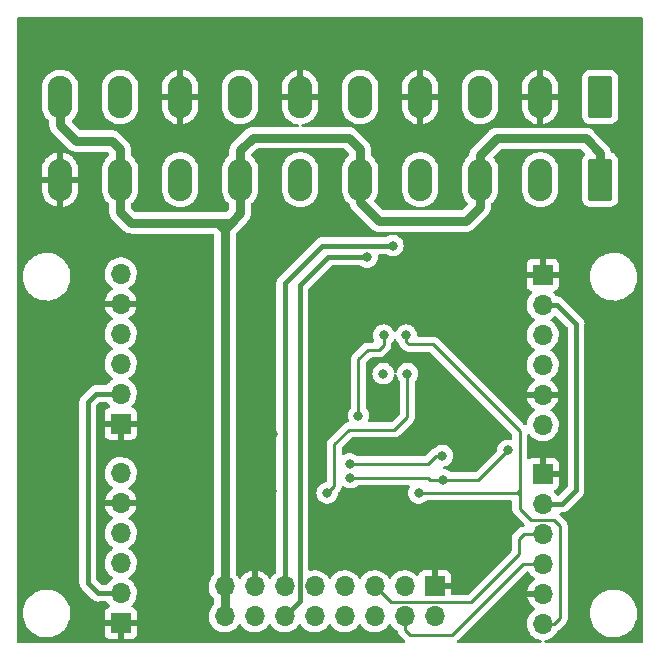
<source format=gbr>
%TF.GenerationSoftware,KiCad,Pcbnew,6.0.11+dfsg-1~bpo11+1*%
%TF.CreationDate,2023-04-06T13:38:35+02:00*%
%TF.ProjectId,aout-4_11,616f7574-2d34-45f3-9131-2e6b69636164,1.1*%
%TF.SameCoordinates,Original*%
%TF.FileFunction,Copper,L4,Bot*%
%TF.FilePolarity,Positive*%
%FSLAX46Y46*%
G04 Gerber Fmt 4.6, Leading zero omitted, Abs format (unit mm)*
G04 Created by KiCad (PCBNEW 6.0.11+dfsg-1~bpo11+1) date 2023-04-06 13:38:35*
%MOMM*%
%LPD*%
G01*
G04 APERTURE LIST*
G04 Aperture macros list*
%AMRoundRect*
0 Rectangle with rounded corners*
0 $1 Rounding radius*
0 $2 $3 $4 $5 $6 $7 $8 $9 X,Y pos of 4 corners*
0 Add a 4 corners polygon primitive as box body*
4,1,4,$2,$3,$4,$5,$6,$7,$8,$9,$2,$3,0*
0 Add four circle primitives for the rounded corners*
1,1,$1+$1,$2,$3*
1,1,$1+$1,$4,$5*
1,1,$1+$1,$6,$7*
1,1,$1+$1,$8,$9*
0 Add four rect primitives between the rounded corners*
20,1,$1+$1,$2,$3,$4,$5,0*
20,1,$1+$1,$4,$5,$6,$7,0*
20,1,$1+$1,$6,$7,$8,$9,0*
20,1,$1+$1,$8,$9,$2,$3,0*%
G04 Aperture macros list end*
%TA.AperFunction,ComponentPad*%
%ADD10RoundRect,0.249999X0.790001X1.550001X-0.790001X1.550001X-0.790001X-1.550001X0.790001X-1.550001X0*%
%TD*%
%TA.AperFunction,ComponentPad*%
%ADD11O,2.080000X3.600000*%
%TD*%
%TA.AperFunction,ComponentPad*%
%ADD12R,1.700000X1.700000*%
%TD*%
%TA.AperFunction,ComponentPad*%
%ADD13O,1.700000X1.700000*%
%TD*%
%TA.AperFunction,ViaPad*%
%ADD14C,0.800000*%
%TD*%
%TA.AperFunction,Conductor*%
%ADD15C,0.400000*%
%TD*%
%TA.AperFunction,Conductor*%
%ADD16C,0.250000*%
%TD*%
%TA.AperFunction,Conductor*%
%ADD17C,0.800000*%
%TD*%
G04 APERTURE END LIST*
D10*
%TO.P,J3,1,Pin_1*%
%TO.N,+VSW*%
X168360000Y-80277500D03*
D11*
%TO.P,J3,2,Pin_2*%
%TO.N,Earth*%
X163280000Y-80277500D03*
%TO.P,J3,3,Pin_3*%
%TO.N,+VSW*%
X158200000Y-80277500D03*
%TO.P,J3,4,Pin_4*%
%TO.N,Earth*%
X153120000Y-80277500D03*
%TO.P,J3,5,Pin_5*%
%TO.N,+VSW*%
X148040000Y-80277500D03*
%TO.P,J3,6,Pin_6*%
%TO.N,Earth*%
X142960000Y-80277500D03*
%TO.P,J3,7,Pin_7*%
%TO.N,+VSW*%
X137880000Y-80277500D03*
%TO.P,J3,8,Pin_8*%
%TO.N,Earth*%
X132800000Y-80277500D03*
%TO.P,J3,9,Pin_9*%
%TO.N,+VSW*%
X127720000Y-80277500D03*
%TO.P,J3,10,Pin_10*%
%TO.N,GNDD*%
X122640000Y-80277500D03*
%TD*%
D12*
%TO.P,J6,1,Pin_1*%
%TO.N,GNDD*%
X127775000Y-117825000D03*
D13*
%TO.P,J6,2,Pin_2*%
%TO.N,+5V*%
X127775000Y-115285000D03*
%TO.P,J6,3,Pin_3*%
%TO.N,/SDA1*%
X127775000Y-112745000D03*
%TO.P,J6,4,Pin_4*%
%TO.N,/SCL1*%
X127775000Y-110205000D03*
%TO.P,J6,5,Pin_5*%
%TO.N,GNDD*%
X127775000Y-107665000D03*
%TO.P,J6,6,Pin_6*%
%TO.N,/VOM3*%
X127775000Y-105125000D03*
%TD*%
D10*
%TO.P,J2,1,Pin_1*%
%TO.N,Earth*%
X168360000Y-73277500D03*
D11*
%TO.P,J2,2,Pin_2*%
%TO.N,GNDD*%
X163280000Y-73277500D03*
%TO.P,J2,3,Pin_3*%
%TO.N,/VO4*%
X158200000Y-73277500D03*
%TO.P,J2,4,Pin_4*%
%TO.N,GNDD*%
X153120000Y-73277500D03*
%TO.P,J2,5,Pin_5*%
%TO.N,/VO3*%
X148040000Y-73277500D03*
%TO.P,J2,6,Pin_6*%
%TO.N,GNDD*%
X142960000Y-73277500D03*
%TO.P,J2,7,Pin_7*%
%TO.N,/VO2*%
X137880000Y-73277500D03*
%TO.P,J2,8,Pin_8*%
%TO.N,GNDD*%
X132800000Y-73277500D03*
%TO.P,J2,9,Pin_9*%
%TO.N,/VO1*%
X127720000Y-73277500D03*
%TO.P,J2,10,Pin_10*%
%TO.N,+VSW*%
X122640000Y-73277500D03*
%TD*%
D12*
%TO.P,J5,1,Pin_1*%
%TO.N,GNDD*%
X163500000Y-88340000D03*
D13*
%TO.P,J5,2,Pin_2*%
%TO.N,+5V*%
X163500000Y-90880000D03*
%TO.P,J5,3,Pin_3*%
%TO.N,/SDA0*%
X163500000Y-93420000D03*
%TO.P,J5,4,Pin_4*%
%TO.N,/SCL0*%
X163500000Y-95960000D03*
%TO.P,J5,5,Pin_5*%
%TO.N,GNDD*%
X163500000Y-98500000D03*
%TO.P,J5,6,Pin_6*%
%TO.N,/VOM2*%
X163500000Y-101040000D03*
%TD*%
D12*
%TO.P,J7,1,Pin_1*%
%TO.N,GNDD*%
X163525000Y-105200000D03*
D13*
%TO.P,J7,2,Pin_2*%
%TO.N,+5V*%
X163525000Y-107740000D03*
%TO.P,J7,3,Pin_3*%
%TO.N,/SDA1*%
X163525000Y-110280000D03*
%TO.P,J7,4,Pin_4*%
%TO.N,/SCL1*%
X163525000Y-112820000D03*
%TO.P,J7,5,Pin_5*%
%TO.N,GNDD*%
X163525000Y-115360000D03*
%TO.P,J7,6,Pin_6*%
%TO.N,/VOM4*%
X163525000Y-117900000D03*
%TD*%
D12*
%TO.P,J4,1,Pin_1*%
%TO.N,GNDD*%
X127775000Y-100925000D03*
D13*
%TO.P,J4,2,Pin_2*%
%TO.N,+5V*%
X127775000Y-98385000D03*
%TO.P,J4,3,Pin_3*%
%TO.N,/SDA0*%
X127775000Y-95845000D03*
%TO.P,J4,4,Pin_4*%
%TO.N,/SCL0*%
X127775000Y-93305000D03*
%TO.P,J4,5,Pin_5*%
%TO.N,GNDD*%
X127775000Y-90765000D03*
%TO.P,J4,6,Pin_6*%
%TO.N,/VOM1*%
X127775000Y-88225000D03*
%TD*%
D12*
%TO.P,J1,1,Pin_1*%
%TO.N,GNDD*%
X154370000Y-114710000D03*
D13*
%TO.P,J1,2,Pin_2*%
%TO.N,/SCL0*%
X154370000Y-117250000D03*
%TO.P,J1,3,Pin_3*%
%TO.N,/SDA0*%
X151830000Y-114710000D03*
%TO.P,J1,4,Pin_4*%
%TO.N,/SCL1*%
X151830000Y-117250000D03*
%TO.P,J1,5,Pin_5*%
%TO.N,/SDA1*%
X149290000Y-114710000D03*
%TO.P,J1,6,Pin_6*%
%TO.N,unconnected-(J1-Pad6)*%
X149290000Y-117250000D03*
%TO.P,J1,7,Pin_7*%
%TO.N,unconnected-(J1-Pad7)*%
X146750000Y-114710000D03*
%TO.P,J1,8,Pin_8*%
%TO.N,unconnected-(J1-Pad8)*%
X146750000Y-117250000D03*
%TO.P,J1,9,Pin_9*%
%TO.N,unconnected-(J1-Pad9)*%
X144210000Y-114710000D03*
%TO.P,J1,10,Pin_10*%
%TO.N,+5V*%
X144210000Y-117250000D03*
%TO.P,J1,11,Pin_11*%
%TO.N,-12V*%
X141670000Y-114710000D03*
%TO.P,J1,12,Pin_12*%
%TO.N,+12V*%
X141670000Y-117250000D03*
%TO.P,J1,13,Pin_13*%
%TO.N,GNDD*%
X139130000Y-114710000D03*
%TO.P,J1,14,Pin_14*%
%TO.N,Earth*%
X139130000Y-117250000D03*
%TO.P,J1,15,Pin_15*%
%TO.N,+VSW*%
X136590000Y-114710000D03*
%TO.P,J1,16,Pin_16*%
X136590000Y-117250000D03*
%TD*%
D14*
%TO.N,GNDD*%
X140600000Y-106670000D03*
X140700000Y-101810000D03*
X154100000Y-101960000D03*
%TO.N,+12V*%
X148640000Y-86830000D03*
%TO.N,GNDD*%
X150300000Y-106850000D03*
X159500000Y-91500000D03*
X145250000Y-112550000D03*
%TO.N,-12V*%
X150820000Y-85860000D03*
%TO.N,/SCL0*%
X155100000Y-105700000D03*
X160550000Y-103200000D03*
X147200000Y-105500000D03*
%TO.N,/SDA0*%
X155000000Y-103650000D03*
X147150000Y-104350000D03*
%TO.N,/VOM1*%
X147900000Y-100250000D03*
X150035500Y-93450000D03*
%TO.N,/VOM2*%
X150000000Y-96700000D03*
%TO.N,/VOM3*%
X152050000Y-96700000D03*
X145250000Y-106800000D03*
%TO.N,/VOM4*%
X151950000Y-93450000D03*
X153000000Y-106800000D03*
%TD*%
D15*
%TO.N,+12V*%
X142960000Y-115960000D02*
X142960000Y-89210000D01*
X145340000Y-86830000D02*
X148640000Y-86830000D01*
X142960000Y-89210000D02*
X145340000Y-86830000D01*
X141670000Y-117250000D02*
X142960000Y-115960000D01*
%TO.N,+5V*%
X124990000Y-114390000D02*
X125885000Y-115285000D01*
X166330000Y-106560000D02*
X166330000Y-92470000D01*
X163525000Y-107740000D02*
X165150000Y-107740000D01*
X165150000Y-107740000D02*
X166330000Y-106560000D01*
X127775000Y-98385000D02*
X125695000Y-98385000D01*
X166330000Y-92470000D02*
X164740000Y-90880000D01*
X164740000Y-90880000D02*
X163500000Y-90880000D01*
X125885000Y-115285000D02*
X127775000Y-115285000D01*
X124990000Y-99090000D02*
X124990000Y-114390000D01*
X125695000Y-98385000D02*
X124990000Y-99090000D01*
%TO.N,-12V*%
X144830000Y-85860000D02*
X150820000Y-85860000D01*
X141670000Y-89020000D02*
X144830000Y-85860000D01*
X141670000Y-114710000D02*
X141670000Y-89020000D01*
D16*
%TO.N,/SCL0*%
X153750000Y-105500000D02*
X153950000Y-105700000D01*
X153950000Y-105700000D02*
X155100000Y-105700000D01*
X155100000Y-105700000D02*
X158050000Y-105700000D01*
X147200000Y-105500000D02*
X153750000Y-105500000D01*
X158050000Y-105700000D02*
X160550000Y-103200000D01*
%TO.N,/SDA0*%
X154450000Y-103650000D02*
X155000000Y-103650000D01*
X147150000Y-104350000D02*
X153750000Y-104350000D01*
X153750000Y-104350000D02*
X154450000Y-103650000D01*
%TO.N,/SCL1*%
X155820000Y-118820000D02*
X152270000Y-118820000D01*
X161820000Y-112820000D02*
X155820000Y-118820000D01*
X152270000Y-118820000D02*
X151830000Y-118380000D01*
X151830000Y-118380000D02*
X151830000Y-117250000D01*
X163525000Y-112820000D02*
X161820000Y-112820000D01*
%TO.N,/SDA1*%
X161495000Y-110695000D02*
X161910000Y-110280000D01*
X161500000Y-112000000D02*
X161500000Y-110700000D01*
X149290000Y-114710000D02*
X150655000Y-116075000D01*
X150655000Y-116075000D02*
X157425000Y-116075000D01*
X157425000Y-116075000D02*
X161500000Y-112000000D01*
X161910000Y-110280000D02*
X163525000Y-110280000D01*
X161500000Y-110700000D02*
X161495000Y-110695000D01*
D17*
%TO.N,+VSW*%
X168360000Y-78020000D02*
X168360000Y-80277500D01*
X159600000Y-76790000D02*
X167130000Y-76790000D01*
X148040000Y-82180000D02*
X149640000Y-83780000D01*
X137880000Y-83130000D02*
X137080000Y-83930000D01*
X136590000Y-114710000D02*
X136590000Y-85480000D01*
X158200000Y-80277500D02*
X158200000Y-78190000D01*
X136590000Y-84420000D02*
X137080000Y-83930000D01*
X147090000Y-76730000D02*
X148040000Y-77680000D01*
X148040000Y-77680000D02*
X148040000Y-80277500D01*
X127720000Y-82980000D02*
X128670000Y-83930000D01*
X124000000Y-77000000D02*
X127000000Y-77000000D01*
X136590000Y-85480000D02*
X136590000Y-84420000D01*
X158200000Y-82570000D02*
X158200000Y-80277500D01*
X127000000Y-77000000D02*
X127720000Y-77720000D01*
X148040000Y-80277500D02*
X148040000Y-82180000D01*
X136590000Y-117250000D02*
X136590000Y-114710000D01*
X128670000Y-83930000D02*
X136000000Y-83930000D01*
X136590000Y-85480000D02*
X136590000Y-84520000D01*
X136000000Y-83930000D02*
X137080000Y-83930000D01*
X138950000Y-76730000D02*
X147090000Y-76730000D01*
X137880000Y-80277500D02*
X137880000Y-77800000D01*
X122640000Y-75640000D02*
X124000000Y-77000000D01*
X137880000Y-80277500D02*
X137880000Y-83130000D01*
X136590000Y-84520000D02*
X136000000Y-83930000D01*
X127720000Y-80277500D02*
X127720000Y-82980000D01*
X122640000Y-73277500D02*
X122640000Y-75640000D01*
X156990000Y-83780000D02*
X158200000Y-82570000D01*
X149640000Y-83780000D02*
X156990000Y-83780000D01*
X167130000Y-76790000D02*
X168360000Y-78020000D01*
X158200000Y-78190000D02*
X159600000Y-76790000D01*
X137880000Y-77800000D02*
X138950000Y-76730000D01*
X127720000Y-77720000D02*
X127720000Y-80277500D01*
D16*
%TO.N,/VOM1*%
X148700000Y-94700000D02*
X149650000Y-94700000D01*
X147900000Y-95500000D02*
X148700000Y-94700000D01*
X150035500Y-93450000D02*
X150035500Y-94314500D01*
X147900000Y-100250000D02*
X147900000Y-95500000D01*
X149650000Y-94700000D02*
X150035500Y-94314500D01*
%TO.N,/VOM3*%
X145850000Y-102700000D02*
X147100000Y-101450000D01*
X147100000Y-101450000D02*
X150950000Y-101450000D01*
X150950000Y-101450000D02*
X152050000Y-100350000D01*
X145250000Y-106800000D02*
X145850000Y-106200000D01*
X152050000Y-100350000D02*
X152050000Y-96700000D01*
X145850000Y-106200000D02*
X145850000Y-102700000D01*
%TO.N,/VOM4*%
X161350000Y-106800000D02*
X161555000Y-106595000D01*
X161555000Y-108135000D02*
X161555000Y-107005000D01*
X161555000Y-106595000D02*
X161555000Y-101555000D01*
X164970000Y-117420000D02*
X164970000Y-109580000D01*
X161555000Y-101555000D02*
X154200000Y-94200000D01*
X152150000Y-94200000D02*
X151950000Y-94000000D01*
X162480000Y-109060000D02*
X161555000Y-108135000D01*
X151950000Y-94000000D02*
X151950000Y-93450000D01*
X163525000Y-117900000D02*
X164490000Y-117900000D01*
X164490000Y-117900000D02*
X164970000Y-117420000D01*
X164450000Y-109060000D02*
X162480000Y-109060000D01*
X164970000Y-109580000D02*
X164450000Y-109060000D01*
X161350000Y-106800000D02*
X161555000Y-107005000D01*
X154200000Y-94200000D02*
X152150000Y-94200000D01*
X161555000Y-107005000D02*
X161555000Y-106595000D01*
X153000000Y-106800000D02*
X161350000Y-106800000D01*
%TD*%
%TA.AperFunction,Conductor*%
%TO.N,GNDD*%
G36*
X162317395Y-113473502D02*
G01*
X162356707Y-113513665D01*
X162424987Y-113625088D01*
X162571250Y-113793938D01*
X162743126Y-113936632D01*
X162749773Y-113940516D01*
X162816955Y-113979774D01*
X162865679Y-114031412D01*
X162878750Y-114101195D01*
X162852019Y-114166967D01*
X162811562Y-114200327D01*
X162803457Y-114204546D01*
X162794738Y-114210036D01*
X162624433Y-114337905D01*
X162616726Y-114344748D01*
X162469590Y-114498717D01*
X162463104Y-114506727D01*
X162343098Y-114682649D01*
X162338000Y-114691623D01*
X162248338Y-114884783D01*
X162244775Y-114894470D01*
X162189389Y-115094183D01*
X162190912Y-115102607D01*
X162203292Y-115106000D01*
X163653000Y-115106000D01*
X163721121Y-115126002D01*
X163767614Y-115179658D01*
X163779000Y-115232000D01*
X163779000Y-115488000D01*
X163758998Y-115556121D01*
X163705342Y-115602614D01*
X163653000Y-115614000D01*
X162208225Y-115614000D01*
X162194694Y-115617973D01*
X162193257Y-115627966D01*
X162223565Y-115762446D01*
X162226645Y-115772275D01*
X162306770Y-115969603D01*
X162311413Y-115978794D01*
X162422694Y-116160388D01*
X162428777Y-116168699D01*
X162568213Y-116329667D01*
X162575580Y-116336883D01*
X162739434Y-116472916D01*
X162747881Y-116478831D01*
X162816969Y-116519203D01*
X162865693Y-116570842D01*
X162878764Y-116640625D01*
X162852033Y-116706396D01*
X162811584Y-116739752D01*
X162798607Y-116746507D01*
X162794474Y-116749610D01*
X162794471Y-116749612D01*
X162630601Y-116872649D01*
X162619965Y-116880635D01*
X162616393Y-116884373D01*
X162479442Y-117027684D01*
X162465629Y-117042138D01*
X162339743Y-117226680D01*
X162298008Y-117316590D01*
X162263875Y-117390125D01*
X162245688Y-117429305D01*
X162185989Y-117644570D01*
X162162251Y-117866695D01*
X162162548Y-117871848D01*
X162162548Y-117871851D01*
X162171146Y-118020968D01*
X162175110Y-118089715D01*
X162176247Y-118094761D01*
X162176248Y-118094767D01*
X162184029Y-118129292D01*
X162224222Y-118307639D01*
X162281974Y-118449867D01*
X162301822Y-118498745D01*
X162308266Y-118514616D01*
X162318263Y-118530930D01*
X162398843Y-118662424D01*
X162424987Y-118705088D01*
X162571250Y-118873938D01*
X162743126Y-119016632D01*
X162936000Y-119129338D01*
X163144692Y-119209030D01*
X163149760Y-119210061D01*
X163149763Y-119210062D01*
X163306891Y-119242030D01*
X163369656Y-119275211D01*
X163404518Y-119337059D01*
X163400409Y-119407937D01*
X163358632Y-119465341D01*
X163292453Y-119491046D01*
X163281770Y-119491500D01*
X156354430Y-119491500D01*
X156286309Y-119471498D01*
X156239816Y-119417842D01*
X156229712Y-119347568D01*
X156257346Y-119285184D01*
X156285299Y-119251395D01*
X156293288Y-119242616D01*
X162045499Y-113490405D01*
X162107811Y-113456379D01*
X162134594Y-113453500D01*
X162249274Y-113453500D01*
X162317395Y-113473502D01*
G37*
%TD.AperFunction*%
%TA.AperFunction,Conductor*%
G36*
X171933621Y-66528502D02*
G01*
X171980114Y-66582158D01*
X171991500Y-66634500D01*
X171991500Y-119365500D01*
X171971498Y-119433621D01*
X171917842Y-119480114D01*
X171865500Y-119491500D01*
X163768588Y-119491500D01*
X163700467Y-119471498D01*
X163653974Y-119417842D01*
X163643870Y-119347568D01*
X163673364Y-119282988D01*
X163733090Y-119244604D01*
X163752578Y-119240521D01*
X163803288Y-119234025D01*
X163803289Y-119234025D01*
X163808416Y-119233368D01*
X163813366Y-119231883D01*
X164017429Y-119170661D01*
X164017434Y-119170659D01*
X164022384Y-119169174D01*
X164222994Y-119070896D01*
X164404860Y-118941173D01*
X164433078Y-118913054D01*
X164559435Y-118787137D01*
X164563096Y-118783489D01*
X164568478Y-118776000D01*
X164604054Y-118726490D01*
X164693453Y-118602077D01*
X164695741Y-118597448D01*
X164695745Y-118597441D01*
X164734534Y-118518958D01*
X164786791Y-118464370D01*
X164790248Y-118462469D01*
X164797617Y-118459552D01*
X164833387Y-118433564D01*
X164843307Y-118427048D01*
X164874535Y-118408580D01*
X164874538Y-118408578D01*
X164881362Y-118404542D01*
X164895683Y-118390221D01*
X164910717Y-118377380D01*
X164920694Y-118370131D01*
X164927107Y-118365472D01*
X164955298Y-118331395D01*
X164963288Y-118322616D01*
X165362247Y-117923657D01*
X165370537Y-117916113D01*
X165377018Y-117912000D01*
X165423659Y-117862332D01*
X165426413Y-117859491D01*
X165446135Y-117839769D01*
X165448612Y-117836576D01*
X165456317Y-117827555D01*
X165481159Y-117801100D01*
X165486586Y-117795321D01*
X165490407Y-117788371D01*
X165496346Y-117777568D01*
X165507202Y-117761041D01*
X165514757Y-117751302D01*
X165514758Y-117751300D01*
X165519614Y-117745040D01*
X165537174Y-117704460D01*
X165542391Y-117693812D01*
X165559875Y-117662009D01*
X165559876Y-117662007D01*
X165563695Y-117655060D01*
X165566389Y-117644570D01*
X165568733Y-117635438D01*
X165575137Y-117616734D01*
X165580033Y-117605420D01*
X165580033Y-117605419D01*
X165583181Y-117598145D01*
X165584420Y-117590322D01*
X165584423Y-117590312D01*
X165590099Y-117554476D01*
X165592505Y-117542856D01*
X165601528Y-117507711D01*
X165601528Y-117507710D01*
X165603500Y-117500030D01*
X165603500Y-117479776D01*
X165605051Y-117460065D01*
X165606980Y-117447886D01*
X165608220Y-117440057D01*
X165604059Y-117396038D01*
X165603500Y-117384181D01*
X165603500Y-116978918D01*
X167486917Y-116978918D01*
X167487334Y-116986156D01*
X167502682Y-117252320D01*
X167555405Y-117521053D01*
X167556792Y-117525103D01*
X167556793Y-117525108D01*
X167639746Y-117767392D01*
X167644112Y-117780144D01*
X167673238Y-117838054D01*
X167742837Y-117976437D01*
X167767160Y-118024799D01*
X167769586Y-118028328D01*
X167769589Y-118028334D01*
X167901340Y-118220031D01*
X167922274Y-118250490D01*
X167925161Y-118253663D01*
X167925162Y-118253664D01*
X168103692Y-118449867D01*
X168106582Y-118453043D01*
X168109877Y-118455798D01*
X168109878Y-118455799D01*
X168134243Y-118476171D01*
X168316675Y-118628707D01*
X168320316Y-118630991D01*
X168545024Y-118771951D01*
X168545028Y-118771953D01*
X168548664Y-118774234D01*
X168643617Y-118817107D01*
X168794345Y-118885164D01*
X168794349Y-118885166D01*
X168798257Y-118886930D01*
X168802377Y-118888150D01*
X168802376Y-118888150D01*
X169056723Y-118963491D01*
X169056727Y-118963492D01*
X169060836Y-118964709D01*
X169065070Y-118965357D01*
X169065075Y-118965358D01*
X169327298Y-119005483D01*
X169327300Y-119005483D01*
X169331540Y-119006132D01*
X169470912Y-119008322D01*
X169601071Y-119010367D01*
X169601077Y-119010367D01*
X169605362Y-119010434D01*
X169877235Y-118977534D01*
X170142127Y-118908041D01*
X170146087Y-118906401D01*
X170146092Y-118906399D01*
X170293626Y-118845288D01*
X170395136Y-118803241D01*
X170523567Y-118728192D01*
X170627879Y-118667237D01*
X170627880Y-118667236D01*
X170631582Y-118665073D01*
X170847089Y-118496094D01*
X170871738Y-118470659D01*
X171034686Y-118302509D01*
X171037669Y-118299431D01*
X171040202Y-118295983D01*
X171040206Y-118295978D01*
X171197257Y-118082178D01*
X171199795Y-118078723D01*
X171227154Y-118028334D01*
X171328418Y-117841830D01*
X171328419Y-117841828D01*
X171330468Y-117838054D01*
X171427269Y-117581877D01*
X171461069Y-117434297D01*
X171487449Y-117319117D01*
X171487450Y-117319113D01*
X171488407Y-117314933D01*
X171494502Y-117246646D01*
X171512531Y-117044627D01*
X171512531Y-117044625D01*
X171512751Y-117042161D01*
X171513193Y-117000000D01*
X171508444Y-116930331D01*
X171494859Y-116731055D01*
X171494858Y-116731049D01*
X171494567Y-116726778D01*
X171477995Y-116646753D01*
X171439901Y-116462809D01*
X171439032Y-116458612D01*
X171347617Y-116200465D01*
X171242753Y-115997295D01*
X171223978Y-115960919D01*
X171223978Y-115960918D01*
X171222013Y-115957112D01*
X171212040Y-115942921D01*
X171092108Y-115772275D01*
X171064545Y-115733057D01*
X170966889Y-115627966D01*
X170881046Y-115535588D01*
X170881043Y-115535585D01*
X170878125Y-115532445D01*
X170874810Y-115529731D01*
X170874806Y-115529728D01*
X170698159Y-115385144D01*
X170666205Y-115358990D01*
X170432704Y-115215901D01*
X170423387Y-115211811D01*
X170185873Y-115107549D01*
X170185869Y-115107548D01*
X170181945Y-115105825D01*
X169918566Y-115030800D01*
X169914324Y-115030196D01*
X169914318Y-115030195D01*
X169688589Y-114998069D01*
X169647443Y-114992213D01*
X169503589Y-114991460D01*
X169377877Y-114990802D01*
X169377871Y-114990802D01*
X169373591Y-114990780D01*
X169369347Y-114991339D01*
X169369343Y-114991339D01*
X169250302Y-115007011D01*
X169102078Y-115026525D01*
X169097938Y-115027658D01*
X169097936Y-115027658D01*
X169025008Y-115047609D01*
X168837928Y-115098788D01*
X168833980Y-115100472D01*
X168589982Y-115204546D01*
X168589978Y-115204548D01*
X168586030Y-115206232D01*
X168566125Y-115218145D01*
X168354725Y-115344664D01*
X168354721Y-115344667D01*
X168351043Y-115346868D01*
X168137318Y-115518094D01*
X168046307Y-115614000D01*
X167983645Y-115680032D01*
X167948808Y-115716742D01*
X167789002Y-115939136D01*
X167660857Y-116181161D01*
X167659385Y-116185184D01*
X167659383Y-116185188D01*
X167582089Y-116396403D01*
X167566743Y-116438337D01*
X167508404Y-116705907D01*
X167507092Y-116722581D01*
X167491278Y-116923514D01*
X167486917Y-116978918D01*
X165603500Y-116978918D01*
X165603500Y-109658767D01*
X165604027Y-109647584D01*
X165605702Y-109640091D01*
X165605121Y-109621589D01*
X165603562Y-109572014D01*
X165603500Y-109568055D01*
X165603500Y-109540144D01*
X165602994Y-109536135D01*
X165602062Y-109524301D01*
X165600922Y-109488030D01*
X165600673Y-109480111D01*
X165595021Y-109460657D01*
X165591013Y-109441300D01*
X165589468Y-109429070D01*
X165589468Y-109429069D01*
X165588474Y-109421203D01*
X165585555Y-109413830D01*
X165572196Y-109380088D01*
X165568351Y-109368858D01*
X165558229Y-109334017D01*
X165558229Y-109334016D01*
X165556018Y-109326407D01*
X165551985Y-109319588D01*
X165551983Y-109319583D01*
X165545707Y-109308972D01*
X165537012Y-109291224D01*
X165529552Y-109272383D01*
X165503564Y-109236613D01*
X165497048Y-109226693D01*
X165478580Y-109195465D01*
X165478578Y-109195462D01*
X165474542Y-109188638D01*
X165460221Y-109174317D01*
X165447380Y-109159283D01*
X165440132Y-109149307D01*
X165435472Y-109142893D01*
X165401407Y-109114712D01*
X165392626Y-109106722D01*
X164953647Y-108667742D01*
X164946112Y-108659462D01*
X164942000Y-108652982D01*
X164941065Y-108652104D01*
X164914218Y-108589583D01*
X164925922Y-108519558D01*
X164973626Y-108466976D01*
X165039312Y-108448500D01*
X165121088Y-108448500D01*
X165129658Y-108448792D01*
X165179776Y-108452209D01*
X165179780Y-108452209D01*
X165187352Y-108452725D01*
X165194829Y-108451420D01*
X165194830Y-108451420D01*
X165221308Y-108446799D01*
X165250303Y-108441738D01*
X165256821Y-108440777D01*
X165320242Y-108433102D01*
X165327343Y-108430419D01*
X165329952Y-108429778D01*
X165346262Y-108425315D01*
X165348798Y-108424550D01*
X165356284Y-108423243D01*
X165414800Y-108397556D01*
X165420904Y-108395065D01*
X165473548Y-108375173D01*
X165473549Y-108375172D01*
X165480656Y-108372487D01*
X165486919Y-108368183D01*
X165489285Y-108366946D01*
X165504097Y-108358701D01*
X165506351Y-108357368D01*
X165513305Y-108354315D01*
X165564002Y-108315413D01*
X165569332Y-108311541D01*
X165615720Y-108279661D01*
X165615725Y-108279656D01*
X165621981Y-108275357D01*
X165640708Y-108254339D01*
X165663435Y-108228830D01*
X165668416Y-108223554D01*
X166810520Y-107081450D01*
X166816785Y-107075596D01*
X166817534Y-107074943D01*
X166860385Y-107037561D01*
X166897129Y-106985280D01*
X166901061Y-106979986D01*
X166935791Y-106935693D01*
X166940476Y-106929718D01*
X166943599Y-106922802D01*
X166944983Y-106920516D01*
X166953357Y-106905835D01*
X166954622Y-106903475D01*
X166958990Y-106897261D01*
X166963224Y-106886403D01*
X166982202Y-106837725D01*
X166984759Y-106831642D01*
X166985611Y-106829757D01*
X167011045Y-106773427D01*
X167012429Y-106765960D01*
X167013230Y-106763405D01*
X167017859Y-106747152D01*
X167018522Y-106744572D01*
X167021282Y-106737491D01*
X167029622Y-106674139D01*
X167030653Y-106667632D01*
X167038947Y-106622886D01*
X167042296Y-106604814D01*
X167039538Y-106556976D01*
X167038709Y-106542608D01*
X167038500Y-106535354D01*
X167038500Y-92498927D01*
X167038792Y-92490358D01*
X167042210Y-92440225D01*
X167042210Y-92440221D01*
X167042726Y-92432648D01*
X167031736Y-92369681D01*
X167030775Y-92363165D01*
X167023102Y-92299758D01*
X167020419Y-92292657D01*
X167019778Y-92290048D01*
X167015313Y-92273728D01*
X167014548Y-92271195D01*
X167013243Y-92263717D01*
X166987552Y-92205190D01*
X166985067Y-92199102D01*
X166965172Y-92146449D01*
X166965171Y-92146447D01*
X166962487Y-92139344D01*
X166958186Y-92133085D01*
X166956949Y-92130720D01*
X166948727Y-92115948D01*
X166947372Y-92113656D01*
X166944316Y-92106695D01*
X166939691Y-92100668D01*
X166939689Y-92100664D01*
X166905407Y-92055987D01*
X166901529Y-92050650D01*
X166900333Y-92048909D01*
X166865357Y-91998019D01*
X166818838Y-91956572D01*
X166813563Y-91951592D01*
X165261442Y-90399472D01*
X165255588Y-90393206D01*
X165222556Y-90355340D01*
X165222553Y-90355337D01*
X165217561Y-90349615D01*
X165165280Y-90312871D01*
X165159986Y-90308939D01*
X165115693Y-90274209D01*
X165109718Y-90269524D01*
X165102802Y-90266401D01*
X165100516Y-90265017D01*
X165085835Y-90256643D01*
X165083475Y-90255378D01*
X165077261Y-90251010D01*
X165070182Y-90248250D01*
X165070180Y-90248249D01*
X165017725Y-90227798D01*
X165011656Y-90225247D01*
X164953427Y-90198955D01*
X164945960Y-90197571D01*
X164943405Y-90196770D01*
X164927152Y-90192141D01*
X164924572Y-90191478D01*
X164917491Y-90188718D01*
X164909960Y-90187727D01*
X164909958Y-90187726D01*
X164880339Y-90183827D01*
X164854139Y-90180378D01*
X164847641Y-90179348D01*
X164784814Y-90167704D01*
X164777234Y-90168141D01*
X164777232Y-90168141D01*
X164735074Y-90170572D01*
X164665915Y-90154525D01*
X164622030Y-90113222D01*
X164582824Y-90052621D01*
X164580014Y-90048277D01*
X164576540Y-90044459D01*
X164576533Y-90044450D01*
X164432435Y-89886088D01*
X164401383Y-89822242D01*
X164409779Y-89751744D01*
X164454956Y-89696976D01*
X164481400Y-89683307D01*
X164588052Y-89643325D01*
X164603649Y-89634786D01*
X164705724Y-89558285D01*
X164718285Y-89545724D01*
X164794786Y-89443649D01*
X164803324Y-89428054D01*
X164848478Y-89307606D01*
X164852105Y-89292351D01*
X164857631Y-89241486D01*
X164858000Y-89234672D01*
X164858000Y-88612115D01*
X164853525Y-88596876D01*
X164852135Y-88595671D01*
X164844452Y-88594000D01*
X162160116Y-88594000D01*
X162144877Y-88598475D01*
X162143672Y-88599865D01*
X162142001Y-88607548D01*
X162142001Y-89234669D01*
X162142371Y-89241490D01*
X162147895Y-89292352D01*
X162151521Y-89307604D01*
X162196676Y-89428054D01*
X162205214Y-89443649D01*
X162281715Y-89545724D01*
X162294276Y-89558285D01*
X162396351Y-89634786D01*
X162411946Y-89643324D01*
X162520827Y-89684142D01*
X162577591Y-89726784D01*
X162602291Y-89793345D01*
X162587083Y-89862694D01*
X162567691Y-89889175D01*
X162504024Y-89955799D01*
X162440629Y-90022138D01*
X162314743Y-90206680D01*
X162270926Y-90301077D01*
X162245738Y-90355340D01*
X162220688Y-90409305D01*
X162160989Y-90624570D01*
X162137251Y-90846695D01*
X162137548Y-90851848D01*
X162137548Y-90851851D01*
X162148849Y-91047837D01*
X162150110Y-91069715D01*
X162151247Y-91074761D01*
X162151248Y-91074767D01*
X162172135Y-91167446D01*
X162199222Y-91287639D01*
X162283266Y-91494616D01*
X162285965Y-91499020D01*
X162379596Y-91651812D01*
X162399987Y-91685088D01*
X162546250Y-91853938D01*
X162718126Y-91996632D01*
X162731211Y-92004278D01*
X162791445Y-92039476D01*
X162840169Y-92091114D01*
X162853240Y-92160897D01*
X162826509Y-92226669D01*
X162786055Y-92260027D01*
X162778967Y-92263717D01*
X162773607Y-92266507D01*
X162769474Y-92269610D01*
X162769471Y-92269612D01*
X162713189Y-92311870D01*
X162594965Y-92400635D01*
X162440629Y-92562138D01*
X162437715Y-92566410D01*
X162437714Y-92566411D01*
X162427622Y-92581206D01*
X162314743Y-92746680D01*
X162220688Y-92949305D01*
X162160989Y-93164570D01*
X162137251Y-93386695D01*
X162137548Y-93391848D01*
X162137548Y-93391851D01*
X162146465Y-93546498D01*
X162150110Y-93609715D01*
X162151247Y-93614761D01*
X162151248Y-93614767D01*
X162163443Y-93668879D01*
X162199222Y-93827639D01*
X162260673Y-93978976D01*
X162265904Y-93991857D01*
X162283266Y-94034616D01*
X162313801Y-94084444D01*
X162390606Y-94209779D01*
X162399987Y-94225088D01*
X162546250Y-94393938D01*
X162718126Y-94536632D01*
X162740250Y-94549560D01*
X162791445Y-94579476D01*
X162840169Y-94631114D01*
X162853240Y-94700897D01*
X162826509Y-94766669D01*
X162786055Y-94800027D01*
X162773607Y-94806507D01*
X162769474Y-94809610D01*
X162769471Y-94809612D01*
X162599100Y-94937530D01*
X162594965Y-94940635D01*
X162591393Y-94944373D01*
X162458578Y-95083356D01*
X162440629Y-95102138D01*
X162437715Y-95106410D01*
X162437714Y-95106411D01*
X162423787Y-95126827D01*
X162314743Y-95286680D01*
X162291988Y-95335702D01*
X162225034Y-95479943D01*
X162220688Y-95489305D01*
X162160989Y-95704570D01*
X162137251Y-95926695D01*
X162137548Y-95931848D01*
X162137548Y-95931851D01*
X162148854Y-96127939D01*
X162150110Y-96149715D01*
X162151247Y-96154761D01*
X162151248Y-96154767D01*
X162154405Y-96168774D01*
X162199222Y-96367639D01*
X162283266Y-96574616D01*
X162285965Y-96579020D01*
X162379795Y-96732137D01*
X162399987Y-96765088D01*
X162546250Y-96933938D01*
X162718126Y-97076632D01*
X162769960Y-97106921D01*
X162791955Y-97119774D01*
X162840679Y-97171412D01*
X162853750Y-97241195D01*
X162827019Y-97306967D01*
X162786562Y-97340327D01*
X162778457Y-97344546D01*
X162769738Y-97350036D01*
X162599433Y-97477905D01*
X162591726Y-97484748D01*
X162444590Y-97638717D01*
X162438104Y-97646727D01*
X162318098Y-97822649D01*
X162313000Y-97831623D01*
X162223338Y-98024783D01*
X162219775Y-98034470D01*
X162164389Y-98234183D01*
X162165912Y-98242607D01*
X162178292Y-98246000D01*
X164818344Y-98246000D01*
X164831875Y-98242027D01*
X164833180Y-98232947D01*
X164791214Y-98065875D01*
X164787894Y-98056124D01*
X164702972Y-97860814D01*
X164698105Y-97851739D01*
X164582426Y-97672926D01*
X164576136Y-97664757D01*
X164432806Y-97507240D01*
X164425273Y-97500215D01*
X164258139Y-97368222D01*
X164249556Y-97362520D01*
X164212602Y-97342120D01*
X164162631Y-97291687D01*
X164147859Y-97222245D01*
X164172975Y-97155839D01*
X164200327Y-97129232D01*
X164231606Y-97106921D01*
X164379860Y-97001173D01*
X164419540Y-96961632D01*
X164492254Y-96889171D01*
X164538096Y-96843489D01*
X164597594Y-96760689D01*
X164665435Y-96666277D01*
X164668453Y-96662077D01*
X164674379Y-96650088D01*
X164765136Y-96466453D01*
X164765137Y-96466451D01*
X164767430Y-96461811D01*
X164809689Y-96322721D01*
X164830865Y-96253023D01*
X164830865Y-96253021D01*
X164832370Y-96248069D01*
X164861529Y-96026590D01*
X164863156Y-95960000D01*
X164844852Y-95737361D01*
X164790431Y-95520702D01*
X164701354Y-95315840D01*
X164624144Y-95196492D01*
X164582822Y-95132617D01*
X164582820Y-95132614D01*
X164580014Y-95128277D01*
X164429670Y-94963051D01*
X164425619Y-94959852D01*
X164425615Y-94959848D01*
X164258414Y-94827800D01*
X164258410Y-94827798D01*
X164254359Y-94824598D01*
X164213053Y-94801796D01*
X164163084Y-94751364D01*
X164148312Y-94681921D01*
X164173428Y-94615516D01*
X164200780Y-94588909D01*
X164266715Y-94541878D01*
X164379860Y-94461173D01*
X164403757Y-94437360D01*
X164492254Y-94349171D01*
X164538096Y-94303489D01*
X164547397Y-94290546D01*
X164665435Y-94126277D01*
X164668453Y-94122077D01*
X164674379Y-94110088D01*
X164765136Y-93926453D01*
X164765137Y-93926451D01*
X164767430Y-93921811D01*
X164829430Y-93717745D01*
X164830865Y-93713023D01*
X164830865Y-93713021D01*
X164832370Y-93708069D01*
X164861529Y-93486590D01*
X164862423Y-93450000D01*
X164863074Y-93423365D01*
X164863074Y-93423361D01*
X164863156Y-93420000D01*
X164844852Y-93197361D01*
X164790431Y-92980702D01*
X164701354Y-92775840D01*
X164626957Y-92660840D01*
X164582822Y-92592617D01*
X164582820Y-92592614D01*
X164580014Y-92588277D01*
X164429670Y-92423051D01*
X164425619Y-92419852D01*
X164425615Y-92419848D01*
X164258414Y-92287800D01*
X164258410Y-92287798D01*
X164254359Y-92284598D01*
X164213053Y-92261796D01*
X164163084Y-92211364D01*
X164148312Y-92141921D01*
X164173428Y-92075516D01*
X164200780Y-92048909D01*
X164263350Y-92004278D01*
X164379860Y-91921173D01*
X164490787Y-91810633D01*
X164553156Y-91776718D01*
X164623963Y-91781906D01*
X164668820Y-91810790D01*
X165584595Y-92726565D01*
X165618621Y-92788877D01*
X165621500Y-92815660D01*
X165621500Y-106214340D01*
X165601498Y-106282461D01*
X165584595Y-106303435D01*
X164893435Y-106994595D01*
X164831123Y-107028621D01*
X164804340Y-107031500D01*
X164753286Y-107031500D01*
X164685165Y-107011498D01*
X164647494Y-106973941D01*
X164618885Y-106929718D01*
X164605014Y-106908277D01*
X164601540Y-106904459D01*
X164601533Y-106904450D01*
X164457435Y-106746088D01*
X164426383Y-106682242D01*
X164434779Y-106611744D01*
X164479956Y-106556976D01*
X164506400Y-106543307D01*
X164613052Y-106503325D01*
X164628649Y-106494786D01*
X164730724Y-106418285D01*
X164743285Y-106405724D01*
X164819786Y-106303649D01*
X164828324Y-106288054D01*
X164873478Y-106167606D01*
X164877105Y-106152351D01*
X164882631Y-106101486D01*
X164883000Y-106094672D01*
X164883000Y-105472115D01*
X164878525Y-105456876D01*
X164877135Y-105455671D01*
X164869452Y-105454000D01*
X163397000Y-105454000D01*
X163328879Y-105433998D01*
X163282386Y-105380342D01*
X163271000Y-105328000D01*
X163271000Y-104927885D01*
X163779000Y-104927885D01*
X163783475Y-104943124D01*
X163784865Y-104944329D01*
X163792548Y-104946000D01*
X164864884Y-104946000D01*
X164880123Y-104941525D01*
X164881328Y-104940135D01*
X164882999Y-104932452D01*
X164882999Y-104305331D01*
X164882629Y-104298510D01*
X164877105Y-104247648D01*
X164873479Y-104232396D01*
X164828324Y-104111946D01*
X164819786Y-104096351D01*
X164743285Y-103994276D01*
X164730724Y-103981715D01*
X164628649Y-103905214D01*
X164613054Y-103896676D01*
X164492606Y-103851522D01*
X164477351Y-103847895D01*
X164426486Y-103842369D01*
X164419672Y-103842000D01*
X163797115Y-103842000D01*
X163781876Y-103846475D01*
X163780671Y-103847865D01*
X163779000Y-103855548D01*
X163779000Y-104927885D01*
X163271000Y-104927885D01*
X163271000Y-103860116D01*
X163266525Y-103844877D01*
X163265135Y-103843672D01*
X163257452Y-103842001D01*
X162630331Y-103842001D01*
X162623510Y-103842371D01*
X162572648Y-103847895D01*
X162557396Y-103851521D01*
X162436946Y-103896676D01*
X162421352Y-103905214D01*
X162390065Y-103928662D01*
X162323559Y-103953510D01*
X162254176Y-103938457D01*
X162203946Y-103888283D01*
X162188500Y-103827836D01*
X162188500Y-101938842D01*
X162208502Y-101870721D01*
X162262158Y-101824228D01*
X162332432Y-101814124D01*
X162397012Y-101843618D01*
X162409737Y-101856344D01*
X162542865Y-102010031D01*
X162542869Y-102010035D01*
X162546250Y-102013938D01*
X162718126Y-102156632D01*
X162911000Y-102269338D01*
X162915825Y-102271180D01*
X162915826Y-102271181D01*
X162972629Y-102292872D01*
X163119692Y-102349030D01*
X163124760Y-102350061D01*
X163124763Y-102350062D01*
X163227314Y-102370926D01*
X163338597Y-102393567D01*
X163343772Y-102393757D01*
X163343774Y-102393757D01*
X163556673Y-102401564D01*
X163556677Y-102401564D01*
X163561837Y-102401753D01*
X163566957Y-102401097D01*
X163566959Y-102401097D01*
X163778288Y-102374025D01*
X163778289Y-102374025D01*
X163783416Y-102373368D01*
X163791556Y-102370926D01*
X163992429Y-102310661D01*
X163992434Y-102310659D01*
X163997384Y-102309174D01*
X164197994Y-102210896D01*
X164379860Y-102081173D01*
X164392604Y-102068474D01*
X164481314Y-101980073D01*
X164538096Y-101923489D01*
X164548245Y-101909366D01*
X164665435Y-101746277D01*
X164668453Y-101742077D01*
X164767430Y-101541811D01*
X164832370Y-101328069D01*
X164861529Y-101106590D01*
X164863156Y-101040000D01*
X164844852Y-100817361D01*
X164790431Y-100600702D01*
X164701354Y-100395840D01*
X164580014Y-100208277D01*
X164429670Y-100043051D01*
X164425619Y-100039852D01*
X164425615Y-100039848D01*
X164258414Y-99907800D01*
X164258410Y-99907798D01*
X164254359Y-99904598D01*
X164212569Y-99881529D01*
X164162598Y-99831097D01*
X164147826Y-99761654D01*
X164172942Y-99695248D01*
X164200294Y-99668641D01*
X164375328Y-99543792D01*
X164383200Y-99537139D01*
X164534052Y-99386812D01*
X164540730Y-99378965D01*
X164665003Y-99206020D01*
X164670313Y-99197183D01*
X164764670Y-99006267D01*
X164768469Y-98996672D01*
X164830377Y-98792910D01*
X164832555Y-98782837D01*
X164833986Y-98771962D01*
X164831775Y-98757778D01*
X164818617Y-98754000D01*
X162183225Y-98754000D01*
X162169694Y-98757973D01*
X162168257Y-98767966D01*
X162198565Y-98902446D01*
X162201645Y-98912275D01*
X162281770Y-99109603D01*
X162286413Y-99118794D01*
X162397694Y-99300388D01*
X162403777Y-99308699D01*
X162543213Y-99469667D01*
X162550580Y-99476883D01*
X162714434Y-99612916D01*
X162722881Y-99618831D01*
X162791969Y-99659203D01*
X162840693Y-99710842D01*
X162853764Y-99780625D01*
X162827033Y-99846396D01*
X162786584Y-99879752D01*
X162773607Y-99886507D01*
X162769474Y-99889610D01*
X162769471Y-99889612D01*
X162658876Y-99972649D01*
X162594965Y-100020635D01*
X162440629Y-100182138D01*
X162314743Y-100366680D01*
X162220688Y-100569305D01*
X162160989Y-100784570D01*
X162160440Y-100789707D01*
X162142603Y-100956611D01*
X162115475Y-101022221D01*
X162057183Y-101062749D01*
X161986233Y-101065328D01*
X161928221Y-101032317D01*
X154703652Y-93807747D01*
X154696112Y-93799461D01*
X154692000Y-93792982D01*
X154642348Y-93746356D01*
X154639507Y-93743602D01*
X154619770Y-93723865D01*
X154616573Y-93721385D01*
X154607551Y-93713680D01*
X154575321Y-93683414D01*
X154568375Y-93679595D01*
X154568372Y-93679593D01*
X154557566Y-93673652D01*
X154541047Y-93662801D01*
X154540583Y-93662441D01*
X154525041Y-93650386D01*
X154517772Y-93647241D01*
X154517768Y-93647238D01*
X154484463Y-93632826D01*
X154473813Y-93627609D01*
X154435060Y-93606305D01*
X154415437Y-93601267D01*
X154396734Y-93594863D01*
X154385420Y-93589967D01*
X154385419Y-93589967D01*
X154378145Y-93586819D01*
X154370322Y-93585580D01*
X154370312Y-93585577D01*
X154334476Y-93579901D01*
X154322856Y-93577495D01*
X154287711Y-93568472D01*
X154287710Y-93568472D01*
X154280030Y-93566500D01*
X154259776Y-93566500D01*
X154240065Y-93564949D01*
X154227886Y-93563020D01*
X154220057Y-93561780D01*
X154212165Y-93562526D01*
X154176039Y-93565941D01*
X154164181Y-93566500D01*
X152988814Y-93566500D01*
X152920693Y-93546498D01*
X152874200Y-93492842D01*
X152864850Y-93449859D01*
X152863504Y-93450000D01*
X152844232Y-93266635D01*
X152844232Y-93266633D01*
X152843542Y-93260072D01*
X152784527Y-93078444D01*
X152770823Y-93054707D01*
X152730993Y-92985720D01*
X152689040Y-92913056D01*
X152618133Y-92834305D01*
X152565675Y-92776045D01*
X152565674Y-92776044D01*
X152561253Y-92771134D01*
X152406752Y-92658882D01*
X152400724Y-92656198D01*
X152400722Y-92656197D01*
X152238319Y-92583891D01*
X152238318Y-92583891D01*
X152232288Y-92581206D01*
X152125000Y-92558401D01*
X152051944Y-92542872D01*
X152051939Y-92542872D01*
X152045487Y-92541500D01*
X151854513Y-92541500D01*
X151848061Y-92542872D01*
X151848056Y-92542872D01*
X151775000Y-92558401D01*
X151667712Y-92581206D01*
X151661682Y-92583891D01*
X151661681Y-92583891D01*
X151499278Y-92656197D01*
X151499276Y-92656198D01*
X151493248Y-92658882D01*
X151338747Y-92771134D01*
X151334326Y-92776044D01*
X151334325Y-92776045D01*
X151281868Y-92834305D01*
X151210960Y-92913056D01*
X151169007Y-92985720D01*
X151129178Y-93054707D01*
X151115473Y-93078444D01*
X151113431Y-93084728D01*
X151113429Y-93084733D01*
X151112582Y-93087340D01*
X151111683Y-93088655D01*
X151110747Y-93090757D01*
X151110363Y-93090586D01*
X151072508Y-93145945D01*
X151007111Y-93173581D01*
X150937154Y-93161473D01*
X150884849Y-93113466D01*
X150872918Y-93087340D01*
X150872071Y-93084733D01*
X150872069Y-93084728D01*
X150870027Y-93078444D01*
X150856323Y-93054707D01*
X150816493Y-92985720D01*
X150774540Y-92913056D01*
X150703633Y-92834305D01*
X150651175Y-92776045D01*
X150651174Y-92776044D01*
X150646753Y-92771134D01*
X150492252Y-92658882D01*
X150486224Y-92656198D01*
X150486222Y-92656197D01*
X150323819Y-92583891D01*
X150323818Y-92583891D01*
X150317788Y-92581206D01*
X150210500Y-92558401D01*
X150137444Y-92542872D01*
X150137439Y-92542872D01*
X150130987Y-92541500D01*
X149940013Y-92541500D01*
X149933561Y-92542872D01*
X149933556Y-92542872D01*
X149860500Y-92558401D01*
X149753212Y-92581206D01*
X149747182Y-92583891D01*
X149747181Y-92583891D01*
X149584778Y-92656197D01*
X149584776Y-92656198D01*
X149578748Y-92658882D01*
X149424247Y-92771134D01*
X149419826Y-92776044D01*
X149419825Y-92776045D01*
X149367368Y-92834305D01*
X149296460Y-92913056D01*
X149254507Y-92985720D01*
X149214678Y-93054707D01*
X149200973Y-93078444D01*
X149141958Y-93260072D01*
X149141268Y-93266633D01*
X149141268Y-93266635D01*
X149128108Y-93391851D01*
X149121996Y-93450000D01*
X149122686Y-93456565D01*
X149141212Y-93632826D01*
X149141958Y-93639928D01*
X149200973Y-93821556D01*
X149204276Y-93827278D01*
X149204277Y-93827279D01*
X149233272Y-93877500D01*
X149250010Y-93946496D01*
X149226789Y-94013588D01*
X149170982Y-94057475D01*
X149124153Y-94066500D01*
X148778767Y-94066500D01*
X148767584Y-94065973D01*
X148760091Y-94064298D01*
X148752165Y-94064547D01*
X148752164Y-94064547D01*
X148692001Y-94066438D01*
X148688043Y-94066500D01*
X148660144Y-94066500D01*
X148656154Y-94067004D01*
X148644320Y-94067936D01*
X148600111Y-94069326D01*
X148592497Y-94071538D01*
X148592492Y-94071539D01*
X148580659Y-94074977D01*
X148561296Y-94078988D01*
X148541203Y-94081526D01*
X148533836Y-94084443D01*
X148533831Y-94084444D01*
X148500092Y-94097802D01*
X148488865Y-94101646D01*
X148446407Y-94113982D01*
X148439581Y-94118019D01*
X148428972Y-94124293D01*
X148411224Y-94132988D01*
X148392383Y-94140448D01*
X148385967Y-94145110D01*
X148385966Y-94145110D01*
X148356613Y-94166436D01*
X148346693Y-94172952D01*
X148315465Y-94191420D01*
X148315462Y-94191422D01*
X148308638Y-94195458D01*
X148294317Y-94209779D01*
X148279284Y-94222619D01*
X148262893Y-94234528D01*
X148257842Y-94240633D01*
X148257837Y-94240638D01*
X148234701Y-94268604D01*
X148226713Y-94277382D01*
X147507747Y-94996348D01*
X147499461Y-95003888D01*
X147492982Y-95008000D01*
X147487557Y-95013777D01*
X147446357Y-95057651D01*
X147443602Y-95060493D01*
X147423865Y-95080230D01*
X147421385Y-95083427D01*
X147413682Y-95092447D01*
X147383414Y-95124679D01*
X147379595Y-95131625D01*
X147379593Y-95131628D01*
X147373652Y-95142434D01*
X147362801Y-95158953D01*
X147350386Y-95174959D01*
X147347241Y-95182228D01*
X147347238Y-95182232D01*
X147332826Y-95215537D01*
X147327609Y-95226187D01*
X147306305Y-95264940D01*
X147304334Y-95272615D01*
X147304334Y-95272616D01*
X147301267Y-95284562D01*
X147294863Y-95303266D01*
X147286819Y-95321855D01*
X147285580Y-95329678D01*
X147285577Y-95329688D01*
X147279901Y-95365524D01*
X147277495Y-95377144D01*
X147271382Y-95400954D01*
X147266500Y-95419970D01*
X147266500Y-95440224D01*
X147264949Y-95459934D01*
X147261780Y-95479943D01*
X147262526Y-95487835D01*
X147265941Y-95523961D01*
X147266500Y-95535819D01*
X147266500Y-99547476D01*
X147246498Y-99615597D01*
X147234142Y-99631779D01*
X147160960Y-99713056D01*
X147065473Y-99878444D01*
X147006458Y-100060072D01*
X146986496Y-100250000D01*
X146987186Y-100256565D01*
X147005418Y-100430030D01*
X147006458Y-100439928D01*
X147065473Y-100621556D01*
X147068777Y-100627278D01*
X147068778Y-100627281D01*
X147073519Y-100635493D01*
X147090256Y-100704489D01*
X147067034Y-100771580D01*
X147011226Y-100815466D01*
X146999555Y-100819487D01*
X146980660Y-100824977D01*
X146961296Y-100828988D01*
X146941203Y-100831526D01*
X146933836Y-100834443D01*
X146933831Y-100834444D01*
X146900092Y-100847802D01*
X146888865Y-100851646D01*
X146846407Y-100863982D01*
X146839581Y-100868019D01*
X146828972Y-100874293D01*
X146811224Y-100882988D01*
X146792383Y-100890448D01*
X146785967Y-100895110D01*
X146785966Y-100895110D01*
X146756613Y-100916436D01*
X146746693Y-100922952D01*
X146715465Y-100941420D01*
X146715462Y-100941422D01*
X146708638Y-100945458D01*
X146694317Y-100959779D01*
X146679284Y-100972619D01*
X146662893Y-100984528D01*
X146657842Y-100990634D01*
X146634702Y-101018605D01*
X146626712Y-101027384D01*
X145457747Y-102196348D01*
X145449461Y-102203888D01*
X145442982Y-102208000D01*
X145437557Y-102213777D01*
X145396357Y-102257651D01*
X145393602Y-102260493D01*
X145373865Y-102280230D01*
X145371385Y-102283427D01*
X145363682Y-102292447D01*
X145333414Y-102324679D01*
X145329595Y-102331625D01*
X145329593Y-102331628D01*
X145323652Y-102342434D01*
X145312801Y-102358953D01*
X145300386Y-102374959D01*
X145297241Y-102382228D01*
X145297238Y-102382232D01*
X145282826Y-102415537D01*
X145277609Y-102426187D01*
X145256305Y-102464940D01*
X145254334Y-102472615D01*
X145254334Y-102472616D01*
X145251267Y-102484562D01*
X145244863Y-102503266D01*
X145236819Y-102521855D01*
X145235580Y-102529678D01*
X145235577Y-102529688D01*
X145229901Y-102565524D01*
X145227495Y-102577144D01*
X145216500Y-102619970D01*
X145216500Y-102640224D01*
X145214949Y-102659934D01*
X145211780Y-102679943D01*
X145212526Y-102687835D01*
X145215941Y-102723961D01*
X145216500Y-102735819D01*
X145216500Y-105776291D01*
X145196498Y-105844412D01*
X145142842Y-105890905D01*
X145116696Y-105899538D01*
X144967712Y-105931206D01*
X144961682Y-105933891D01*
X144961681Y-105933891D01*
X144799278Y-106006197D01*
X144799276Y-106006198D01*
X144793248Y-106008882D01*
X144638747Y-106121134D01*
X144634326Y-106126044D01*
X144634325Y-106126045D01*
X144522844Y-106249858D01*
X144510960Y-106263056D01*
X144473112Y-106328611D01*
X144419154Y-106422069D01*
X144415473Y-106428444D01*
X144356458Y-106610072D01*
X144355768Y-106616633D01*
X144355768Y-106616635D01*
X144342162Y-106746088D01*
X144336496Y-106800000D01*
X144337186Y-106806565D01*
X144355687Y-106982589D01*
X144356458Y-106989928D01*
X144415473Y-107171556D01*
X144510960Y-107336944D01*
X144638747Y-107478866D01*
X144793248Y-107591118D01*
X144799276Y-107593802D01*
X144799278Y-107593803D01*
X144961681Y-107666109D01*
X144967712Y-107668794D01*
X145061112Y-107688647D01*
X145148056Y-107707128D01*
X145148061Y-107707128D01*
X145154513Y-107708500D01*
X145345487Y-107708500D01*
X145351939Y-107707128D01*
X145351944Y-107707128D01*
X145438888Y-107688647D01*
X145532288Y-107668794D01*
X145538319Y-107666109D01*
X145700722Y-107593803D01*
X145700724Y-107593802D01*
X145706752Y-107591118D01*
X145861253Y-107478866D01*
X145989040Y-107336944D01*
X146084527Y-107171556D01*
X146143542Y-106989928D01*
X146144314Y-106982589D01*
X146159539Y-106837725D01*
X146160907Y-106824706D01*
X146187920Y-106759050D01*
X146197122Y-106748782D01*
X146242247Y-106703657D01*
X146250537Y-106696113D01*
X146257018Y-106692000D01*
X146303659Y-106642332D01*
X146306413Y-106639491D01*
X146326134Y-106619770D01*
X146328612Y-106616575D01*
X146336318Y-106607553D01*
X146355821Y-106586784D01*
X146366586Y-106575321D01*
X146376346Y-106557568D01*
X146387199Y-106541045D01*
X146394753Y-106531306D01*
X146399613Y-106525041D01*
X146417176Y-106484457D01*
X146422383Y-106473827D01*
X146443695Y-106435060D01*
X146445666Y-106427383D01*
X146445668Y-106427378D01*
X146448732Y-106415442D01*
X146455138Y-106396730D01*
X146460033Y-106385419D01*
X146463181Y-106378145D01*
X146464421Y-106370317D01*
X146464423Y-106370310D01*
X146470099Y-106334476D01*
X146472504Y-106322861D01*
X146475828Y-106309912D01*
X146512139Y-106248903D01*
X146575670Y-106217211D01*
X146646249Y-106224898D01*
X146671932Y-106239304D01*
X146734516Y-106284774D01*
X146743248Y-106291118D01*
X146749276Y-106293802D01*
X146749278Y-106293803D01*
X146813733Y-106322500D01*
X146917712Y-106368794D01*
X146995926Y-106385419D01*
X147098056Y-106407128D01*
X147098061Y-106407128D01*
X147104513Y-106408500D01*
X147295487Y-106408500D01*
X147301939Y-106407128D01*
X147301944Y-106407128D01*
X147404074Y-106385419D01*
X147482288Y-106368794D01*
X147586267Y-106322500D01*
X147650722Y-106293803D01*
X147650724Y-106293802D01*
X147656752Y-106291118D01*
X147668668Y-106282461D01*
X147805914Y-106182745D01*
X147811253Y-106178866D01*
X147815668Y-106173963D01*
X147820580Y-106169540D01*
X147821705Y-106170789D01*
X147875014Y-106137949D01*
X147908200Y-106133500D01*
X152117521Y-106133500D01*
X152185642Y-106153502D01*
X152232135Y-106207158D01*
X152242239Y-106277432D01*
X152226640Y-106322500D01*
X152223112Y-106328611D01*
X152169154Y-106422069D01*
X152165473Y-106428444D01*
X152106458Y-106610072D01*
X152105768Y-106616633D01*
X152105768Y-106616635D01*
X152092162Y-106746088D01*
X152086496Y-106800000D01*
X152087186Y-106806565D01*
X152105687Y-106982589D01*
X152106458Y-106989928D01*
X152165473Y-107171556D01*
X152260960Y-107336944D01*
X152388747Y-107478866D01*
X152543248Y-107591118D01*
X152549276Y-107593802D01*
X152549278Y-107593803D01*
X152711681Y-107666109D01*
X152717712Y-107668794D01*
X152811112Y-107688647D01*
X152898056Y-107707128D01*
X152898061Y-107707128D01*
X152904513Y-107708500D01*
X153095487Y-107708500D01*
X153101939Y-107707128D01*
X153101944Y-107707128D01*
X153188888Y-107688647D01*
X153282288Y-107668794D01*
X153288319Y-107666109D01*
X153450722Y-107593803D01*
X153450724Y-107593802D01*
X153456752Y-107591118D01*
X153611253Y-107478866D01*
X153615668Y-107473963D01*
X153620580Y-107469540D01*
X153621705Y-107470789D01*
X153675014Y-107437949D01*
X153708200Y-107433500D01*
X160795500Y-107433500D01*
X160863621Y-107453502D01*
X160910114Y-107507158D01*
X160921500Y-107559500D01*
X160921500Y-108056233D01*
X160920973Y-108067416D01*
X160919298Y-108074909D01*
X160919547Y-108082835D01*
X160919547Y-108082836D01*
X160921438Y-108142986D01*
X160921500Y-108146945D01*
X160921500Y-108174856D01*
X160921997Y-108178790D01*
X160921997Y-108178791D01*
X160922005Y-108178856D01*
X160922938Y-108190693D01*
X160924327Y-108234889D01*
X160929978Y-108254339D01*
X160933987Y-108273700D01*
X160936526Y-108293797D01*
X160939445Y-108301168D01*
X160939445Y-108301170D01*
X160952804Y-108334912D01*
X160956649Y-108346142D01*
X160960298Y-108358701D01*
X160968982Y-108388593D01*
X160973015Y-108395412D01*
X160973017Y-108395417D01*
X160979293Y-108406028D01*
X160987988Y-108423776D01*
X160995448Y-108442617D01*
X161000110Y-108449033D01*
X161000110Y-108449034D01*
X161021436Y-108478387D01*
X161027952Y-108488307D01*
X161041010Y-108510386D01*
X161050458Y-108526362D01*
X161064779Y-108540683D01*
X161077619Y-108555716D01*
X161089528Y-108572107D01*
X161103741Y-108583865D01*
X161123605Y-108600298D01*
X161132384Y-108608288D01*
X161955722Y-109431626D01*
X161989748Y-109493938D01*
X161984683Y-109564753D01*
X161942136Y-109621589D01*
X161874538Y-109646472D01*
X161874093Y-109646500D01*
X161870144Y-109646500D01*
X161866154Y-109647004D01*
X161854320Y-109647936D01*
X161810111Y-109649326D01*
X161802495Y-109651539D01*
X161802493Y-109651539D01*
X161790652Y-109654979D01*
X161771293Y-109658988D01*
X161769983Y-109659154D01*
X161751203Y-109661526D01*
X161743837Y-109664442D01*
X161743831Y-109664444D01*
X161710098Y-109677800D01*
X161698868Y-109681645D01*
X161664017Y-109691770D01*
X161656407Y-109693981D01*
X161649584Y-109698016D01*
X161638966Y-109704295D01*
X161621213Y-109712992D01*
X161613568Y-109716019D01*
X161602383Y-109720448D01*
X161577875Y-109738254D01*
X161566612Y-109746437D01*
X161556695Y-109752951D01*
X161518638Y-109775458D01*
X161513033Y-109781062D01*
X161504315Y-109789780D01*
X161489282Y-109802620D01*
X161472893Y-109814528D01*
X161467841Y-109820635D01*
X161444712Y-109848593D01*
X161436722Y-109857374D01*
X161097812Y-110196283D01*
X161079542Y-110211397D01*
X161079292Y-110211567D01*
X161079288Y-110211570D01*
X161072729Y-110216028D01*
X161067485Y-110221976D01*
X161067484Y-110221977D01*
X161035589Y-110258155D01*
X161030170Y-110263925D01*
X161018865Y-110275230D01*
X161016435Y-110278363D01*
X161009057Y-110287874D01*
X161004012Y-110293972D01*
X160966880Y-110336090D01*
X160963281Y-110343154D01*
X160963280Y-110343155D01*
X160963140Y-110343429D01*
X160950434Y-110363450D01*
X160950248Y-110363690D01*
X160950246Y-110363694D01*
X160945386Y-110369959D01*
X160942236Y-110377238D01*
X160923079Y-110421507D01*
X160919722Y-110428642D01*
X160894215Y-110478704D01*
X160892417Y-110486749D01*
X160885091Y-110509294D01*
X160881819Y-110516855D01*
X160880579Y-110524685D01*
X160873033Y-110572326D01*
X160871549Y-110580101D01*
X160859298Y-110634909D01*
X160859547Y-110642832D01*
X160859547Y-110642833D01*
X160859557Y-110643141D01*
X160858067Y-110666815D01*
X160856780Y-110674943D01*
X160857526Y-110682835D01*
X160857526Y-110682836D01*
X160862065Y-110730858D01*
X160862562Y-110738755D01*
X160864327Y-110794889D01*
X160865441Y-110798725D01*
X160866500Y-110812177D01*
X160866500Y-111685405D01*
X160846498Y-111753526D01*
X160829595Y-111774500D01*
X157199500Y-115404595D01*
X157137188Y-115438621D01*
X157110405Y-115441500D01*
X155854000Y-115441500D01*
X155785879Y-115421498D01*
X155739386Y-115367842D01*
X155728000Y-115315500D01*
X155728000Y-114982115D01*
X155723525Y-114966876D01*
X155722135Y-114965671D01*
X155714452Y-114964000D01*
X154242000Y-114964000D01*
X154173879Y-114943998D01*
X154127386Y-114890342D01*
X154116000Y-114838000D01*
X154116000Y-114437885D01*
X154624000Y-114437885D01*
X154628475Y-114453124D01*
X154629865Y-114454329D01*
X154637548Y-114456000D01*
X155709884Y-114456000D01*
X155725123Y-114451525D01*
X155726328Y-114450135D01*
X155727999Y-114442452D01*
X155727999Y-113815331D01*
X155727629Y-113808510D01*
X155722105Y-113757648D01*
X155718479Y-113742396D01*
X155673324Y-113621946D01*
X155664786Y-113606351D01*
X155588285Y-113504276D01*
X155575724Y-113491715D01*
X155473649Y-113415214D01*
X155458054Y-113406676D01*
X155337606Y-113361522D01*
X155322351Y-113357895D01*
X155271486Y-113352369D01*
X155264672Y-113352000D01*
X154642115Y-113352000D01*
X154626876Y-113356475D01*
X154625671Y-113357865D01*
X154624000Y-113365548D01*
X154624000Y-114437885D01*
X154116000Y-114437885D01*
X154116000Y-113370116D01*
X154111525Y-113354877D01*
X154110135Y-113353672D01*
X154102452Y-113352001D01*
X153475331Y-113352001D01*
X153468510Y-113352371D01*
X153417648Y-113357895D01*
X153402396Y-113361521D01*
X153281946Y-113406676D01*
X153266351Y-113415214D01*
X153164276Y-113491715D01*
X153151715Y-113504276D01*
X153075214Y-113606351D01*
X153066676Y-113621946D01*
X153025297Y-113732322D01*
X152982655Y-113789087D01*
X152916093Y-113813786D01*
X152846744Y-113798578D01*
X152814121Y-113772891D01*
X152763151Y-113716876D01*
X152763145Y-113716870D01*
X152759670Y-113713051D01*
X152755619Y-113709852D01*
X152755615Y-113709848D01*
X152588414Y-113577800D01*
X152588410Y-113577798D01*
X152584359Y-113574598D01*
X152548028Y-113554542D01*
X152531990Y-113545689D01*
X152388789Y-113466638D01*
X152383920Y-113464914D01*
X152383916Y-113464912D01*
X152183087Y-113393795D01*
X152183083Y-113393794D01*
X152178212Y-113392069D01*
X152173119Y-113391162D01*
X152173116Y-113391161D01*
X151963373Y-113353800D01*
X151963367Y-113353799D01*
X151958284Y-113352894D01*
X151884452Y-113351992D01*
X151740081Y-113350228D01*
X151740079Y-113350228D01*
X151734911Y-113350165D01*
X151514091Y-113383955D01*
X151301756Y-113453357D01*
X151103607Y-113556507D01*
X151099474Y-113559610D01*
X151099471Y-113559612D01*
X150929100Y-113687530D01*
X150924965Y-113690635D01*
X150770629Y-113852138D01*
X150663201Y-114009621D01*
X150608293Y-114054621D01*
X150537768Y-114062792D01*
X150474021Y-114031538D01*
X150453324Y-114007054D01*
X150372822Y-113882617D01*
X150372820Y-113882614D01*
X150370014Y-113878277D01*
X150219670Y-113713051D01*
X150215619Y-113709852D01*
X150215615Y-113709848D01*
X150048414Y-113577800D01*
X150048410Y-113577798D01*
X150044359Y-113574598D01*
X150008028Y-113554542D01*
X149991990Y-113545689D01*
X149848789Y-113466638D01*
X149843920Y-113464914D01*
X149843916Y-113464912D01*
X149643087Y-113393795D01*
X149643083Y-113393794D01*
X149638212Y-113392069D01*
X149633119Y-113391162D01*
X149633116Y-113391161D01*
X149423373Y-113353800D01*
X149423367Y-113353799D01*
X149418284Y-113352894D01*
X149344452Y-113351992D01*
X149200081Y-113350228D01*
X149200079Y-113350228D01*
X149194911Y-113350165D01*
X148974091Y-113383955D01*
X148761756Y-113453357D01*
X148563607Y-113556507D01*
X148559474Y-113559610D01*
X148559471Y-113559612D01*
X148389100Y-113687530D01*
X148384965Y-113690635D01*
X148230629Y-113852138D01*
X148123201Y-114009621D01*
X148068293Y-114054621D01*
X147997768Y-114062792D01*
X147934021Y-114031538D01*
X147913324Y-114007054D01*
X147832822Y-113882617D01*
X147832820Y-113882614D01*
X147830014Y-113878277D01*
X147679670Y-113713051D01*
X147675619Y-113709852D01*
X147675615Y-113709848D01*
X147508414Y-113577800D01*
X147508410Y-113577798D01*
X147504359Y-113574598D01*
X147468028Y-113554542D01*
X147451990Y-113545689D01*
X147308789Y-113466638D01*
X147303920Y-113464914D01*
X147303916Y-113464912D01*
X147103087Y-113393795D01*
X147103083Y-113393794D01*
X147098212Y-113392069D01*
X147093119Y-113391162D01*
X147093116Y-113391161D01*
X146883373Y-113353800D01*
X146883367Y-113353799D01*
X146878284Y-113352894D01*
X146804452Y-113351992D01*
X146660081Y-113350228D01*
X146660079Y-113350228D01*
X146654911Y-113350165D01*
X146434091Y-113383955D01*
X146221756Y-113453357D01*
X146023607Y-113556507D01*
X146019474Y-113559610D01*
X146019471Y-113559612D01*
X145849100Y-113687530D01*
X145844965Y-113690635D01*
X145690629Y-113852138D01*
X145583201Y-114009621D01*
X145528293Y-114054621D01*
X145457768Y-114062792D01*
X145394021Y-114031538D01*
X145373324Y-114007054D01*
X145292822Y-113882617D01*
X145292820Y-113882614D01*
X145290014Y-113878277D01*
X145139670Y-113713051D01*
X145135619Y-113709852D01*
X145135615Y-113709848D01*
X144968414Y-113577800D01*
X144968410Y-113577798D01*
X144964359Y-113574598D01*
X144928028Y-113554542D01*
X144911990Y-113545689D01*
X144768789Y-113466638D01*
X144763920Y-113464914D01*
X144763916Y-113464912D01*
X144563087Y-113393795D01*
X144563083Y-113393794D01*
X144558212Y-113392069D01*
X144553119Y-113391162D01*
X144553116Y-113391161D01*
X144343373Y-113353800D01*
X144343367Y-113353799D01*
X144338284Y-113352894D01*
X144264452Y-113351992D01*
X144120081Y-113350228D01*
X144120079Y-113350228D01*
X144114911Y-113350165D01*
X143894091Y-113383955D01*
X143833644Y-113403712D01*
X143762682Y-113405863D01*
X143701820Y-113369307D01*
X143670383Y-113305650D01*
X143668500Y-113283947D01*
X143668500Y-89555660D01*
X143688502Y-89487539D01*
X143705405Y-89466565D01*
X144693053Y-88478918D01*
X167486917Y-88478918D01*
X167487334Y-88486156D01*
X167502682Y-88752320D01*
X167555405Y-89021053D01*
X167556792Y-89025103D01*
X167556793Y-89025108D01*
X167640355Y-89269171D01*
X167644112Y-89280144D01*
X167673238Y-89338054D01*
X167742837Y-89476437D01*
X167767160Y-89524799D01*
X167769586Y-89528328D01*
X167769589Y-89528334D01*
X167919843Y-89746953D01*
X167922274Y-89750490D01*
X167925161Y-89753663D01*
X167925162Y-89753664D01*
X168085393Y-89929757D01*
X168106582Y-89953043D01*
X168316675Y-90128707D01*
X168320316Y-90130991D01*
X168545024Y-90271951D01*
X168545028Y-90271953D01*
X168548664Y-90274234D01*
X168673460Y-90330582D01*
X168794345Y-90385164D01*
X168794349Y-90385166D01*
X168798257Y-90386930D01*
X168802377Y-90388150D01*
X168802376Y-90388150D01*
X169056723Y-90463491D01*
X169056727Y-90463492D01*
X169060836Y-90464709D01*
X169065070Y-90465357D01*
X169065075Y-90465358D01*
X169327298Y-90505483D01*
X169327300Y-90505483D01*
X169331540Y-90506132D01*
X169470912Y-90508322D01*
X169601071Y-90510367D01*
X169601077Y-90510367D01*
X169605362Y-90510434D01*
X169877235Y-90477534D01*
X170142127Y-90408041D01*
X170146087Y-90406401D01*
X170146092Y-90406399D01*
X170269358Y-90355340D01*
X170395136Y-90303241D01*
X170585261Y-90192141D01*
X170627879Y-90167237D01*
X170627880Y-90167236D01*
X170631582Y-90165073D01*
X170847089Y-89996094D01*
X170888809Y-89953043D01*
X170978358Y-89860635D01*
X171037669Y-89799431D01*
X171040202Y-89795983D01*
X171040206Y-89795978D01*
X171197257Y-89582178D01*
X171199795Y-89578723D01*
X171203463Y-89571967D01*
X171328418Y-89341830D01*
X171328419Y-89341828D01*
X171330468Y-89338054D01*
X171427269Y-89081877D01*
X171468173Y-88903279D01*
X171487449Y-88819117D01*
X171487450Y-88819113D01*
X171488407Y-88814933D01*
X171489772Y-88799648D01*
X171512531Y-88544627D01*
X171512531Y-88544625D01*
X171512751Y-88542161D01*
X171513193Y-88500000D01*
X171511465Y-88474648D01*
X171494859Y-88231055D01*
X171494858Y-88231049D01*
X171494567Y-88226778D01*
X171439032Y-87958612D01*
X171347617Y-87700465D01*
X171268615Y-87547401D01*
X171223978Y-87460919D01*
X171223978Y-87460918D01*
X171222013Y-87457112D01*
X171213734Y-87445331D01*
X171067008Y-87236562D01*
X171064545Y-87233057D01*
X170931235Y-87089598D01*
X170881046Y-87035588D01*
X170881043Y-87035585D01*
X170878125Y-87032445D01*
X170874810Y-87029731D01*
X170874806Y-87029728D01*
X170724946Y-86907069D01*
X170666205Y-86858990D01*
X170501847Y-86758272D01*
X170436366Y-86718145D01*
X170436365Y-86718145D01*
X170432704Y-86715901D01*
X170428768Y-86714173D01*
X170185873Y-86607549D01*
X170185869Y-86607548D01*
X170181945Y-86605825D01*
X169918566Y-86530800D01*
X169914324Y-86530196D01*
X169914318Y-86530195D01*
X169713834Y-86501662D01*
X169647443Y-86492213D01*
X169503589Y-86491460D01*
X169377877Y-86490802D01*
X169377871Y-86490802D01*
X169373591Y-86490780D01*
X169369347Y-86491339D01*
X169369343Y-86491339D01*
X169250302Y-86507011D01*
X169102078Y-86526525D01*
X169097938Y-86527658D01*
X169097936Y-86527658D01*
X169074918Y-86533955D01*
X168837928Y-86598788D01*
X168833980Y-86600472D01*
X168589982Y-86704546D01*
X168589978Y-86704548D01*
X168586030Y-86706232D01*
X168546039Y-86730166D01*
X168354725Y-86844664D01*
X168354721Y-86844667D01*
X168351043Y-86846868D01*
X168137318Y-87018094D01*
X168071833Y-87087101D01*
X167962295Y-87202530D01*
X167948808Y-87216742D01*
X167789002Y-87439136D01*
X167660857Y-87681161D01*
X167659385Y-87685184D01*
X167659383Y-87685188D01*
X167616872Y-87801355D01*
X167566743Y-87938337D01*
X167508404Y-88205907D01*
X167486917Y-88478918D01*
X144693053Y-88478918D01*
X145104086Y-88067885D01*
X162142000Y-88067885D01*
X162146475Y-88083124D01*
X162147865Y-88084329D01*
X162155548Y-88086000D01*
X163227885Y-88086000D01*
X163243124Y-88081525D01*
X163244329Y-88080135D01*
X163246000Y-88072452D01*
X163246000Y-88067885D01*
X163754000Y-88067885D01*
X163758475Y-88083124D01*
X163759865Y-88084329D01*
X163767548Y-88086000D01*
X164839884Y-88086000D01*
X164855123Y-88081525D01*
X164856328Y-88080135D01*
X164857999Y-88072452D01*
X164857999Y-87445331D01*
X164857629Y-87438510D01*
X164852105Y-87387648D01*
X164848479Y-87372396D01*
X164803324Y-87251946D01*
X164794786Y-87236351D01*
X164718285Y-87134276D01*
X164705724Y-87121715D01*
X164603649Y-87045214D01*
X164588054Y-87036676D01*
X164467606Y-86991522D01*
X164452351Y-86987895D01*
X164401486Y-86982369D01*
X164394672Y-86982000D01*
X163772115Y-86982000D01*
X163756876Y-86986475D01*
X163755671Y-86987865D01*
X163754000Y-86995548D01*
X163754000Y-88067885D01*
X163246000Y-88067885D01*
X163246000Y-87000116D01*
X163241525Y-86984877D01*
X163240135Y-86983672D01*
X163232452Y-86982001D01*
X162605331Y-86982001D01*
X162598510Y-86982371D01*
X162547648Y-86987895D01*
X162532396Y-86991521D01*
X162411946Y-87036676D01*
X162396351Y-87045214D01*
X162294276Y-87121715D01*
X162281715Y-87134276D01*
X162205214Y-87236351D01*
X162196676Y-87251946D01*
X162151522Y-87372394D01*
X162147895Y-87387649D01*
X162142369Y-87438514D01*
X162142000Y-87445328D01*
X162142000Y-88067885D01*
X145104086Y-88067885D01*
X145596566Y-87575405D01*
X145658878Y-87541379D01*
X145685661Y-87538500D01*
X148028595Y-87538500D01*
X148096716Y-87558502D01*
X148102656Y-87562564D01*
X148127811Y-87580840D01*
X148183248Y-87621118D01*
X148189276Y-87623802D01*
X148189278Y-87623803D01*
X148318107Y-87681161D01*
X148357712Y-87698794D01*
X148451112Y-87718647D01*
X148538056Y-87737128D01*
X148538061Y-87737128D01*
X148544513Y-87738500D01*
X148735487Y-87738500D01*
X148741939Y-87737128D01*
X148741944Y-87737128D01*
X148828888Y-87718647D01*
X148922288Y-87698794D01*
X148961893Y-87681161D01*
X149090722Y-87623803D01*
X149090724Y-87623802D01*
X149096752Y-87621118D01*
X149251253Y-87508866D01*
X149294425Y-87460919D01*
X149374621Y-87371852D01*
X149374622Y-87371851D01*
X149379040Y-87366944D01*
X149474527Y-87201556D01*
X149533542Y-87019928D01*
X149536105Y-86995548D01*
X149552814Y-86836565D01*
X149553504Y-86830000D01*
X149540647Y-86707670D01*
X149553419Y-86637832D01*
X149601921Y-86585985D01*
X149665957Y-86568500D01*
X150208595Y-86568500D01*
X150276716Y-86588502D01*
X150282656Y-86592564D01*
X150348045Y-86640072D01*
X150363248Y-86651118D01*
X150369276Y-86653802D01*
X150369278Y-86653803D01*
X150531681Y-86726109D01*
X150537712Y-86728794D01*
X150631112Y-86748647D01*
X150718056Y-86767128D01*
X150718061Y-86767128D01*
X150724513Y-86768500D01*
X150915487Y-86768500D01*
X150921939Y-86767128D01*
X150921944Y-86767128D01*
X151008888Y-86748647D01*
X151102288Y-86728794D01*
X151108319Y-86726109D01*
X151270722Y-86653803D01*
X151270724Y-86653802D01*
X151276752Y-86651118D01*
X151291956Y-86640072D01*
X151362935Y-86588502D01*
X151431253Y-86538866D01*
X151438516Y-86530800D01*
X151554621Y-86401852D01*
X151554622Y-86401851D01*
X151559040Y-86396944D01*
X151654527Y-86231556D01*
X151713542Y-86049928D01*
X151733504Y-85860000D01*
X151713542Y-85670072D01*
X151654527Y-85488444D01*
X151559040Y-85323056D01*
X151493538Y-85250308D01*
X151435675Y-85186045D01*
X151435674Y-85186044D01*
X151431253Y-85181134D01*
X151276752Y-85068882D01*
X151270724Y-85066198D01*
X151270722Y-85066197D01*
X151108319Y-84993891D01*
X151108318Y-84993891D01*
X151102288Y-84991206D01*
X151008887Y-84971353D01*
X150921944Y-84952872D01*
X150921939Y-84952872D01*
X150915487Y-84951500D01*
X150724513Y-84951500D01*
X150718061Y-84952872D01*
X150718056Y-84952872D01*
X150631113Y-84971353D01*
X150537712Y-84991206D01*
X150531682Y-84993891D01*
X150531681Y-84993891D01*
X150369278Y-85066197D01*
X150369276Y-85066198D01*
X150363248Y-85068882D01*
X150357907Y-85072762D01*
X150357906Y-85072763D01*
X150282656Y-85127436D01*
X150215789Y-85151294D01*
X150208595Y-85151500D01*
X144858927Y-85151500D01*
X144850358Y-85151208D01*
X144800225Y-85147790D01*
X144800221Y-85147790D01*
X144792648Y-85147274D01*
X144729681Y-85158264D01*
X144723169Y-85159224D01*
X144659758Y-85166898D01*
X144652657Y-85169581D01*
X144650048Y-85170222D01*
X144633715Y-85174691D01*
X144631195Y-85175452D01*
X144623717Y-85176757D01*
X144616765Y-85179809D01*
X144616764Y-85179809D01*
X144565204Y-85202441D01*
X144559099Y-85204932D01*
X144506456Y-85224825D01*
X144506452Y-85224827D01*
X144499344Y-85227513D01*
X144493083Y-85231816D01*
X144490717Y-85233053D01*
X144475937Y-85241280D01*
X144473652Y-85242631D01*
X144466695Y-85245685D01*
X144460675Y-85250305D01*
X144460669Y-85250308D01*
X144429542Y-85274194D01*
X144415998Y-85284587D01*
X144410668Y-85288459D01*
X144364280Y-85320339D01*
X144364275Y-85320344D01*
X144358019Y-85324643D01*
X144352968Y-85330313D01*
X144352966Y-85330314D01*
X144316565Y-85371170D01*
X144311584Y-85376446D01*
X141189480Y-88498550D01*
X141183215Y-88504404D01*
X141139615Y-88542439D01*
X141135248Y-88548653D01*
X141102872Y-88594719D01*
X141098939Y-88600014D01*
X141059524Y-88650282D01*
X141056401Y-88657198D01*
X141055017Y-88659484D01*
X141046643Y-88674165D01*
X141045378Y-88676525D01*
X141041010Y-88682739D01*
X141038250Y-88689818D01*
X141038249Y-88689820D01*
X141017798Y-88742275D01*
X141015247Y-88748344D01*
X140988955Y-88806573D01*
X140987571Y-88814040D01*
X140986770Y-88816595D01*
X140982141Y-88832848D01*
X140981478Y-88835428D01*
X140978718Y-88842509D01*
X140977727Y-88850040D01*
X140977726Y-88850042D01*
X140970379Y-88905852D01*
X140969348Y-88912359D01*
X140957704Y-88975186D01*
X140958141Y-88982766D01*
X140958141Y-88982767D01*
X140961291Y-89037392D01*
X140961500Y-89044646D01*
X140961500Y-113480114D01*
X140941498Y-113548235D01*
X140911153Y-113580874D01*
X140803113Y-113661993D01*
X140764965Y-113690635D01*
X140610629Y-113852138D01*
X140607720Y-113856403D01*
X140607714Y-113856411D01*
X140602372Y-113864242D01*
X140503204Y-114009618D01*
X140502898Y-114010066D01*
X140447987Y-114055069D01*
X140377462Y-114063240D01*
X140313715Y-114031986D01*
X140293018Y-114007502D01*
X140212426Y-113882926D01*
X140206136Y-113874757D01*
X140062806Y-113717240D01*
X140055273Y-113710215D01*
X139888139Y-113578222D01*
X139879552Y-113572517D01*
X139693117Y-113469599D01*
X139683705Y-113465369D01*
X139482959Y-113394280D01*
X139472988Y-113391646D01*
X139401837Y-113378972D01*
X139388540Y-113380432D01*
X139384000Y-113394989D01*
X139384000Y-114838000D01*
X139363998Y-114906121D01*
X139310342Y-114952614D01*
X139258000Y-114964000D01*
X139002000Y-114964000D01*
X138933879Y-114943998D01*
X138887386Y-114890342D01*
X138876000Y-114838000D01*
X138876000Y-113393102D01*
X138872082Y-113379758D01*
X138857806Y-113377771D01*
X138819324Y-113383660D01*
X138809288Y-113386051D01*
X138606868Y-113452212D01*
X138597359Y-113456209D01*
X138408463Y-113554542D01*
X138399738Y-113560036D01*
X138229433Y-113687905D01*
X138221726Y-113694748D01*
X138074590Y-113848717D01*
X138068109Y-113856722D01*
X137963498Y-114010074D01*
X137908587Y-114055076D01*
X137838062Y-114063247D01*
X137774315Y-114031993D01*
X137753618Y-114007509D01*
X137672822Y-113882617D01*
X137672820Y-113882614D01*
X137670014Y-113878277D01*
X137657243Y-113864242D01*
X137531307Y-113725839D01*
X137500255Y-113661993D01*
X137498500Y-113641039D01*
X137498500Y-84848503D01*
X137518502Y-84780382D01*
X137535405Y-84759408D01*
X137703256Y-84591557D01*
X137708041Y-84587016D01*
X137753957Y-84545673D01*
X137758866Y-84541253D01*
X137767140Y-84529865D01*
X137779981Y-84514832D01*
X138464832Y-83829981D01*
X138479865Y-83817140D01*
X138485913Y-83812746D01*
X138485914Y-83812745D01*
X138491253Y-83808866D01*
X138537016Y-83758041D01*
X138541557Y-83753256D01*
X138556072Y-83738741D01*
X138568994Y-83722784D01*
X138573278Y-83717769D01*
X138614619Y-83671855D01*
X138614623Y-83671850D01*
X138619040Y-83666944D01*
X138622340Y-83661228D01*
X138622343Y-83661224D01*
X138626073Y-83654763D01*
X138637273Y-83638466D01*
X138641975Y-83632660D01*
X138641976Y-83632658D01*
X138646129Y-83627530D01*
X138656060Y-83608041D01*
X138677188Y-83566574D01*
X138680336Y-83560777D01*
X138711224Y-83507277D01*
X138714527Y-83501556D01*
X138718875Y-83488174D01*
X138726438Y-83469915D01*
X138732830Y-83457370D01*
X138750537Y-83391288D01*
X138752409Y-83384969D01*
X138771501Y-83326210D01*
X138771501Y-83326209D01*
X138773542Y-83319928D01*
X138775014Y-83305925D01*
X138778615Y-83286496D01*
X138782257Y-83272903D01*
X138783083Y-83257140D01*
X138785836Y-83204616D01*
X138786353Y-83198042D01*
X138788156Y-83180884D01*
X138788156Y-83180882D01*
X138788500Y-83177610D01*
X138788500Y-83157074D01*
X138788673Y-83150480D01*
X138791907Y-83088782D01*
X138791907Y-83088777D01*
X138792252Y-83082190D01*
X138790051Y-83068292D01*
X138788500Y-83048583D01*
X138788500Y-82359086D01*
X138808502Y-82290965D01*
X138843675Y-82254876D01*
X138853453Y-82248231D01*
X138857545Y-82244362D01*
X139030824Y-82080500D01*
X139034504Y-82077020D01*
X139037840Y-82072657D01*
X139182779Y-81883084D01*
X139182782Y-81883080D01*
X139185852Y-81879064D01*
X139303604Y-81659457D01*
X139348913Y-81527873D01*
X139383082Y-81428638D01*
X139384731Y-81423849D01*
X139402482Y-81321079D01*
X139426469Y-81182211D01*
X139426470Y-81182205D01*
X139427144Y-81178301D01*
X139428500Y-81148441D01*
X139428500Y-81100118D01*
X141411500Y-81100118D01*
X141411702Y-81102626D01*
X141411702Y-81102631D01*
X141426034Y-81280759D01*
X141426446Y-81285882D01*
X141485885Y-81527873D01*
X141583249Y-81757248D01*
X141585947Y-81761532D01*
X141713148Y-81963524D01*
X141716033Y-81968106D01*
X141880822Y-82155022D01*
X142073375Y-82313187D01*
X142288738Y-82438531D01*
X142295965Y-82441305D01*
X142516643Y-82526016D01*
X142516646Y-82526017D01*
X142521372Y-82527831D01*
X142765290Y-82578788D01*
X142770339Y-82579017D01*
X142770345Y-82579018D01*
X142884004Y-82584179D01*
X143014218Y-82590092D01*
X143019238Y-82589511D01*
X143019242Y-82589511D01*
X143136026Y-82575998D01*
X143261750Y-82561451D01*
X143266624Y-82560072D01*
X143266628Y-82560071D01*
X143496651Y-82494981D01*
X143496653Y-82494980D01*
X143501520Y-82493603D01*
X143506095Y-82491469D01*
X143506102Y-82491467D01*
X143722776Y-82390429D01*
X143727357Y-82388293D01*
X143731537Y-82385452D01*
X143731541Y-82385450D01*
X143929264Y-82251078D01*
X143929265Y-82251077D01*
X143933453Y-82248231D01*
X143937545Y-82244362D01*
X144110824Y-82080500D01*
X144114504Y-82077020D01*
X144117840Y-82072657D01*
X144262779Y-81883084D01*
X144262782Y-81883080D01*
X144265852Y-81879064D01*
X144383604Y-81659457D01*
X144428913Y-81527873D01*
X144463082Y-81428638D01*
X144464731Y-81423849D01*
X144482482Y-81321079D01*
X144506469Y-81182211D01*
X144506470Y-81182205D01*
X144507144Y-81178301D01*
X144508500Y-81148441D01*
X144508500Y-79454882D01*
X144508298Y-79452369D01*
X144493960Y-79274159D01*
X144493959Y-79274154D01*
X144493554Y-79269118D01*
X144434115Y-79027127D01*
X144336751Y-78797752D01*
X144249998Y-78659990D01*
X144206663Y-78591175D01*
X144206662Y-78591174D01*
X144203967Y-78586894D01*
X144039178Y-78399978D01*
X143846625Y-78241813D01*
X143631262Y-78116469D01*
X143487795Y-78061397D01*
X143403357Y-78028984D01*
X143403354Y-78028983D01*
X143398628Y-78027169D01*
X143154710Y-77976212D01*
X143149661Y-77975983D01*
X143149655Y-77975982D01*
X143035996Y-77970821D01*
X142905782Y-77964908D01*
X142900762Y-77965489D01*
X142900758Y-77965489D01*
X142810117Y-77975977D01*
X142658250Y-77993549D01*
X142653376Y-77994928D01*
X142653372Y-77994929D01*
X142423349Y-78060019D01*
X142423347Y-78060020D01*
X142418480Y-78061397D01*
X142413905Y-78063531D01*
X142413898Y-78063533D01*
X142264143Y-78133366D01*
X142192643Y-78166707D01*
X142188463Y-78169548D01*
X142188459Y-78169550D01*
X141990736Y-78303922D01*
X141986547Y-78306769D01*
X141982872Y-78310244D01*
X141982871Y-78310245D01*
X141889511Y-78398531D01*
X141805496Y-78477980D01*
X141802418Y-78482006D01*
X141802417Y-78482007D01*
X141657221Y-78671916D01*
X141657218Y-78671920D01*
X141654148Y-78675936D01*
X141536396Y-78895543D01*
X141534750Y-78900324D01*
X141534748Y-78900328D01*
X141489341Y-79032200D01*
X141455269Y-79131151D01*
X141454407Y-79136143D01*
X141430568Y-79274159D01*
X141412856Y-79376699D01*
X141411500Y-79406559D01*
X141411500Y-81100118D01*
X139428500Y-81100118D01*
X139428500Y-79454882D01*
X139428298Y-79452369D01*
X139413960Y-79274159D01*
X139413959Y-79274154D01*
X139413554Y-79269118D01*
X139354115Y-79027127D01*
X139256751Y-78797752D01*
X139169998Y-78659990D01*
X139126663Y-78591175D01*
X139126662Y-78591174D01*
X139123967Y-78586894D01*
X138959178Y-78399978D01*
X138850051Y-78310339D01*
X138810108Y-78251646D01*
X138808238Y-78180674D01*
X138840932Y-78123881D01*
X139289408Y-77675405D01*
X139351720Y-77641379D01*
X139378503Y-77638500D01*
X146661497Y-77638500D01*
X146729618Y-77658502D01*
X146750592Y-77675405D01*
X147094595Y-78019408D01*
X147128621Y-78081720D01*
X147131500Y-78108503D01*
X147131500Y-78195914D01*
X147111498Y-78264035D01*
X147076325Y-78300124D01*
X147066547Y-78306769D01*
X147062872Y-78310244D01*
X147062871Y-78310245D01*
X146969511Y-78398531D01*
X146885496Y-78477980D01*
X146882418Y-78482006D01*
X146882417Y-78482007D01*
X146737221Y-78671916D01*
X146737218Y-78671920D01*
X146734148Y-78675936D01*
X146616396Y-78895543D01*
X146614750Y-78900324D01*
X146614748Y-78900328D01*
X146569341Y-79032200D01*
X146535269Y-79131151D01*
X146534407Y-79136143D01*
X146510568Y-79274159D01*
X146492856Y-79376699D01*
X146491500Y-79406559D01*
X146491500Y-81100118D01*
X146491702Y-81102626D01*
X146491702Y-81102631D01*
X146506034Y-81280759D01*
X146506446Y-81285882D01*
X146565885Y-81527873D01*
X146663249Y-81757248D01*
X146665947Y-81761532D01*
X146793148Y-81963524D01*
X146796033Y-81968106D01*
X146960822Y-82155022D01*
X147098735Y-82268305D01*
X147140469Y-82333076D01*
X147141388Y-82336508D01*
X147144985Y-82355925D01*
X147145766Y-82363354D01*
X147145768Y-82363363D01*
X147146458Y-82369928D01*
X147167600Y-82434997D01*
X147169467Y-82441299D01*
X147187171Y-82507370D01*
X147191160Y-82515199D01*
X147193559Y-82519907D01*
X147201125Y-82538173D01*
X147205473Y-82551556D01*
X147208776Y-82557278D01*
X147208777Y-82557279D01*
X147239667Y-82610782D01*
X147242814Y-82616577D01*
X147273871Y-82677530D01*
X147278024Y-82682658D01*
X147278025Y-82682660D01*
X147282727Y-82688466D01*
X147293927Y-82704763D01*
X147297657Y-82711224D01*
X147297660Y-82711228D01*
X147300960Y-82716944D01*
X147305377Y-82721850D01*
X147305381Y-82721855D01*
X147346722Y-82767769D01*
X147351006Y-82772784D01*
X147363928Y-82788741D01*
X147378443Y-82803256D01*
X147382984Y-82808041D01*
X147428747Y-82858866D01*
X147434086Y-82862745D01*
X147434087Y-82862746D01*
X147440135Y-82867140D01*
X147455168Y-82879981D01*
X148940019Y-84364832D01*
X148952860Y-84379865D01*
X148961134Y-84391253D01*
X148966043Y-84395673D01*
X149011959Y-84437016D01*
X149016744Y-84441557D01*
X149031259Y-84456072D01*
X149033823Y-84458148D01*
X149047216Y-84468994D01*
X149052231Y-84473278D01*
X149098145Y-84514619D01*
X149098150Y-84514623D01*
X149103056Y-84519040D01*
X149108772Y-84522340D01*
X149108776Y-84522343D01*
X149115237Y-84526073D01*
X149131534Y-84537273D01*
X149136449Y-84541253D01*
X149142470Y-84546129D01*
X149148348Y-84549124D01*
X149148351Y-84549126D01*
X149203426Y-84577188D01*
X149209223Y-84580336D01*
X149257395Y-84608148D01*
X149268444Y-84614527D01*
X149281826Y-84618875D01*
X149300085Y-84626438D01*
X149312630Y-84632830D01*
X149319000Y-84634537D01*
X149319003Y-84634538D01*
X149358074Y-84645007D01*
X149378712Y-84650537D01*
X149385025Y-84652407D01*
X149450072Y-84673542D01*
X149464075Y-84675014D01*
X149483504Y-84678615D01*
X149497097Y-84682257D01*
X149503694Y-84682603D01*
X149503696Y-84682603D01*
X149565384Y-84685836D01*
X149571958Y-84686353D01*
X149589116Y-84688156D01*
X149589118Y-84688156D01*
X149592390Y-84688500D01*
X149612926Y-84688500D01*
X149619520Y-84688673D01*
X149681218Y-84691907D01*
X149681223Y-84691907D01*
X149687810Y-84692252D01*
X149694326Y-84691220D01*
X149694327Y-84691220D01*
X149701707Y-84690051D01*
X149721417Y-84688500D01*
X156908583Y-84688500D01*
X156928292Y-84690051D01*
X156942190Y-84692252D01*
X156948777Y-84691907D01*
X156948782Y-84691907D01*
X157010480Y-84688673D01*
X157017074Y-84688500D01*
X157037610Y-84688500D01*
X157040882Y-84688156D01*
X157040884Y-84688156D01*
X157058042Y-84686353D01*
X157064616Y-84685836D01*
X157126308Y-84682603D01*
X157126312Y-84682602D01*
X157132903Y-84682257D01*
X157139284Y-84680547D01*
X157139286Y-84680547D01*
X157146491Y-84678617D01*
X157165925Y-84675015D01*
X157173354Y-84674234D01*
X157173363Y-84674232D01*
X157179928Y-84673542D01*
X157244997Y-84652400D01*
X157251299Y-84650533D01*
X157317370Y-84632829D01*
X157329908Y-84626440D01*
X157348174Y-84618875D01*
X157355272Y-84616569D01*
X157355274Y-84616568D01*
X157361556Y-84614527D01*
X157420785Y-84580331D01*
X157426579Y-84577185D01*
X157487530Y-84546129D01*
X157493552Y-84541253D01*
X157498466Y-84537273D01*
X157514763Y-84526073D01*
X157521224Y-84522343D01*
X157521228Y-84522340D01*
X157526944Y-84519040D01*
X157531850Y-84514623D01*
X157531855Y-84514619D01*
X157577769Y-84473278D01*
X157582784Y-84468994D01*
X157596177Y-84458148D01*
X157598741Y-84456072D01*
X157613256Y-84441557D01*
X157618041Y-84437016D01*
X157663957Y-84395673D01*
X157668866Y-84391253D01*
X157677140Y-84379865D01*
X157689981Y-84364832D01*
X158784832Y-83269981D01*
X158799865Y-83257140D01*
X158805913Y-83252746D01*
X158805914Y-83252745D01*
X158811253Y-83248866D01*
X158857016Y-83198041D01*
X158861557Y-83193256D01*
X158876072Y-83178741D01*
X158888997Y-83162780D01*
X158893269Y-83157779D01*
X158934619Y-83111855D01*
X158934623Y-83111850D01*
X158939040Y-83106944D01*
X158946073Y-83094763D01*
X158957267Y-83078474D01*
X158966129Y-83067531D01*
X158975784Y-83048583D01*
X158997188Y-83006574D01*
X159000336Y-83000777D01*
X159000508Y-83000480D01*
X159034527Y-82941556D01*
X159038875Y-82928173D01*
X159046441Y-82909907D01*
X159047158Y-82908501D01*
X159052829Y-82897370D01*
X159060930Y-82867140D01*
X159070529Y-82831315D01*
X159072402Y-82824991D01*
X159089365Y-82772784D01*
X159093542Y-82759928D01*
X159095012Y-82745939D01*
X159098617Y-82726486D01*
X159100547Y-82719285D01*
X159102257Y-82712904D01*
X159105836Y-82644615D01*
X159106353Y-82638040D01*
X159108156Y-82620882D01*
X159108500Y-82617610D01*
X159108500Y-82597075D01*
X159108673Y-82590481D01*
X159111907Y-82528783D01*
X159111907Y-82528778D01*
X159112252Y-82522191D01*
X159110051Y-82508293D01*
X159108500Y-82488584D01*
X159108500Y-82359086D01*
X159128502Y-82290965D01*
X159163675Y-82254876D01*
X159173453Y-82248231D01*
X159177545Y-82244362D01*
X159350824Y-82080500D01*
X159354504Y-82077020D01*
X159357840Y-82072657D01*
X159502779Y-81883084D01*
X159502782Y-81883080D01*
X159505852Y-81879064D01*
X159623604Y-81659457D01*
X159668913Y-81527873D01*
X159703082Y-81428638D01*
X159704731Y-81423849D01*
X159722482Y-81321079D01*
X159746469Y-81182211D01*
X159746470Y-81182205D01*
X159747144Y-81178301D01*
X159748500Y-81148441D01*
X159748500Y-81100118D01*
X161731500Y-81100118D01*
X161731702Y-81102626D01*
X161731702Y-81102631D01*
X161746034Y-81280759D01*
X161746446Y-81285882D01*
X161805885Y-81527873D01*
X161903249Y-81757248D01*
X161905947Y-81761532D01*
X162033148Y-81963524D01*
X162036033Y-81968106D01*
X162200822Y-82155022D01*
X162393375Y-82313187D01*
X162608738Y-82438531D01*
X162615965Y-82441305D01*
X162836643Y-82526016D01*
X162836646Y-82526017D01*
X162841372Y-82527831D01*
X163085290Y-82578788D01*
X163090339Y-82579017D01*
X163090345Y-82579018D01*
X163204004Y-82584179D01*
X163334218Y-82590092D01*
X163339238Y-82589511D01*
X163339242Y-82589511D01*
X163456026Y-82575998D01*
X163581750Y-82561451D01*
X163586624Y-82560072D01*
X163586628Y-82560071D01*
X163816651Y-82494981D01*
X163816653Y-82494980D01*
X163821520Y-82493603D01*
X163826095Y-82491469D01*
X163826102Y-82491467D01*
X164042776Y-82390429D01*
X164047357Y-82388293D01*
X164051537Y-82385452D01*
X164051541Y-82385450D01*
X164249264Y-82251078D01*
X164249265Y-82251077D01*
X164253453Y-82248231D01*
X164257545Y-82244362D01*
X164430824Y-82080500D01*
X164434504Y-82077020D01*
X164437840Y-82072657D01*
X164582779Y-81883084D01*
X164582782Y-81883080D01*
X164585852Y-81879064D01*
X164703604Y-81659457D01*
X164748913Y-81527873D01*
X164783082Y-81428638D01*
X164784731Y-81423849D01*
X164802482Y-81321079D01*
X164826469Y-81182211D01*
X164826470Y-81182205D01*
X164827144Y-81178301D01*
X164828500Y-81148441D01*
X164828500Y-79454882D01*
X164828298Y-79452369D01*
X164813960Y-79274159D01*
X164813959Y-79274154D01*
X164813554Y-79269118D01*
X164754115Y-79027127D01*
X164656751Y-78797752D01*
X164569998Y-78659990D01*
X164526663Y-78591175D01*
X164526662Y-78591174D01*
X164523967Y-78586894D01*
X164359178Y-78399978D01*
X164166625Y-78241813D01*
X163951262Y-78116469D01*
X163807795Y-78061397D01*
X163723357Y-78028984D01*
X163723354Y-78028983D01*
X163718628Y-78027169D01*
X163474710Y-77976212D01*
X163469661Y-77975983D01*
X163469655Y-77975982D01*
X163355996Y-77970821D01*
X163225782Y-77964908D01*
X163220762Y-77965489D01*
X163220758Y-77965489D01*
X163130117Y-77975977D01*
X162978250Y-77993549D01*
X162973376Y-77994928D01*
X162973372Y-77994929D01*
X162743349Y-78060019D01*
X162743347Y-78060020D01*
X162738480Y-78061397D01*
X162733905Y-78063531D01*
X162733898Y-78063533D01*
X162584143Y-78133366D01*
X162512643Y-78166707D01*
X162508463Y-78169548D01*
X162508459Y-78169550D01*
X162310736Y-78303922D01*
X162306547Y-78306769D01*
X162302872Y-78310244D01*
X162302871Y-78310245D01*
X162209511Y-78398531D01*
X162125496Y-78477980D01*
X162122418Y-78482006D01*
X162122417Y-78482007D01*
X161977221Y-78671916D01*
X161977218Y-78671920D01*
X161974148Y-78675936D01*
X161856396Y-78895543D01*
X161854750Y-78900324D01*
X161854748Y-78900328D01*
X161809341Y-79032200D01*
X161775269Y-79131151D01*
X161774407Y-79136143D01*
X161750568Y-79274159D01*
X161732856Y-79376699D01*
X161731500Y-79406559D01*
X161731500Y-81100118D01*
X159748500Y-81100118D01*
X159748500Y-79454882D01*
X159748298Y-79452369D01*
X159733960Y-79274159D01*
X159733959Y-79274154D01*
X159733554Y-79269118D01*
X159674115Y-79027127D01*
X159576751Y-78797752D01*
X159489998Y-78659990D01*
X159446663Y-78591175D01*
X159446662Y-78591174D01*
X159443967Y-78586894D01*
X159355388Y-78486421D01*
X159325345Y-78422099D01*
X159334846Y-78351741D01*
X159360809Y-78314004D01*
X159939408Y-77735405D01*
X160001720Y-77701379D01*
X160028503Y-77698500D01*
X166701497Y-77698500D01*
X166769618Y-77718502D01*
X166790592Y-77735405D01*
X167050874Y-77995687D01*
X167084900Y-78057999D01*
X167079835Y-78128814D01*
X167050955Y-78173795D01*
X166970694Y-78254197D01*
X166877885Y-78404761D01*
X166822203Y-78572638D01*
X166811500Y-78677099D01*
X166811501Y-81877900D01*
X166822474Y-81983667D01*
X166824658Y-81990213D01*
X166875730Y-82143292D01*
X166878450Y-82151446D01*
X166971521Y-82301849D01*
X166976703Y-82307022D01*
X167017441Y-82347689D01*
X167096697Y-82426806D01*
X167117928Y-82439893D01*
X167240871Y-82515676D01*
X167247261Y-82519615D01*
X167303215Y-82538174D01*
X167408610Y-82573132D01*
X167408612Y-82573132D01*
X167415138Y-82575297D01*
X167421974Y-82575997D01*
X167421977Y-82575998D01*
X167465030Y-82580409D01*
X167519599Y-82586000D01*
X168353519Y-82586000D01*
X169200400Y-82585999D01*
X169306167Y-82575026D01*
X169376515Y-82551556D01*
X169467002Y-82521367D01*
X169467004Y-82521366D01*
X169473946Y-82519050D01*
X169624349Y-82425979D01*
X169749306Y-82300803D01*
X169842115Y-82150239D01*
X169871538Y-82061532D01*
X169895632Y-81988890D01*
X169895632Y-81988888D01*
X169897797Y-81982362D01*
X169898664Y-81973905D01*
X169907969Y-81883084D01*
X169908500Y-81877901D01*
X169908499Y-78677100D01*
X169897526Y-78571333D01*
X169847737Y-78422099D01*
X169843867Y-78410498D01*
X169843866Y-78410496D01*
X169841550Y-78403554D01*
X169748479Y-78253151D01*
X169740753Y-78245438D01*
X169661395Y-78166219D01*
X169623303Y-78128194D01*
X169519166Y-78064003D01*
X169478969Y-78039225D01*
X169478967Y-78039224D01*
X169472739Y-78035385D01*
X169352245Y-77995419D01*
X169348633Y-77994221D01*
X169290273Y-77953790D01*
X169265788Y-77889872D01*
X169263635Y-77890213D01*
X169262603Y-77883695D01*
X169262257Y-77877097D01*
X169258615Y-77863504D01*
X169255014Y-77844075D01*
X169253542Y-77830072D01*
X169232407Y-77765025D01*
X169230535Y-77758706D01*
X169227966Y-77749116D01*
X169222257Y-77727810D01*
X169214538Y-77699003D01*
X169214537Y-77699000D01*
X169212830Y-77692630D01*
X169206438Y-77680085D01*
X169198874Y-77661823D01*
X169197339Y-77657097D01*
X169194527Y-77648444D01*
X169183368Y-77629116D01*
X169160336Y-77589223D01*
X169157188Y-77583426D01*
X169129126Y-77528351D01*
X169129124Y-77528348D01*
X169126129Y-77522470D01*
X169120925Y-77516043D01*
X169117273Y-77511534D01*
X169106073Y-77495237D01*
X169102343Y-77488776D01*
X169102340Y-77488772D01*
X169099040Y-77483056D01*
X169094623Y-77478150D01*
X169094619Y-77478145D01*
X169053278Y-77432231D01*
X169048994Y-77427216D01*
X169038148Y-77413823D01*
X169036072Y-77411259D01*
X169021557Y-77396744D01*
X169017016Y-77391959D01*
X168975673Y-77346043D01*
X168971253Y-77341134D01*
X168959865Y-77332860D01*
X168944832Y-77320019D01*
X167829981Y-76205168D01*
X167817140Y-76190135D01*
X167812746Y-76184087D01*
X167812745Y-76184086D01*
X167808866Y-76178747D01*
X167758041Y-76132984D01*
X167753256Y-76128443D01*
X167738741Y-76113928D01*
X167726419Y-76103950D01*
X167722784Y-76101006D01*
X167717769Y-76096722D01*
X167671855Y-76055381D01*
X167671850Y-76055377D01*
X167666944Y-76050960D01*
X167661228Y-76047660D01*
X167661224Y-76047657D01*
X167654763Y-76043927D01*
X167638466Y-76032727D01*
X167632660Y-76028025D01*
X167632658Y-76028024D01*
X167627530Y-76023871D01*
X167566577Y-75992814D01*
X167560782Y-75989667D01*
X167507279Y-75958777D01*
X167507278Y-75958776D01*
X167501556Y-75955473D01*
X167495274Y-75953432D01*
X167495272Y-75953431D01*
X167488174Y-75951125D01*
X167469907Y-75943559D01*
X167457370Y-75937171D01*
X167391299Y-75919467D01*
X167384997Y-75917600D01*
X167319928Y-75896458D01*
X167313363Y-75895768D01*
X167313354Y-75895766D01*
X167305925Y-75894985D01*
X167286491Y-75891383D01*
X167279286Y-75889453D01*
X167279284Y-75889453D01*
X167272903Y-75887743D01*
X167266312Y-75887398D01*
X167266308Y-75887397D01*
X167204616Y-75884164D01*
X167198042Y-75883647D01*
X167180884Y-75881844D01*
X167180882Y-75881844D01*
X167177610Y-75881500D01*
X167157074Y-75881500D01*
X167150480Y-75881327D01*
X167088782Y-75878093D01*
X167088777Y-75878093D01*
X167082190Y-75877748D01*
X167068292Y-75879949D01*
X167048583Y-75881500D01*
X159681417Y-75881500D01*
X159661708Y-75879949D01*
X159647810Y-75877748D01*
X159641223Y-75878093D01*
X159641218Y-75878093D01*
X159579520Y-75881327D01*
X159572926Y-75881500D01*
X159552390Y-75881500D01*
X159549118Y-75881844D01*
X159549116Y-75881844D01*
X159531958Y-75883647D01*
X159525384Y-75884164D01*
X159463692Y-75887397D01*
X159463688Y-75887398D01*
X159457097Y-75887743D01*
X159450716Y-75889453D01*
X159450714Y-75889453D01*
X159443509Y-75891383D01*
X159424075Y-75894985D01*
X159416646Y-75895766D01*
X159416637Y-75895768D01*
X159410072Y-75896458D01*
X159345003Y-75917600D01*
X159338701Y-75919467D01*
X159272630Y-75937171D01*
X159260093Y-75943559D01*
X159241826Y-75951125D01*
X159234728Y-75953431D01*
X159234726Y-75953432D01*
X159228444Y-75955473D01*
X159222722Y-75958776D01*
X159222721Y-75958777D01*
X159169218Y-75989667D01*
X159163423Y-75992814D01*
X159102470Y-76023871D01*
X159097342Y-76028024D01*
X159097340Y-76028025D01*
X159091534Y-76032727D01*
X159075237Y-76043927D01*
X159068776Y-76047657D01*
X159068772Y-76047660D01*
X159063056Y-76050960D01*
X159058150Y-76055377D01*
X159058145Y-76055381D01*
X159012231Y-76096722D01*
X159007216Y-76101006D01*
X159003581Y-76103950D01*
X158991259Y-76113928D01*
X158976744Y-76128443D01*
X158971959Y-76132984D01*
X158921134Y-76178747D01*
X158917255Y-76184086D01*
X158917254Y-76184087D01*
X158912860Y-76190135D01*
X158900019Y-76205168D01*
X157615168Y-77490019D01*
X157600135Y-77502860D01*
X157588747Y-77511134D01*
X157573245Y-77528351D01*
X157542984Y-77561959D01*
X157538443Y-77566744D01*
X157523928Y-77581259D01*
X157521852Y-77583823D01*
X157511006Y-77597216D01*
X157506722Y-77602231D01*
X157465381Y-77648145D01*
X157465377Y-77648150D01*
X157460960Y-77653056D01*
X157457660Y-77658772D01*
X157457657Y-77658776D01*
X157453927Y-77665237D01*
X157442727Y-77681533D01*
X157433871Y-77692470D01*
X157404033Y-77751030D01*
X157402815Y-77753421D01*
X157399667Y-77759218D01*
X157375928Y-77800336D01*
X157365473Y-77818444D01*
X157363432Y-77824726D01*
X157363431Y-77824728D01*
X157361125Y-77831826D01*
X157353560Y-77850092D01*
X157347171Y-77862630D01*
X157345463Y-77869003D01*
X157345463Y-77869004D01*
X157344553Y-77872402D01*
X157334465Y-77910051D01*
X157329469Y-77928695D01*
X157327600Y-77935003D01*
X157306458Y-78000072D01*
X157305768Y-78006637D01*
X157305766Y-78006646D01*
X157304985Y-78014075D01*
X157301383Y-78033509D01*
X157299852Y-78039225D01*
X157297743Y-78047097D01*
X157297398Y-78053688D01*
X157297397Y-78053692D01*
X157294164Y-78115384D01*
X157293647Y-78121958D01*
X157292992Y-78128194D01*
X157291500Y-78142390D01*
X157291500Y-78162926D01*
X157291327Y-78169518D01*
X157291303Y-78169985D01*
X157289534Y-78203728D01*
X157265994Y-78270708D01*
X157234533Y-78301341D01*
X157230740Y-78303919D01*
X157230736Y-78303922D01*
X157226547Y-78306769D01*
X157222872Y-78310244D01*
X157222871Y-78310245D01*
X157129511Y-78398531D01*
X157045496Y-78477980D01*
X157042418Y-78482006D01*
X157042417Y-78482007D01*
X156897221Y-78671916D01*
X156897218Y-78671920D01*
X156894148Y-78675936D01*
X156776396Y-78895543D01*
X156774750Y-78900324D01*
X156774748Y-78900328D01*
X156729341Y-79032200D01*
X156695269Y-79131151D01*
X156694407Y-79136143D01*
X156670568Y-79274159D01*
X156652856Y-79376699D01*
X156651500Y-79406559D01*
X156651500Y-81100118D01*
X156651702Y-81102626D01*
X156651702Y-81102631D01*
X156666034Y-81280759D01*
X156666446Y-81285882D01*
X156725885Y-81527873D01*
X156823249Y-81757248D01*
X156825947Y-81761532D01*
X156953148Y-81963524D01*
X156956033Y-81968106D01*
X157120822Y-82155022D01*
X157124730Y-82158232D01*
X157124733Y-82158235D01*
X157128376Y-82161227D01*
X157168321Y-82219920D01*
X157170193Y-82290892D01*
X157137498Y-82347689D01*
X156650592Y-82834595D01*
X156588280Y-82868621D01*
X156561497Y-82871500D01*
X150068503Y-82871500D01*
X150000382Y-82851498D01*
X149979408Y-82834595D01*
X149284342Y-82139529D01*
X149250316Y-82077217D01*
X149255381Y-82006402D01*
X149273341Y-81973905D01*
X149342779Y-81883084D01*
X149342782Y-81883080D01*
X149345852Y-81879064D01*
X149463604Y-81659457D01*
X149508913Y-81527873D01*
X149543082Y-81428638D01*
X149544731Y-81423849D01*
X149562482Y-81321079D01*
X149586469Y-81182211D01*
X149586470Y-81182205D01*
X149587144Y-81178301D01*
X149588500Y-81148441D01*
X149588500Y-81100118D01*
X151571500Y-81100118D01*
X151571702Y-81102626D01*
X151571702Y-81102631D01*
X151586034Y-81280759D01*
X151586446Y-81285882D01*
X151645885Y-81527873D01*
X151743249Y-81757248D01*
X151745947Y-81761532D01*
X151873148Y-81963524D01*
X151876033Y-81968106D01*
X152040822Y-82155022D01*
X152233375Y-82313187D01*
X152448738Y-82438531D01*
X152455965Y-82441305D01*
X152676643Y-82526016D01*
X152676646Y-82526017D01*
X152681372Y-82527831D01*
X152925290Y-82578788D01*
X152930339Y-82579017D01*
X152930345Y-82579018D01*
X153044004Y-82584179D01*
X153174218Y-82590092D01*
X153179238Y-82589511D01*
X153179242Y-82589511D01*
X153296026Y-82575998D01*
X153421750Y-82561451D01*
X153426624Y-82560072D01*
X153426628Y-82560071D01*
X153656651Y-82494981D01*
X153656653Y-82494980D01*
X153661520Y-82493603D01*
X153666095Y-82491469D01*
X153666102Y-82491467D01*
X153882776Y-82390429D01*
X153887357Y-82388293D01*
X153891537Y-82385452D01*
X153891541Y-82385450D01*
X154089264Y-82251078D01*
X154089265Y-82251077D01*
X154093453Y-82248231D01*
X154097545Y-82244362D01*
X154270824Y-82080500D01*
X154274504Y-82077020D01*
X154277840Y-82072657D01*
X154422779Y-81883084D01*
X154422782Y-81883080D01*
X154425852Y-81879064D01*
X154543604Y-81659457D01*
X154588913Y-81527873D01*
X154623082Y-81428638D01*
X154624731Y-81423849D01*
X154642482Y-81321079D01*
X154666469Y-81182211D01*
X154666470Y-81182205D01*
X154667144Y-81178301D01*
X154668500Y-81148441D01*
X154668500Y-79454882D01*
X154668298Y-79452369D01*
X154653960Y-79274159D01*
X154653959Y-79274154D01*
X154653554Y-79269118D01*
X154594115Y-79027127D01*
X154496751Y-78797752D01*
X154409998Y-78659990D01*
X154366663Y-78591175D01*
X154366662Y-78591174D01*
X154363967Y-78586894D01*
X154199178Y-78399978D01*
X154006625Y-78241813D01*
X153791262Y-78116469D01*
X153647795Y-78061397D01*
X153563357Y-78028984D01*
X153563354Y-78028983D01*
X153558628Y-78027169D01*
X153314710Y-77976212D01*
X153309661Y-77975983D01*
X153309655Y-77975982D01*
X153195996Y-77970821D01*
X153065782Y-77964908D01*
X153060762Y-77965489D01*
X153060758Y-77965489D01*
X152970117Y-77975977D01*
X152818250Y-77993549D01*
X152813376Y-77994928D01*
X152813372Y-77994929D01*
X152583349Y-78060019D01*
X152583347Y-78060020D01*
X152578480Y-78061397D01*
X152573905Y-78063531D01*
X152573898Y-78063533D01*
X152424143Y-78133366D01*
X152352643Y-78166707D01*
X152348463Y-78169548D01*
X152348459Y-78169550D01*
X152150736Y-78303922D01*
X152146547Y-78306769D01*
X152142872Y-78310244D01*
X152142871Y-78310245D01*
X152049511Y-78398531D01*
X151965496Y-78477980D01*
X151962418Y-78482006D01*
X151962417Y-78482007D01*
X151817221Y-78671916D01*
X151817218Y-78671920D01*
X151814148Y-78675936D01*
X151696396Y-78895543D01*
X151694750Y-78900324D01*
X151694748Y-78900328D01*
X151649341Y-79032200D01*
X151615269Y-79131151D01*
X151614407Y-79136143D01*
X151590568Y-79274159D01*
X151572856Y-79376699D01*
X151571500Y-79406559D01*
X151571500Y-81100118D01*
X149588500Y-81100118D01*
X149588500Y-79454882D01*
X149588298Y-79452369D01*
X149573960Y-79274159D01*
X149573959Y-79274154D01*
X149573554Y-79269118D01*
X149514115Y-79027127D01*
X149416751Y-78797752D01*
X149329998Y-78659990D01*
X149286663Y-78591175D01*
X149286662Y-78591174D01*
X149283967Y-78586894D01*
X149119178Y-78399978D01*
X148994524Y-78297585D01*
X148954581Y-78238892D01*
X148948500Y-78200222D01*
X148948500Y-77761417D01*
X148950051Y-77741705D01*
X148951174Y-77734619D01*
X148952252Y-77727810D01*
X148951765Y-77718502D01*
X148948673Y-77659520D01*
X148948500Y-77652926D01*
X148948500Y-77632390D01*
X148947626Y-77624075D01*
X148946353Y-77611958D01*
X148945836Y-77605384D01*
X148942603Y-77543696D01*
X148942603Y-77543694D01*
X148942257Y-77537097D01*
X148938615Y-77523504D01*
X148935014Y-77504075D01*
X148934232Y-77496639D01*
X148933542Y-77490072D01*
X148931263Y-77483056D01*
X148915560Y-77434728D01*
X148912407Y-77425025D01*
X148910535Y-77418706D01*
X148894538Y-77359003D01*
X148894537Y-77359000D01*
X148892830Y-77352630D01*
X148886438Y-77340085D01*
X148878874Y-77321823D01*
X148876568Y-77314726D01*
X148874527Y-77308444D01*
X148840336Y-77249223D01*
X148837188Y-77243426D01*
X148809126Y-77188351D01*
X148809124Y-77188348D01*
X148806129Y-77182470D01*
X148797273Y-77171533D01*
X148786073Y-77155237D01*
X148782343Y-77148776D01*
X148782340Y-77148772D01*
X148779040Y-77143056D01*
X148774623Y-77138150D01*
X148774619Y-77138145D01*
X148733278Y-77092231D01*
X148728994Y-77087216D01*
X148718148Y-77073823D01*
X148716072Y-77071259D01*
X148701557Y-77056744D01*
X148697016Y-77051959D01*
X148655673Y-77006043D01*
X148651253Y-77001134D01*
X148639865Y-76992860D01*
X148624832Y-76980019D01*
X147789981Y-76145168D01*
X147777140Y-76130135D01*
X147772746Y-76124087D01*
X147772745Y-76124086D01*
X147768866Y-76118747D01*
X147718041Y-76072984D01*
X147713256Y-76068443D01*
X147698741Y-76053928D01*
X147686391Y-76043927D01*
X147682784Y-76041006D01*
X147677769Y-76036722D01*
X147631855Y-75995381D01*
X147631850Y-75995377D01*
X147626944Y-75990960D01*
X147621228Y-75987660D01*
X147621224Y-75987657D01*
X147614763Y-75983927D01*
X147598466Y-75972727D01*
X147592660Y-75968025D01*
X147592658Y-75968024D01*
X147587530Y-75963871D01*
X147526573Y-75932812D01*
X147520782Y-75929667D01*
X147467279Y-75898777D01*
X147467278Y-75898776D01*
X147461556Y-75895473D01*
X147455274Y-75893432D01*
X147455272Y-75893431D01*
X147448174Y-75891125D01*
X147429907Y-75883559D01*
X147426541Y-75881844D01*
X147417370Y-75877171D01*
X147351291Y-75859465D01*
X147344997Y-75857600D01*
X147279928Y-75836458D01*
X147273363Y-75835768D01*
X147273354Y-75835766D01*
X147265925Y-75834985D01*
X147246491Y-75831383D01*
X147239286Y-75829453D01*
X147239284Y-75829453D01*
X147232903Y-75827743D01*
X147226312Y-75827398D01*
X147226308Y-75827397D01*
X147164616Y-75824164D01*
X147158042Y-75823647D01*
X147140884Y-75821844D01*
X147140882Y-75821844D01*
X147137610Y-75821500D01*
X147117074Y-75821500D01*
X147110480Y-75821327D01*
X147048782Y-75818093D01*
X147048777Y-75818093D01*
X147042190Y-75817748D01*
X147028292Y-75819949D01*
X147008583Y-75821500D01*
X143195100Y-75821500D01*
X143126979Y-75801498D01*
X143080486Y-75747842D01*
X143070382Y-75677568D01*
X143099876Y-75612988D01*
X143159602Y-75574604D01*
X143180618Y-75570335D01*
X143256620Y-75561541D01*
X143266531Y-75559579D01*
X143496476Y-75494511D01*
X143505927Y-75490997D01*
X143722528Y-75389994D01*
X143731292Y-75385015D01*
X143928951Y-75250686D01*
X143936815Y-75244362D01*
X144110451Y-75080164D01*
X144117210Y-75072657D01*
X144262357Y-74882812D01*
X144267821Y-74874333D01*
X144380752Y-74663717D01*
X144384792Y-74654471D01*
X144462596Y-74428513D01*
X144465107Y-74418732D01*
X144505969Y-74182166D01*
X144506824Y-74174294D01*
X144507936Y-74149815D01*
X144508000Y-74146982D01*
X144508000Y-74100118D01*
X146491500Y-74100118D01*
X146491702Y-74102626D01*
X146491702Y-74102631D01*
X146506034Y-74280759D01*
X146506446Y-74285882D01*
X146565885Y-74527873D01*
X146663249Y-74757248D01*
X146665947Y-74761532D01*
X146793148Y-74963524D01*
X146796033Y-74968106D01*
X146960822Y-75155022D01*
X147153375Y-75313187D01*
X147368738Y-75438531D01*
X147485055Y-75483181D01*
X147596643Y-75526016D01*
X147596646Y-75526017D01*
X147601372Y-75527831D01*
X147845290Y-75578788D01*
X147850339Y-75579017D01*
X147850345Y-75579018D01*
X147964004Y-75584179D01*
X148094218Y-75590092D01*
X148099238Y-75589511D01*
X148099242Y-75589511D01*
X148216026Y-75575998D01*
X148341750Y-75561451D01*
X148346624Y-75560072D01*
X148346628Y-75560071D01*
X148576651Y-75494981D01*
X148576653Y-75494980D01*
X148581520Y-75493603D01*
X148586095Y-75491469D01*
X148586102Y-75491467D01*
X148802776Y-75390429D01*
X148807357Y-75388293D01*
X148811537Y-75385452D01*
X148811541Y-75385450D01*
X149009264Y-75251078D01*
X149009265Y-75251077D01*
X149013453Y-75248231D01*
X149017545Y-75244362D01*
X149190824Y-75080500D01*
X149194504Y-75077020D01*
X149261884Y-74988890D01*
X149342779Y-74883084D01*
X149342782Y-74883080D01*
X149345852Y-74879064D01*
X149463604Y-74659457D01*
X149508913Y-74527873D01*
X149543082Y-74428638D01*
X149544731Y-74423849D01*
X149562482Y-74321079D01*
X149586469Y-74182211D01*
X149586470Y-74182205D01*
X149587144Y-74178301D01*
X149588500Y-74148441D01*
X149588500Y-74097572D01*
X151572000Y-74097572D01*
X151572202Y-74102604D01*
X151586536Y-74280759D01*
X151588148Y-74290712D01*
X151645154Y-74522800D01*
X151648337Y-74532370D01*
X151741718Y-74752360D01*
X151746392Y-74761299D01*
X151873739Y-74963524D01*
X151879780Y-74971599D01*
X152037827Y-75150868D01*
X152045079Y-75157871D01*
X152229750Y-75309562D01*
X152238033Y-75315318D01*
X152444579Y-75435531D01*
X152453684Y-75439893D01*
X152676785Y-75525534D01*
X152686474Y-75528385D01*
X152848264Y-75562185D01*
X152862325Y-75561062D01*
X152866000Y-75550954D01*
X152866000Y-75548358D01*
X153374000Y-75548358D01*
X153378136Y-75562444D01*
X153391114Y-75564493D01*
X153416631Y-75561540D01*
X153426521Y-75559581D01*
X153656476Y-75494511D01*
X153665927Y-75490997D01*
X153882528Y-75389994D01*
X153891292Y-75385015D01*
X154088951Y-75250686D01*
X154096815Y-75244362D01*
X154270451Y-75080164D01*
X154277210Y-75072657D01*
X154422357Y-74882812D01*
X154427821Y-74874333D01*
X154540752Y-74663717D01*
X154544792Y-74654471D01*
X154622596Y-74428513D01*
X154625107Y-74418732D01*
X154665969Y-74182166D01*
X154666824Y-74174294D01*
X154667936Y-74149815D01*
X154668000Y-74146982D01*
X154668000Y-74100118D01*
X156651500Y-74100118D01*
X156651702Y-74102626D01*
X156651702Y-74102631D01*
X156666034Y-74280759D01*
X156666446Y-74285882D01*
X156725885Y-74527873D01*
X156823249Y-74757248D01*
X156825947Y-74761532D01*
X156953148Y-74963524D01*
X156956033Y-74968106D01*
X157120822Y-75155022D01*
X157313375Y-75313187D01*
X157528738Y-75438531D01*
X157645055Y-75483181D01*
X157756643Y-75526016D01*
X157756646Y-75526017D01*
X157761372Y-75527831D01*
X158005290Y-75578788D01*
X158010339Y-75579017D01*
X158010345Y-75579018D01*
X158124004Y-75584179D01*
X158254218Y-75590092D01*
X158259238Y-75589511D01*
X158259242Y-75589511D01*
X158376026Y-75575998D01*
X158501750Y-75561451D01*
X158506624Y-75560072D01*
X158506628Y-75560071D01*
X158736651Y-75494981D01*
X158736653Y-75494980D01*
X158741520Y-75493603D01*
X158746095Y-75491469D01*
X158746102Y-75491467D01*
X158962776Y-75390429D01*
X158967357Y-75388293D01*
X158971537Y-75385452D01*
X158971541Y-75385450D01*
X159169264Y-75251078D01*
X159169265Y-75251077D01*
X159173453Y-75248231D01*
X159177545Y-75244362D01*
X159350824Y-75080500D01*
X159354504Y-75077020D01*
X159421884Y-74988890D01*
X159502779Y-74883084D01*
X159502782Y-74883080D01*
X159505852Y-74879064D01*
X159623604Y-74659457D01*
X159668913Y-74527873D01*
X159703082Y-74428638D01*
X159704731Y-74423849D01*
X159722482Y-74321079D01*
X159746469Y-74182211D01*
X159746470Y-74182205D01*
X159747144Y-74178301D01*
X159748500Y-74148441D01*
X159748500Y-74097572D01*
X161732000Y-74097572D01*
X161732202Y-74102604D01*
X161746536Y-74280759D01*
X161748148Y-74290712D01*
X161805154Y-74522800D01*
X161808337Y-74532370D01*
X161901718Y-74752360D01*
X161906392Y-74761299D01*
X162033739Y-74963524D01*
X162039780Y-74971599D01*
X162197827Y-75150868D01*
X162205079Y-75157871D01*
X162389750Y-75309562D01*
X162398033Y-75315318D01*
X162604579Y-75435531D01*
X162613684Y-75439893D01*
X162836785Y-75525534D01*
X162846474Y-75528385D01*
X163008264Y-75562185D01*
X163022325Y-75561062D01*
X163026000Y-75550954D01*
X163026000Y-75548358D01*
X163534000Y-75548358D01*
X163538136Y-75562444D01*
X163551114Y-75564493D01*
X163576631Y-75561540D01*
X163586521Y-75559581D01*
X163816476Y-75494511D01*
X163825927Y-75490997D01*
X164042528Y-75389994D01*
X164051292Y-75385015D01*
X164248951Y-75250686D01*
X164256815Y-75244362D01*
X164430451Y-75080164D01*
X164437210Y-75072657D01*
X164582357Y-74882812D01*
X164587821Y-74874333D01*
X164700752Y-74663717D01*
X164704792Y-74654471D01*
X164782596Y-74428513D01*
X164785107Y-74418732D01*
X164825969Y-74182166D01*
X164826824Y-74174294D01*
X164827936Y-74149815D01*
X164828000Y-74146982D01*
X164828000Y-73549615D01*
X164823525Y-73534376D01*
X164822135Y-73533171D01*
X164814452Y-73531500D01*
X163552115Y-73531500D01*
X163536876Y-73535975D01*
X163535671Y-73537365D01*
X163534000Y-73545048D01*
X163534000Y-75548358D01*
X163026000Y-75548358D01*
X163026000Y-73549615D01*
X163021525Y-73534376D01*
X163020135Y-73533171D01*
X163012452Y-73531500D01*
X161750115Y-73531500D01*
X161734876Y-73535975D01*
X161733671Y-73537365D01*
X161732000Y-73545048D01*
X161732000Y-74097572D01*
X159748500Y-74097572D01*
X159748500Y-73005385D01*
X161732000Y-73005385D01*
X161736475Y-73020624D01*
X161737865Y-73021829D01*
X161745548Y-73023500D01*
X163007885Y-73023500D01*
X163023124Y-73019025D01*
X163024329Y-73017635D01*
X163026000Y-73009952D01*
X163026000Y-73005385D01*
X163534000Y-73005385D01*
X163538475Y-73020624D01*
X163539865Y-73021829D01*
X163547548Y-73023500D01*
X164809885Y-73023500D01*
X164825124Y-73019025D01*
X164826329Y-73017635D01*
X164828000Y-73009952D01*
X164828000Y-72457428D01*
X164827798Y-72452396D01*
X164813464Y-72274241D01*
X164811852Y-72264288D01*
X164754846Y-72032200D01*
X164751663Y-72022630D01*
X164658282Y-71802640D01*
X164653608Y-71793701D01*
X164580180Y-71677099D01*
X166811500Y-71677099D01*
X166811501Y-74877900D01*
X166822474Y-74983667D01*
X166824658Y-74990213D01*
X166875730Y-75143292D01*
X166878450Y-75151446D01*
X166971521Y-75301849D01*
X166976703Y-75307022D01*
X166979661Y-75309975D01*
X167096697Y-75426806D01*
X167117928Y-75439893D01*
X167201597Y-75491467D01*
X167247261Y-75519615D01*
X167327004Y-75546064D01*
X167408610Y-75573132D01*
X167408612Y-75573132D01*
X167415138Y-75575297D01*
X167421974Y-75575997D01*
X167421977Y-75575998D01*
X167465030Y-75580409D01*
X167519599Y-75586000D01*
X168353519Y-75586000D01*
X169200400Y-75585999D01*
X169306167Y-75575026D01*
X169386100Y-75548358D01*
X169467002Y-75521367D01*
X169467004Y-75521366D01*
X169473946Y-75519050D01*
X169624349Y-75425979D01*
X169749306Y-75300803D01*
X169842115Y-75150239D01*
X169897797Y-74982362D01*
X169908500Y-74877901D01*
X169908499Y-71677100D01*
X169897526Y-71571333D01*
X169865220Y-71474500D01*
X169843867Y-71410498D01*
X169843866Y-71410496D01*
X169841550Y-71403554D01*
X169748479Y-71253151D01*
X169740753Y-71245438D01*
X169661883Y-71166707D01*
X169623303Y-71128194D01*
X169519166Y-71064003D01*
X169478969Y-71039225D01*
X169478967Y-71039224D01*
X169472739Y-71035385D01*
X169352245Y-70995419D01*
X169311390Y-70981868D01*
X169311388Y-70981868D01*
X169304862Y-70979703D01*
X169298026Y-70979003D01*
X169298023Y-70979002D01*
X169254970Y-70974591D01*
X169200401Y-70969000D01*
X168366481Y-70969000D01*
X167519600Y-70969001D01*
X167413833Y-70979974D01*
X167407286Y-70982158D01*
X167407287Y-70982158D01*
X167252998Y-71033633D01*
X167252996Y-71033634D01*
X167246054Y-71035950D01*
X167095651Y-71129021D01*
X166970694Y-71254197D01*
X166877885Y-71404761D01*
X166822203Y-71572638D01*
X166811500Y-71677099D01*
X164580180Y-71677099D01*
X164526261Y-71591476D01*
X164520220Y-71583401D01*
X164362173Y-71404132D01*
X164354921Y-71397129D01*
X164170250Y-71245438D01*
X164161967Y-71239682D01*
X163955421Y-71119469D01*
X163946316Y-71115107D01*
X163723215Y-71029466D01*
X163713526Y-71026615D01*
X163551736Y-70992815D01*
X163537675Y-70993938D01*
X163534000Y-71004046D01*
X163534000Y-73005385D01*
X163026000Y-73005385D01*
X163026000Y-71006642D01*
X163021864Y-70992556D01*
X163008886Y-70990507D01*
X162983369Y-70993460D01*
X162973479Y-70995419D01*
X162743524Y-71060489D01*
X162734073Y-71064003D01*
X162517472Y-71165006D01*
X162508708Y-71169985D01*
X162311049Y-71304314D01*
X162303185Y-71310638D01*
X162129549Y-71474836D01*
X162122790Y-71482343D01*
X161977643Y-71672188D01*
X161972179Y-71680667D01*
X161859248Y-71891283D01*
X161855208Y-71900529D01*
X161777404Y-72126487D01*
X161774893Y-72136268D01*
X161734031Y-72372834D01*
X161733176Y-72380706D01*
X161732064Y-72405185D01*
X161732000Y-72408018D01*
X161732000Y-73005385D01*
X159748500Y-73005385D01*
X159748500Y-72454882D01*
X159748298Y-72452369D01*
X159733960Y-72274159D01*
X159733959Y-72274154D01*
X159733554Y-72269118D01*
X159674115Y-72027127D01*
X159576751Y-71797752D01*
X159489998Y-71659990D01*
X159446663Y-71591175D01*
X159446662Y-71591174D01*
X159443967Y-71586894D01*
X159279178Y-71399978D01*
X159086625Y-71241813D01*
X158871262Y-71116469D01*
X158727795Y-71061397D01*
X158643357Y-71028984D01*
X158643354Y-71028983D01*
X158638628Y-71027169D01*
X158394710Y-70976212D01*
X158389661Y-70975983D01*
X158389655Y-70975982D01*
X158275996Y-70970821D01*
X158145782Y-70964908D01*
X158140762Y-70965489D01*
X158140758Y-70965489D01*
X158050074Y-70975982D01*
X157898250Y-70993549D01*
X157893376Y-70994928D01*
X157893372Y-70994929D01*
X157663349Y-71060019D01*
X157663347Y-71060020D01*
X157658480Y-71061397D01*
X157653905Y-71063531D01*
X157653898Y-71063533D01*
X157504143Y-71133366D01*
X157432643Y-71166707D01*
X157428463Y-71169548D01*
X157428459Y-71169550D01*
X157230736Y-71303922D01*
X157226547Y-71306769D01*
X157222872Y-71310244D01*
X157222871Y-71310245D01*
X157131375Y-71396768D01*
X157045496Y-71477980D01*
X157042418Y-71482006D01*
X157042417Y-71482007D01*
X156897221Y-71671916D01*
X156897218Y-71671920D01*
X156894148Y-71675936D01*
X156776396Y-71895543D01*
X156774750Y-71900324D01*
X156774748Y-71900328D01*
X156729341Y-72032200D01*
X156695269Y-72131151D01*
X156694407Y-72136143D01*
X156670568Y-72274159D01*
X156652856Y-72376699D01*
X156651500Y-72406559D01*
X156651500Y-74100118D01*
X154668000Y-74100118D01*
X154668000Y-73549615D01*
X154663525Y-73534376D01*
X154662135Y-73533171D01*
X154654452Y-73531500D01*
X153392115Y-73531500D01*
X153376876Y-73535975D01*
X153375671Y-73537365D01*
X153374000Y-73545048D01*
X153374000Y-75548358D01*
X152866000Y-75548358D01*
X152866000Y-73549615D01*
X152861525Y-73534376D01*
X152860135Y-73533171D01*
X152852452Y-73531500D01*
X151590115Y-73531500D01*
X151574876Y-73535975D01*
X151573671Y-73537365D01*
X151572000Y-73545048D01*
X151572000Y-74097572D01*
X149588500Y-74097572D01*
X149588500Y-73005385D01*
X151572000Y-73005385D01*
X151576475Y-73020624D01*
X151577865Y-73021829D01*
X151585548Y-73023500D01*
X152847885Y-73023500D01*
X152863124Y-73019025D01*
X152864329Y-73017635D01*
X152866000Y-73009952D01*
X152866000Y-73005385D01*
X153374000Y-73005385D01*
X153378475Y-73020624D01*
X153379865Y-73021829D01*
X153387548Y-73023500D01*
X154649885Y-73023500D01*
X154665124Y-73019025D01*
X154666329Y-73017635D01*
X154668000Y-73009952D01*
X154668000Y-72457428D01*
X154667798Y-72452396D01*
X154653464Y-72274241D01*
X154651852Y-72264288D01*
X154594846Y-72032200D01*
X154591663Y-72022630D01*
X154498282Y-71802640D01*
X154493608Y-71793701D01*
X154366261Y-71591476D01*
X154360220Y-71583401D01*
X154202173Y-71404132D01*
X154194921Y-71397129D01*
X154010250Y-71245438D01*
X154001967Y-71239682D01*
X153795421Y-71119469D01*
X153786316Y-71115107D01*
X153563215Y-71029466D01*
X153553526Y-71026615D01*
X153391736Y-70992815D01*
X153377675Y-70993938D01*
X153374000Y-71004046D01*
X153374000Y-73005385D01*
X152866000Y-73005385D01*
X152866000Y-71006642D01*
X152861864Y-70992556D01*
X152848886Y-70990507D01*
X152823369Y-70993460D01*
X152813479Y-70995419D01*
X152583524Y-71060489D01*
X152574073Y-71064003D01*
X152357472Y-71165006D01*
X152348708Y-71169985D01*
X152151049Y-71304314D01*
X152143185Y-71310638D01*
X151969549Y-71474836D01*
X151962790Y-71482343D01*
X151817643Y-71672188D01*
X151812179Y-71680667D01*
X151699248Y-71891283D01*
X151695208Y-71900529D01*
X151617404Y-72126487D01*
X151614893Y-72136268D01*
X151574031Y-72372834D01*
X151573176Y-72380706D01*
X151572064Y-72405185D01*
X151572000Y-72408018D01*
X151572000Y-73005385D01*
X149588500Y-73005385D01*
X149588500Y-72454882D01*
X149588298Y-72452369D01*
X149573960Y-72274159D01*
X149573959Y-72274154D01*
X149573554Y-72269118D01*
X149514115Y-72027127D01*
X149416751Y-71797752D01*
X149329998Y-71659990D01*
X149286663Y-71591175D01*
X149286662Y-71591174D01*
X149283967Y-71586894D01*
X149119178Y-71399978D01*
X148926625Y-71241813D01*
X148711262Y-71116469D01*
X148567795Y-71061397D01*
X148483357Y-71028984D01*
X148483354Y-71028983D01*
X148478628Y-71027169D01*
X148234710Y-70976212D01*
X148229661Y-70975983D01*
X148229655Y-70975982D01*
X148115996Y-70970821D01*
X147985782Y-70964908D01*
X147980762Y-70965489D01*
X147980758Y-70965489D01*
X147890074Y-70975982D01*
X147738250Y-70993549D01*
X147733376Y-70994928D01*
X147733372Y-70994929D01*
X147503349Y-71060019D01*
X147503347Y-71060020D01*
X147498480Y-71061397D01*
X147493905Y-71063531D01*
X147493898Y-71063533D01*
X147344143Y-71133366D01*
X147272643Y-71166707D01*
X147268463Y-71169548D01*
X147268459Y-71169550D01*
X147070736Y-71303922D01*
X147066547Y-71306769D01*
X147062872Y-71310244D01*
X147062871Y-71310245D01*
X146971375Y-71396768D01*
X146885496Y-71477980D01*
X146882418Y-71482006D01*
X146882417Y-71482007D01*
X146737221Y-71671916D01*
X146737218Y-71671920D01*
X146734148Y-71675936D01*
X146616396Y-71895543D01*
X146614750Y-71900324D01*
X146614748Y-71900328D01*
X146569341Y-72032200D01*
X146535269Y-72131151D01*
X146534407Y-72136143D01*
X146510568Y-72274159D01*
X146492856Y-72376699D01*
X146491500Y-72406559D01*
X146491500Y-74100118D01*
X144508000Y-74100118D01*
X144508000Y-73549615D01*
X144503525Y-73534376D01*
X144502135Y-73533171D01*
X144494452Y-73531500D01*
X141430115Y-73531500D01*
X141414876Y-73535975D01*
X141413671Y-73537365D01*
X141412000Y-73545048D01*
X141412000Y-74097572D01*
X141412202Y-74102604D01*
X141426536Y-74280759D01*
X141428148Y-74290712D01*
X141485154Y-74522800D01*
X141488337Y-74532370D01*
X141581718Y-74752360D01*
X141586392Y-74761299D01*
X141713739Y-74963524D01*
X141719780Y-74971599D01*
X141877827Y-75150868D01*
X141885079Y-75157871D01*
X142069750Y-75309562D01*
X142078033Y-75315318D01*
X142284579Y-75435531D01*
X142293684Y-75439893D01*
X142516790Y-75525536D01*
X142526467Y-75528384D01*
X142736025Y-75572163D01*
X142798615Y-75605673D01*
X142833153Y-75667702D01*
X142828673Y-75738557D01*
X142786596Y-75795742D01*
X142720283Y-75821101D01*
X142710258Y-75821500D01*
X139031417Y-75821500D01*
X139011707Y-75819949D01*
X139004327Y-75818780D01*
X139004326Y-75818780D01*
X138997810Y-75817748D01*
X138991223Y-75818093D01*
X138991218Y-75818093D01*
X138929520Y-75821327D01*
X138922926Y-75821500D01*
X138902390Y-75821500D01*
X138899118Y-75821844D01*
X138899116Y-75821844D01*
X138881958Y-75823647D01*
X138875384Y-75824164D01*
X138813696Y-75827397D01*
X138813694Y-75827397D01*
X138807097Y-75827743D01*
X138793504Y-75831385D01*
X138774075Y-75834986D01*
X138760072Y-75836458D01*
X138695025Y-75857593D01*
X138688712Y-75859463D01*
X138668074Y-75864993D01*
X138629003Y-75875462D01*
X138629000Y-75875463D01*
X138622630Y-75877170D01*
X138610085Y-75883562D01*
X138591826Y-75891125D01*
X138578444Y-75895473D01*
X138572723Y-75898776D01*
X138519223Y-75929664D01*
X138513426Y-75932812D01*
X138458351Y-75960874D01*
X138458348Y-75960876D01*
X138452470Y-75963871D01*
X138447342Y-75968024D01*
X138447340Y-75968025D01*
X138441534Y-75972727D01*
X138425237Y-75983927D01*
X138418776Y-75987657D01*
X138418772Y-75987660D01*
X138413056Y-75990960D01*
X138408150Y-75995377D01*
X138408145Y-75995381D01*
X138362231Y-76036722D01*
X138357216Y-76041006D01*
X138353609Y-76043927D01*
X138341259Y-76053928D01*
X138326744Y-76068443D01*
X138321959Y-76072984D01*
X138271134Y-76118747D01*
X138267255Y-76124086D01*
X138267254Y-76124087D01*
X138262860Y-76130135D01*
X138250019Y-76145168D01*
X137295168Y-77100019D01*
X137280135Y-77112860D01*
X137268747Y-77121134D01*
X137264327Y-77126043D01*
X137222984Y-77171959D01*
X137218443Y-77176744D01*
X137203928Y-77191259D01*
X137201852Y-77193823D01*
X137191006Y-77207216D01*
X137186722Y-77212231D01*
X137145381Y-77258145D01*
X137145377Y-77258150D01*
X137140960Y-77263056D01*
X137137660Y-77268772D01*
X137137657Y-77268776D01*
X137133927Y-77275237D01*
X137122727Y-77291533D01*
X137113871Y-77302470D01*
X137091306Y-77346757D01*
X137082815Y-77363421D01*
X137079669Y-77369215D01*
X137045473Y-77428444D01*
X137043432Y-77434726D01*
X137043431Y-77434728D01*
X137041125Y-77441826D01*
X137033560Y-77460092D01*
X137027171Y-77472630D01*
X137011780Y-77530072D01*
X137009469Y-77538695D01*
X137007600Y-77545003D01*
X136986458Y-77610072D01*
X136985768Y-77616637D01*
X136985766Y-77616646D01*
X136984985Y-77624075D01*
X136981383Y-77643509D01*
X136979453Y-77650714D01*
X136977743Y-77657097D01*
X136977398Y-77663688D01*
X136977397Y-77663692D01*
X136974164Y-77725384D01*
X136973647Y-77731958D01*
X136973285Y-77735405D01*
X136971500Y-77752390D01*
X136971500Y-77772926D01*
X136971327Y-77779520D01*
X136968586Y-77831826D01*
X136967748Y-77847810D01*
X136968780Y-77854325D01*
X136969949Y-77861705D01*
X136971500Y-77881417D01*
X136971500Y-78195914D01*
X136951498Y-78264035D01*
X136916325Y-78300124D01*
X136906547Y-78306769D01*
X136902872Y-78310244D01*
X136902871Y-78310245D01*
X136809511Y-78398531D01*
X136725496Y-78477980D01*
X136722418Y-78482006D01*
X136722417Y-78482007D01*
X136577221Y-78671916D01*
X136577218Y-78671920D01*
X136574148Y-78675936D01*
X136456396Y-78895543D01*
X136454750Y-78900324D01*
X136454748Y-78900328D01*
X136409341Y-79032200D01*
X136375269Y-79131151D01*
X136374407Y-79136143D01*
X136350568Y-79274159D01*
X136332856Y-79376699D01*
X136331500Y-79406559D01*
X136331500Y-81100118D01*
X136331702Y-81102626D01*
X136331702Y-81102631D01*
X136346034Y-81280759D01*
X136346446Y-81285882D01*
X136405885Y-81527873D01*
X136503249Y-81757248D01*
X136505947Y-81761532D01*
X136633148Y-81963524D01*
X136636033Y-81968106D01*
X136800822Y-82155022D01*
X136922383Y-82254873D01*
X136925476Y-82257414D01*
X136965419Y-82316108D01*
X136971500Y-82354778D01*
X136971500Y-82701497D01*
X136951498Y-82769618D01*
X136934595Y-82790592D01*
X136740592Y-82984595D01*
X136678280Y-83018621D01*
X136651497Y-83021500D01*
X136027074Y-83021500D01*
X136020480Y-83021327D01*
X135958782Y-83018093D01*
X135958777Y-83018093D01*
X135952190Y-83017748D01*
X135938292Y-83019949D01*
X135918583Y-83021500D01*
X129098503Y-83021500D01*
X129030382Y-83001498D01*
X129009408Y-82984595D01*
X128665405Y-82640592D01*
X128631379Y-82578280D01*
X128628500Y-82551497D01*
X128628500Y-82359086D01*
X128648502Y-82290965D01*
X128683675Y-82254876D01*
X128693453Y-82248231D01*
X128697545Y-82244362D01*
X128870824Y-82080500D01*
X128874504Y-82077020D01*
X128877840Y-82072657D01*
X129022779Y-81883084D01*
X129022782Y-81883080D01*
X129025852Y-81879064D01*
X129143604Y-81659457D01*
X129188913Y-81527873D01*
X129223082Y-81428638D01*
X129224731Y-81423849D01*
X129242482Y-81321079D01*
X129266469Y-81182211D01*
X129266470Y-81182205D01*
X129267144Y-81178301D01*
X129268500Y-81148441D01*
X129268500Y-81100118D01*
X131251500Y-81100118D01*
X131251702Y-81102626D01*
X131251702Y-81102631D01*
X131266034Y-81280759D01*
X131266446Y-81285882D01*
X131325885Y-81527873D01*
X131423249Y-81757248D01*
X131425947Y-81761532D01*
X131553148Y-81963524D01*
X131556033Y-81968106D01*
X131720822Y-82155022D01*
X131913375Y-82313187D01*
X132128738Y-82438531D01*
X132135965Y-82441305D01*
X132356643Y-82526016D01*
X132356646Y-82526017D01*
X132361372Y-82527831D01*
X132605290Y-82578788D01*
X132610339Y-82579017D01*
X132610345Y-82579018D01*
X132724004Y-82584179D01*
X132854218Y-82590092D01*
X132859238Y-82589511D01*
X132859242Y-82589511D01*
X132976026Y-82575998D01*
X133101750Y-82561451D01*
X133106624Y-82560072D01*
X133106628Y-82560071D01*
X133336651Y-82494981D01*
X133336653Y-82494980D01*
X133341520Y-82493603D01*
X133346095Y-82491469D01*
X133346102Y-82491467D01*
X133562776Y-82390429D01*
X133567357Y-82388293D01*
X133571537Y-82385452D01*
X133571541Y-82385450D01*
X133769264Y-82251078D01*
X133769265Y-82251077D01*
X133773453Y-82248231D01*
X133777545Y-82244362D01*
X133950824Y-82080500D01*
X133954504Y-82077020D01*
X133957840Y-82072657D01*
X134102779Y-81883084D01*
X134102782Y-81883080D01*
X134105852Y-81879064D01*
X134223604Y-81659457D01*
X134268913Y-81527873D01*
X134303082Y-81428638D01*
X134304731Y-81423849D01*
X134322482Y-81321079D01*
X134346469Y-81182211D01*
X134346470Y-81182205D01*
X134347144Y-81178301D01*
X134348500Y-81148441D01*
X134348500Y-79454882D01*
X134348298Y-79452369D01*
X134333960Y-79274159D01*
X134333959Y-79274154D01*
X134333554Y-79269118D01*
X134274115Y-79027127D01*
X134176751Y-78797752D01*
X134089998Y-78659990D01*
X134046663Y-78591175D01*
X134046662Y-78591174D01*
X134043967Y-78586894D01*
X133879178Y-78399978D01*
X133686625Y-78241813D01*
X133471262Y-78116469D01*
X133327795Y-78061397D01*
X133243357Y-78028984D01*
X133243354Y-78028983D01*
X133238628Y-78027169D01*
X132994710Y-77976212D01*
X132989661Y-77975983D01*
X132989655Y-77975982D01*
X132875996Y-77970821D01*
X132745782Y-77964908D01*
X132740762Y-77965489D01*
X132740758Y-77965489D01*
X132650117Y-77975977D01*
X132498250Y-77993549D01*
X132493376Y-77994928D01*
X132493372Y-77994929D01*
X132263349Y-78060019D01*
X132263347Y-78060020D01*
X132258480Y-78061397D01*
X132253905Y-78063531D01*
X132253898Y-78063533D01*
X132104143Y-78133366D01*
X132032643Y-78166707D01*
X132028463Y-78169548D01*
X132028459Y-78169550D01*
X131830736Y-78303922D01*
X131826547Y-78306769D01*
X131822872Y-78310244D01*
X131822871Y-78310245D01*
X131729511Y-78398531D01*
X131645496Y-78477980D01*
X131642418Y-78482006D01*
X131642417Y-78482007D01*
X131497221Y-78671916D01*
X131497218Y-78671920D01*
X131494148Y-78675936D01*
X131376396Y-78895543D01*
X131374750Y-78900324D01*
X131374748Y-78900328D01*
X131329341Y-79032200D01*
X131295269Y-79131151D01*
X131294407Y-79136143D01*
X131270568Y-79274159D01*
X131252856Y-79376699D01*
X131251500Y-79406559D01*
X131251500Y-81100118D01*
X129268500Y-81100118D01*
X129268500Y-79454882D01*
X129268298Y-79452369D01*
X129253960Y-79274159D01*
X129253959Y-79274154D01*
X129253554Y-79269118D01*
X129194115Y-79027127D01*
X129096751Y-78797752D01*
X129009998Y-78659990D01*
X128966663Y-78591175D01*
X128966662Y-78591174D01*
X128963967Y-78586894D01*
X128799178Y-78399978D01*
X128674524Y-78297585D01*
X128634581Y-78238892D01*
X128628500Y-78200222D01*
X128628500Y-77801417D01*
X128630051Y-77781707D01*
X128631220Y-77774327D01*
X128631220Y-77774326D01*
X128632252Y-77767810D01*
X128631617Y-77755680D01*
X128628673Y-77699520D01*
X128628500Y-77692926D01*
X128628500Y-77672390D01*
X128627586Y-77663692D01*
X128626353Y-77651958D01*
X128625836Y-77645384D01*
X128622603Y-77583696D01*
X128622603Y-77583694D01*
X128622257Y-77577097D01*
X128618615Y-77563504D01*
X128615014Y-77544075D01*
X128614232Y-77536639D01*
X128613542Y-77530072D01*
X128592407Y-77465025D01*
X128590535Y-77458706D01*
X128574538Y-77399003D01*
X128574537Y-77399000D01*
X128572830Y-77392630D01*
X128566438Y-77380085D01*
X128558874Y-77361823D01*
X128556568Y-77354726D01*
X128554527Y-77348444D01*
X128520336Y-77289223D01*
X128517188Y-77283426D01*
X128489126Y-77228351D01*
X128489124Y-77228348D01*
X128486129Y-77222470D01*
X128477273Y-77211533D01*
X128466073Y-77195237D01*
X128462343Y-77188776D01*
X128462340Y-77188772D01*
X128459040Y-77183056D01*
X128454623Y-77178150D01*
X128454619Y-77178145D01*
X128413278Y-77132231D01*
X128408994Y-77127216D01*
X128398148Y-77113823D01*
X128396072Y-77111259D01*
X128381557Y-77096744D01*
X128377016Y-77091959D01*
X128335673Y-77046043D01*
X128331253Y-77041134D01*
X128319865Y-77032860D01*
X128304832Y-77020019D01*
X127699981Y-76415168D01*
X127687140Y-76400135D01*
X127682746Y-76394087D01*
X127682745Y-76394086D01*
X127678866Y-76388747D01*
X127628041Y-76342984D01*
X127623256Y-76338443D01*
X127608741Y-76323928D01*
X127596428Y-76313957D01*
X127592784Y-76311006D01*
X127587769Y-76306722D01*
X127541855Y-76265381D01*
X127541850Y-76265377D01*
X127536944Y-76260960D01*
X127531228Y-76257660D01*
X127531224Y-76257657D01*
X127524763Y-76253927D01*
X127508466Y-76242727D01*
X127502660Y-76238025D01*
X127502658Y-76238024D01*
X127497530Y-76233871D01*
X127436577Y-76202814D01*
X127430782Y-76199667D01*
X127377279Y-76168777D01*
X127377278Y-76168776D01*
X127371556Y-76165473D01*
X127365274Y-76163432D01*
X127365272Y-76163431D01*
X127358174Y-76161125D01*
X127339907Y-76153559D01*
X127327370Y-76147171D01*
X127261299Y-76129467D01*
X127254997Y-76127600D01*
X127189928Y-76106458D01*
X127183363Y-76105768D01*
X127183354Y-76105766D01*
X127175925Y-76104985D01*
X127156491Y-76101383D01*
X127149286Y-76099453D01*
X127149284Y-76099453D01*
X127142903Y-76097743D01*
X127136312Y-76097398D01*
X127136308Y-76097397D01*
X127074616Y-76094164D01*
X127068042Y-76093647D01*
X127050884Y-76091844D01*
X127050882Y-76091844D01*
X127047610Y-76091500D01*
X127027074Y-76091500D01*
X127020480Y-76091327D01*
X126958782Y-76088093D01*
X126958777Y-76088093D01*
X126952190Y-76087748D01*
X126938292Y-76089949D01*
X126918583Y-76091500D01*
X124428503Y-76091500D01*
X124360382Y-76071498D01*
X124339408Y-76054595D01*
X123663745Y-75378932D01*
X123629719Y-75316620D01*
X123634784Y-75245805D01*
X123666267Y-75198289D01*
X123790818Y-75080506D01*
X123790820Y-75080504D01*
X123794504Y-75077020D01*
X123861884Y-74988890D01*
X123942779Y-74883084D01*
X123942782Y-74883080D01*
X123945852Y-74879064D01*
X124063604Y-74659457D01*
X124108913Y-74527873D01*
X124143082Y-74428638D01*
X124144731Y-74423849D01*
X124162482Y-74321079D01*
X124186469Y-74182211D01*
X124186470Y-74182205D01*
X124187144Y-74178301D01*
X124188500Y-74148441D01*
X124188500Y-74100118D01*
X126171500Y-74100118D01*
X126171702Y-74102626D01*
X126171702Y-74102631D01*
X126186034Y-74280759D01*
X126186446Y-74285882D01*
X126245885Y-74527873D01*
X126343249Y-74757248D01*
X126345947Y-74761532D01*
X126473148Y-74963524D01*
X126476033Y-74968106D01*
X126640822Y-75155022D01*
X126833375Y-75313187D01*
X127048738Y-75438531D01*
X127165055Y-75483181D01*
X127276643Y-75526016D01*
X127276646Y-75526017D01*
X127281372Y-75527831D01*
X127525290Y-75578788D01*
X127530339Y-75579017D01*
X127530345Y-75579018D01*
X127644004Y-75584179D01*
X127774218Y-75590092D01*
X127779238Y-75589511D01*
X127779242Y-75589511D01*
X127896026Y-75575998D01*
X128021750Y-75561451D01*
X128026624Y-75560072D01*
X128026628Y-75560071D01*
X128256651Y-75494981D01*
X128256653Y-75494980D01*
X128261520Y-75493603D01*
X128266095Y-75491469D01*
X128266102Y-75491467D01*
X128482776Y-75390429D01*
X128487357Y-75388293D01*
X128491537Y-75385452D01*
X128491541Y-75385450D01*
X128689264Y-75251078D01*
X128689265Y-75251077D01*
X128693453Y-75248231D01*
X128697545Y-75244362D01*
X128870824Y-75080500D01*
X128874504Y-75077020D01*
X128941884Y-74988890D01*
X129022779Y-74883084D01*
X129022782Y-74883080D01*
X129025852Y-74879064D01*
X129143604Y-74659457D01*
X129188913Y-74527873D01*
X129223082Y-74428638D01*
X129224731Y-74423849D01*
X129242482Y-74321079D01*
X129266469Y-74182211D01*
X129266470Y-74182205D01*
X129267144Y-74178301D01*
X129268500Y-74148441D01*
X129268500Y-74097572D01*
X131252000Y-74097572D01*
X131252202Y-74102604D01*
X131266536Y-74280759D01*
X131268148Y-74290712D01*
X131325154Y-74522800D01*
X131328337Y-74532370D01*
X131421718Y-74752360D01*
X131426392Y-74761299D01*
X131553739Y-74963524D01*
X131559780Y-74971599D01*
X131717827Y-75150868D01*
X131725079Y-75157871D01*
X131909750Y-75309562D01*
X131918033Y-75315318D01*
X132124579Y-75435531D01*
X132133684Y-75439893D01*
X132356785Y-75525534D01*
X132366474Y-75528385D01*
X132528264Y-75562185D01*
X132542325Y-75561062D01*
X132546000Y-75550954D01*
X132546000Y-75548358D01*
X133054000Y-75548358D01*
X133058136Y-75562444D01*
X133071114Y-75564493D01*
X133096631Y-75561540D01*
X133106521Y-75559581D01*
X133336476Y-75494511D01*
X133345927Y-75490997D01*
X133562528Y-75389994D01*
X133571292Y-75385015D01*
X133768951Y-75250686D01*
X133776815Y-75244362D01*
X133950451Y-75080164D01*
X133957210Y-75072657D01*
X134102357Y-74882812D01*
X134107821Y-74874333D01*
X134220752Y-74663717D01*
X134224792Y-74654471D01*
X134302596Y-74428513D01*
X134305107Y-74418732D01*
X134345969Y-74182166D01*
X134346824Y-74174294D01*
X134347936Y-74149815D01*
X134348000Y-74146982D01*
X134348000Y-74100118D01*
X136331500Y-74100118D01*
X136331702Y-74102626D01*
X136331702Y-74102631D01*
X136346034Y-74280759D01*
X136346446Y-74285882D01*
X136405885Y-74527873D01*
X136503249Y-74757248D01*
X136505947Y-74761532D01*
X136633148Y-74963524D01*
X136636033Y-74968106D01*
X136800822Y-75155022D01*
X136993375Y-75313187D01*
X137208738Y-75438531D01*
X137325055Y-75483181D01*
X137436643Y-75526016D01*
X137436646Y-75526017D01*
X137441372Y-75527831D01*
X137685290Y-75578788D01*
X137690339Y-75579017D01*
X137690345Y-75579018D01*
X137804004Y-75584179D01*
X137934218Y-75590092D01*
X137939238Y-75589511D01*
X137939242Y-75589511D01*
X138056026Y-75575998D01*
X138181750Y-75561451D01*
X138186624Y-75560072D01*
X138186628Y-75560071D01*
X138416651Y-75494981D01*
X138416653Y-75494980D01*
X138421520Y-75493603D01*
X138426095Y-75491469D01*
X138426102Y-75491467D01*
X138642776Y-75390429D01*
X138647357Y-75388293D01*
X138651537Y-75385452D01*
X138651541Y-75385450D01*
X138849264Y-75251078D01*
X138849265Y-75251077D01*
X138853453Y-75248231D01*
X138857545Y-75244362D01*
X139030824Y-75080500D01*
X139034504Y-75077020D01*
X139101884Y-74988890D01*
X139182779Y-74883084D01*
X139182782Y-74883080D01*
X139185852Y-74879064D01*
X139303604Y-74659457D01*
X139348913Y-74527873D01*
X139383082Y-74428638D01*
X139384731Y-74423849D01*
X139402482Y-74321079D01*
X139426469Y-74182211D01*
X139426470Y-74182205D01*
X139427144Y-74178301D01*
X139428500Y-74148441D01*
X139428500Y-73005385D01*
X141412000Y-73005385D01*
X141416475Y-73020624D01*
X141417865Y-73021829D01*
X141425548Y-73023500D01*
X142687885Y-73023500D01*
X142703124Y-73019025D01*
X142704329Y-73017635D01*
X142706000Y-73009952D01*
X142706000Y-73005385D01*
X143214000Y-73005385D01*
X143218475Y-73020624D01*
X143219865Y-73021829D01*
X143227548Y-73023500D01*
X144489885Y-73023500D01*
X144505124Y-73019025D01*
X144506329Y-73017635D01*
X144508000Y-73009952D01*
X144508000Y-72457428D01*
X144507798Y-72452396D01*
X144493464Y-72274241D01*
X144491852Y-72264288D01*
X144434846Y-72032200D01*
X144431663Y-72022630D01*
X144338282Y-71802640D01*
X144333608Y-71793701D01*
X144206261Y-71591476D01*
X144200220Y-71583401D01*
X144042173Y-71404132D01*
X144034921Y-71397129D01*
X143850250Y-71245438D01*
X143841967Y-71239682D01*
X143635421Y-71119469D01*
X143626316Y-71115107D01*
X143403215Y-71029466D01*
X143393526Y-71026615D01*
X143231736Y-70992815D01*
X143217675Y-70993938D01*
X143214000Y-71004046D01*
X143214000Y-73005385D01*
X142706000Y-73005385D01*
X142706000Y-71006642D01*
X142701864Y-70992556D01*
X142688886Y-70990507D01*
X142663369Y-70993460D01*
X142653479Y-70995419D01*
X142423524Y-71060489D01*
X142414073Y-71064003D01*
X142197472Y-71165006D01*
X142188708Y-71169985D01*
X141991049Y-71304314D01*
X141983185Y-71310638D01*
X141809549Y-71474836D01*
X141802790Y-71482343D01*
X141657643Y-71672188D01*
X141652179Y-71680667D01*
X141539248Y-71891283D01*
X141535208Y-71900529D01*
X141457404Y-72126487D01*
X141454893Y-72136268D01*
X141414031Y-72372834D01*
X141413176Y-72380706D01*
X141412064Y-72405185D01*
X141412000Y-72408018D01*
X141412000Y-73005385D01*
X139428500Y-73005385D01*
X139428500Y-72454882D01*
X139428298Y-72452369D01*
X139413960Y-72274159D01*
X139413959Y-72274154D01*
X139413554Y-72269118D01*
X139354115Y-72027127D01*
X139256751Y-71797752D01*
X139169998Y-71659990D01*
X139126663Y-71591175D01*
X139126662Y-71591174D01*
X139123967Y-71586894D01*
X138959178Y-71399978D01*
X138766625Y-71241813D01*
X138551262Y-71116469D01*
X138407795Y-71061397D01*
X138323357Y-71028984D01*
X138323354Y-71028983D01*
X138318628Y-71027169D01*
X138074710Y-70976212D01*
X138069661Y-70975983D01*
X138069655Y-70975982D01*
X137955996Y-70970821D01*
X137825782Y-70964908D01*
X137820762Y-70965489D01*
X137820758Y-70965489D01*
X137730074Y-70975982D01*
X137578250Y-70993549D01*
X137573376Y-70994928D01*
X137573372Y-70994929D01*
X137343349Y-71060019D01*
X137343347Y-71060020D01*
X137338480Y-71061397D01*
X137333905Y-71063531D01*
X137333898Y-71063533D01*
X137184143Y-71133366D01*
X137112643Y-71166707D01*
X137108463Y-71169548D01*
X137108459Y-71169550D01*
X136910736Y-71303922D01*
X136906547Y-71306769D01*
X136902872Y-71310244D01*
X136902871Y-71310245D01*
X136811375Y-71396768D01*
X136725496Y-71477980D01*
X136722418Y-71482006D01*
X136722417Y-71482007D01*
X136577221Y-71671916D01*
X136577218Y-71671920D01*
X136574148Y-71675936D01*
X136456396Y-71895543D01*
X136454750Y-71900324D01*
X136454748Y-71900328D01*
X136409341Y-72032200D01*
X136375269Y-72131151D01*
X136374407Y-72136143D01*
X136350568Y-72274159D01*
X136332856Y-72376699D01*
X136331500Y-72406559D01*
X136331500Y-74100118D01*
X134348000Y-74100118D01*
X134348000Y-73549615D01*
X134343525Y-73534376D01*
X134342135Y-73533171D01*
X134334452Y-73531500D01*
X133072115Y-73531500D01*
X133056876Y-73535975D01*
X133055671Y-73537365D01*
X133054000Y-73545048D01*
X133054000Y-75548358D01*
X132546000Y-75548358D01*
X132546000Y-73549615D01*
X132541525Y-73534376D01*
X132540135Y-73533171D01*
X132532452Y-73531500D01*
X131270115Y-73531500D01*
X131254876Y-73535975D01*
X131253671Y-73537365D01*
X131252000Y-73545048D01*
X131252000Y-74097572D01*
X129268500Y-74097572D01*
X129268500Y-73005385D01*
X131252000Y-73005385D01*
X131256475Y-73020624D01*
X131257865Y-73021829D01*
X131265548Y-73023500D01*
X132527885Y-73023500D01*
X132543124Y-73019025D01*
X132544329Y-73017635D01*
X132546000Y-73009952D01*
X132546000Y-73005385D01*
X133054000Y-73005385D01*
X133058475Y-73020624D01*
X133059865Y-73021829D01*
X133067548Y-73023500D01*
X134329885Y-73023500D01*
X134345124Y-73019025D01*
X134346329Y-73017635D01*
X134348000Y-73009952D01*
X134348000Y-72457428D01*
X134347798Y-72452396D01*
X134333464Y-72274241D01*
X134331852Y-72264288D01*
X134274846Y-72032200D01*
X134271663Y-72022630D01*
X134178282Y-71802640D01*
X134173608Y-71793701D01*
X134046261Y-71591476D01*
X134040220Y-71583401D01*
X133882173Y-71404132D01*
X133874921Y-71397129D01*
X133690250Y-71245438D01*
X133681967Y-71239682D01*
X133475421Y-71119469D01*
X133466316Y-71115107D01*
X133243215Y-71029466D01*
X133233526Y-71026615D01*
X133071736Y-70992815D01*
X133057675Y-70993938D01*
X133054000Y-71004046D01*
X133054000Y-73005385D01*
X132546000Y-73005385D01*
X132546000Y-71006642D01*
X132541864Y-70992556D01*
X132528886Y-70990507D01*
X132503369Y-70993460D01*
X132493479Y-70995419D01*
X132263524Y-71060489D01*
X132254073Y-71064003D01*
X132037472Y-71165006D01*
X132028708Y-71169985D01*
X131831049Y-71304314D01*
X131823185Y-71310638D01*
X131649549Y-71474836D01*
X131642790Y-71482343D01*
X131497643Y-71672188D01*
X131492179Y-71680667D01*
X131379248Y-71891283D01*
X131375208Y-71900529D01*
X131297404Y-72126487D01*
X131294893Y-72136268D01*
X131254031Y-72372834D01*
X131253176Y-72380706D01*
X131252064Y-72405185D01*
X131252000Y-72408018D01*
X131252000Y-73005385D01*
X129268500Y-73005385D01*
X129268500Y-72454882D01*
X129268298Y-72452369D01*
X129253960Y-72274159D01*
X129253959Y-72274154D01*
X129253554Y-72269118D01*
X129194115Y-72027127D01*
X129096751Y-71797752D01*
X129009998Y-71659990D01*
X128966663Y-71591175D01*
X128966662Y-71591174D01*
X128963967Y-71586894D01*
X128799178Y-71399978D01*
X128606625Y-71241813D01*
X128391262Y-71116469D01*
X128247795Y-71061397D01*
X128163357Y-71028984D01*
X128163354Y-71028983D01*
X128158628Y-71027169D01*
X127914710Y-70976212D01*
X127909661Y-70975983D01*
X127909655Y-70975982D01*
X127795996Y-70970821D01*
X127665782Y-70964908D01*
X127660762Y-70965489D01*
X127660758Y-70965489D01*
X127570074Y-70975982D01*
X127418250Y-70993549D01*
X127413376Y-70994928D01*
X127413372Y-70994929D01*
X127183349Y-71060019D01*
X127183347Y-71060020D01*
X127178480Y-71061397D01*
X127173905Y-71063531D01*
X127173898Y-71063533D01*
X127024143Y-71133366D01*
X126952643Y-71166707D01*
X126948463Y-71169548D01*
X126948459Y-71169550D01*
X126750736Y-71303922D01*
X126746547Y-71306769D01*
X126742872Y-71310244D01*
X126742871Y-71310245D01*
X126651375Y-71396768D01*
X126565496Y-71477980D01*
X126562418Y-71482006D01*
X126562417Y-71482007D01*
X126417221Y-71671916D01*
X126417218Y-71671920D01*
X126414148Y-71675936D01*
X126296396Y-71895543D01*
X126294750Y-71900324D01*
X126294748Y-71900328D01*
X126249341Y-72032200D01*
X126215269Y-72131151D01*
X126214407Y-72136143D01*
X126190568Y-72274159D01*
X126172856Y-72376699D01*
X126171500Y-72406559D01*
X126171500Y-74100118D01*
X124188500Y-74100118D01*
X124188500Y-72454882D01*
X124188298Y-72452369D01*
X124173960Y-72274159D01*
X124173959Y-72274154D01*
X124173554Y-72269118D01*
X124114115Y-72027127D01*
X124016751Y-71797752D01*
X123929998Y-71659990D01*
X123886663Y-71591175D01*
X123886662Y-71591174D01*
X123883967Y-71586894D01*
X123719178Y-71399978D01*
X123526625Y-71241813D01*
X123311262Y-71116469D01*
X123167795Y-71061397D01*
X123083357Y-71028984D01*
X123083354Y-71028983D01*
X123078628Y-71027169D01*
X122834710Y-70976212D01*
X122829661Y-70975983D01*
X122829655Y-70975982D01*
X122715996Y-70970821D01*
X122585782Y-70964908D01*
X122580762Y-70965489D01*
X122580758Y-70965489D01*
X122490074Y-70975982D01*
X122338250Y-70993549D01*
X122333376Y-70994928D01*
X122333372Y-70994929D01*
X122103349Y-71060019D01*
X122103347Y-71060020D01*
X122098480Y-71061397D01*
X122093905Y-71063531D01*
X122093898Y-71063533D01*
X121944143Y-71133366D01*
X121872643Y-71166707D01*
X121868463Y-71169548D01*
X121868459Y-71169550D01*
X121670736Y-71303922D01*
X121666547Y-71306769D01*
X121662872Y-71310244D01*
X121662871Y-71310245D01*
X121571375Y-71396768D01*
X121485496Y-71477980D01*
X121482418Y-71482006D01*
X121482417Y-71482007D01*
X121337221Y-71671916D01*
X121337218Y-71671920D01*
X121334148Y-71675936D01*
X121216396Y-71895543D01*
X121214750Y-71900324D01*
X121214748Y-71900328D01*
X121169341Y-72032200D01*
X121135269Y-72131151D01*
X121134407Y-72136143D01*
X121110568Y-72274159D01*
X121092856Y-72376699D01*
X121091500Y-72406559D01*
X121091500Y-74100118D01*
X121091702Y-74102626D01*
X121091702Y-74102631D01*
X121106034Y-74280759D01*
X121106446Y-74285882D01*
X121165885Y-74527873D01*
X121263249Y-74757248D01*
X121265947Y-74761532D01*
X121393148Y-74963524D01*
X121396033Y-74968106D01*
X121560822Y-75155022D01*
X121670065Y-75244755D01*
X121685476Y-75257414D01*
X121725419Y-75316108D01*
X121731500Y-75354778D01*
X121731500Y-75558583D01*
X121729949Y-75578292D01*
X121727748Y-75592190D01*
X121728093Y-75598777D01*
X121728093Y-75598782D01*
X121731327Y-75660480D01*
X121731500Y-75667074D01*
X121731500Y-75687610D01*
X121731844Y-75690882D01*
X121731844Y-75690884D01*
X121733647Y-75708042D01*
X121734164Y-75714616D01*
X121735906Y-75747842D01*
X121737743Y-75782903D01*
X121739453Y-75789284D01*
X121739453Y-75789286D01*
X121741383Y-75796491D01*
X121744985Y-75815925D01*
X121745766Y-75823354D01*
X121745768Y-75823363D01*
X121746458Y-75829928D01*
X121767600Y-75894997D01*
X121769467Y-75901299D01*
X121787171Y-75967370D01*
X121793559Y-75979907D01*
X121801125Y-75998173D01*
X121805473Y-76011556D01*
X121838317Y-76068443D01*
X121839667Y-76070782D01*
X121842814Y-76076577D01*
X121873871Y-76137530D01*
X121878024Y-76142658D01*
X121878025Y-76142660D01*
X121882727Y-76148466D01*
X121893927Y-76164763D01*
X121897657Y-76171224D01*
X121897660Y-76171228D01*
X121900960Y-76176944D01*
X121905377Y-76181850D01*
X121905381Y-76181855D01*
X121946722Y-76227769D01*
X121951006Y-76232784D01*
X121955250Y-76238025D01*
X121963928Y-76248741D01*
X121978443Y-76263256D01*
X121982984Y-76268041D01*
X122028747Y-76318866D01*
X122034086Y-76322745D01*
X122034087Y-76322746D01*
X122040135Y-76327140D01*
X122055168Y-76339981D01*
X123300019Y-77584832D01*
X123312860Y-77599865D01*
X123321134Y-77611253D01*
X123348263Y-77635680D01*
X123371959Y-77657016D01*
X123376744Y-77661557D01*
X123391259Y-77676072D01*
X123407220Y-77688997D01*
X123412221Y-77693269D01*
X123458145Y-77734619D01*
X123458150Y-77734623D01*
X123463056Y-77739040D01*
X123475237Y-77746073D01*
X123491526Y-77757267D01*
X123502469Y-77766129D01*
X123508349Y-77769125D01*
X123508352Y-77769127D01*
X123563426Y-77797188D01*
X123569223Y-77800336D01*
X123620728Y-77830072D01*
X123628444Y-77834527D01*
X123634726Y-77836568D01*
X123634728Y-77836569D01*
X123641826Y-77838875D01*
X123660092Y-77846440D01*
X123672630Y-77852829D01*
X123679006Y-77854538D01*
X123679010Y-77854539D01*
X123738685Y-77870529D01*
X123745010Y-77872402D01*
X123810072Y-77893542D01*
X123816640Y-77894232D01*
X123816644Y-77894233D01*
X123824061Y-77895012D01*
X123843508Y-77898616D01*
X123857096Y-77902257D01*
X123863695Y-77902603D01*
X123863696Y-77902603D01*
X123925385Y-77905836D01*
X123931960Y-77906353D01*
X123946222Y-77907852D01*
X123952390Y-77908500D01*
X123972925Y-77908500D01*
X123979519Y-77908673D01*
X124041217Y-77911907D01*
X124041222Y-77911907D01*
X124047809Y-77912252D01*
X124061707Y-77910051D01*
X124081416Y-77908500D01*
X126571497Y-77908500D01*
X126639618Y-77928502D01*
X126660592Y-77945405D01*
X126774595Y-78059408D01*
X126808621Y-78121720D01*
X126811500Y-78148503D01*
X126811500Y-78195914D01*
X126791498Y-78264035D01*
X126756325Y-78300124D01*
X126746547Y-78306769D01*
X126742872Y-78310244D01*
X126742871Y-78310245D01*
X126649511Y-78398531D01*
X126565496Y-78477980D01*
X126562418Y-78482006D01*
X126562417Y-78482007D01*
X126417221Y-78671916D01*
X126417218Y-78671920D01*
X126414148Y-78675936D01*
X126296396Y-78895543D01*
X126294750Y-78900324D01*
X126294748Y-78900328D01*
X126249341Y-79032200D01*
X126215269Y-79131151D01*
X126214407Y-79136143D01*
X126190568Y-79274159D01*
X126172856Y-79376699D01*
X126171500Y-79406559D01*
X126171500Y-81100118D01*
X126171702Y-81102626D01*
X126171702Y-81102631D01*
X126186034Y-81280759D01*
X126186446Y-81285882D01*
X126245885Y-81527873D01*
X126343249Y-81757248D01*
X126345947Y-81761532D01*
X126473148Y-81963524D01*
X126476033Y-81968106D01*
X126640822Y-82155022D01*
X126762383Y-82254873D01*
X126765476Y-82257414D01*
X126805419Y-82316108D01*
X126811500Y-82354778D01*
X126811500Y-82898583D01*
X126809949Y-82918292D01*
X126807748Y-82932190D01*
X126808093Y-82938777D01*
X126808093Y-82938782D01*
X126811327Y-83000480D01*
X126811500Y-83007074D01*
X126811500Y-83027610D01*
X126811844Y-83030882D01*
X126811844Y-83030884D01*
X126813647Y-83048042D01*
X126814164Y-83054616D01*
X126816907Y-83106944D01*
X126817743Y-83122903D01*
X126819453Y-83129284D01*
X126819453Y-83129286D01*
X126821383Y-83136491D01*
X126824985Y-83155925D01*
X126825766Y-83163354D01*
X126825768Y-83163363D01*
X126826458Y-83169928D01*
X126847600Y-83234997D01*
X126849467Y-83241299D01*
X126867171Y-83307370D01*
X126870224Y-83313361D01*
X126873559Y-83319907D01*
X126881125Y-83338173D01*
X126885473Y-83351556D01*
X126888776Y-83357278D01*
X126888777Y-83357279D01*
X126919667Y-83410782D01*
X126922814Y-83416577D01*
X126953871Y-83477530D01*
X126958024Y-83482658D01*
X126958025Y-83482660D01*
X126962727Y-83488466D01*
X126973927Y-83504763D01*
X126977657Y-83511224D01*
X126977660Y-83511228D01*
X126980960Y-83516944D01*
X126985377Y-83521850D01*
X126985381Y-83521855D01*
X127026722Y-83567769D01*
X127031006Y-83572784D01*
X127043928Y-83588741D01*
X127058443Y-83603256D01*
X127062984Y-83608041D01*
X127108747Y-83658866D01*
X127114086Y-83662745D01*
X127114087Y-83662746D01*
X127120135Y-83667140D01*
X127135168Y-83679981D01*
X127970019Y-84514832D01*
X127982860Y-84529865D01*
X127991134Y-84541253D01*
X127996043Y-84545673D01*
X128041959Y-84587016D01*
X128046744Y-84591557D01*
X128061259Y-84606072D01*
X128063823Y-84608148D01*
X128077216Y-84618994D01*
X128082231Y-84623278D01*
X128128145Y-84664619D01*
X128128150Y-84664623D01*
X128133056Y-84669040D01*
X128138772Y-84672340D01*
X128138776Y-84672343D01*
X128145237Y-84676073D01*
X128161533Y-84687273D01*
X128172470Y-84696129D01*
X128178348Y-84699124D01*
X128178351Y-84699126D01*
X128233426Y-84727188D01*
X128239223Y-84730336D01*
X128289578Y-84759408D01*
X128298444Y-84764527D01*
X128311826Y-84768875D01*
X128330085Y-84776438D01*
X128342630Y-84782830D01*
X128349000Y-84784537D01*
X128349003Y-84784538D01*
X128388074Y-84795007D01*
X128408712Y-84800537D01*
X128415025Y-84802407D01*
X128480072Y-84823542D01*
X128494075Y-84825014D01*
X128513504Y-84828615D01*
X128527097Y-84832257D01*
X128533694Y-84832603D01*
X128533696Y-84832603D01*
X128595384Y-84835836D01*
X128601958Y-84836353D01*
X128619116Y-84838156D01*
X128619118Y-84838156D01*
X128622390Y-84838500D01*
X128642926Y-84838500D01*
X128649520Y-84838673D01*
X128711218Y-84841907D01*
X128711223Y-84841907D01*
X128717810Y-84842252D01*
X128731708Y-84840051D01*
X128751417Y-84838500D01*
X135555500Y-84838500D01*
X135623621Y-84858502D01*
X135670114Y-84912158D01*
X135681500Y-84964500D01*
X135681500Y-113643737D01*
X135661498Y-113711858D01*
X135646594Y-113730788D01*
X135530629Y-113852138D01*
X135527720Y-113856403D01*
X135527714Y-113856411D01*
X135522372Y-113864242D01*
X135404743Y-114036680D01*
X135380376Y-114089174D01*
X135326823Y-114204546D01*
X135310688Y-114239305D01*
X135250989Y-114454570D01*
X135227251Y-114676695D01*
X135227548Y-114681848D01*
X135227548Y-114681851D01*
X135230283Y-114729285D01*
X135240110Y-114899715D01*
X135241247Y-114904761D01*
X135241248Y-114904767D01*
X135258680Y-114982115D01*
X135289222Y-115117639D01*
X135373266Y-115324616D01*
X135422277Y-115404595D01*
X135487291Y-115510688D01*
X135489987Y-115515088D01*
X135493367Y-115518990D01*
X135632866Y-115680032D01*
X135632869Y-115680035D01*
X135636250Y-115683938D01*
X135640224Y-115687237D01*
X135643658Y-115690600D01*
X135678334Y-115752553D01*
X135681500Y-115780623D01*
X135681500Y-116183737D01*
X135661498Y-116251858D01*
X135646594Y-116270788D01*
X135530629Y-116392138D01*
X135527720Y-116396403D01*
X135527714Y-116396411D01*
X135475526Y-116472916D01*
X135404743Y-116576680D01*
X135389552Y-116609407D01*
X135317515Y-116764598D01*
X135310688Y-116779305D01*
X135250989Y-116994570D01*
X135227251Y-117216695D01*
X135227548Y-117221848D01*
X135227548Y-117221851D01*
X135232915Y-117314933D01*
X135240110Y-117439715D01*
X135241247Y-117444761D01*
X135241248Y-117444767D01*
X135259354Y-117525108D01*
X135289222Y-117657639D01*
X135327461Y-117751811D01*
X135364014Y-117841830D01*
X135373266Y-117864616D01*
X135420242Y-117941274D01*
X135487291Y-118050688D01*
X135489987Y-118055088D01*
X135636250Y-118223938D01*
X135808126Y-118366632D01*
X136001000Y-118479338D01*
X136005825Y-118481180D01*
X136005826Y-118481181D01*
X136078313Y-118508861D01*
X136209692Y-118559030D01*
X136214760Y-118560061D01*
X136214763Y-118560062D01*
X136312330Y-118579912D01*
X136428597Y-118603567D01*
X136433772Y-118603757D01*
X136433774Y-118603757D01*
X136646673Y-118611564D01*
X136646677Y-118611564D01*
X136651837Y-118611753D01*
X136656957Y-118611097D01*
X136656959Y-118611097D01*
X136868288Y-118584025D01*
X136868289Y-118584025D01*
X136873416Y-118583368D01*
X136878366Y-118581883D01*
X137082429Y-118520661D01*
X137082434Y-118520659D01*
X137087384Y-118519174D01*
X137287994Y-118420896D01*
X137469860Y-118291173D01*
X137510686Y-118250490D01*
X137624435Y-118137137D01*
X137628096Y-118133489D01*
X137655921Y-118094767D01*
X137758453Y-117952077D01*
X137759776Y-117953028D01*
X137806645Y-117909857D01*
X137876580Y-117897625D01*
X137942026Y-117925144D01*
X137969875Y-117956994D01*
X138029987Y-118055088D01*
X138176250Y-118223938D01*
X138348126Y-118366632D01*
X138541000Y-118479338D01*
X138545825Y-118481180D01*
X138545826Y-118481181D01*
X138618313Y-118508861D01*
X138749692Y-118559030D01*
X138754760Y-118560061D01*
X138754763Y-118560062D01*
X138852330Y-118579912D01*
X138968597Y-118603567D01*
X138973772Y-118603757D01*
X138973774Y-118603757D01*
X139186673Y-118611564D01*
X139186677Y-118611564D01*
X139191837Y-118611753D01*
X139196957Y-118611097D01*
X139196959Y-118611097D01*
X139408288Y-118584025D01*
X139408289Y-118584025D01*
X139413416Y-118583368D01*
X139418366Y-118581883D01*
X139622429Y-118520661D01*
X139622434Y-118520659D01*
X139627384Y-118519174D01*
X139827994Y-118420896D01*
X140009860Y-118291173D01*
X140050686Y-118250490D01*
X140164435Y-118137137D01*
X140168096Y-118133489D01*
X140195921Y-118094767D01*
X140298453Y-117952077D01*
X140299776Y-117953028D01*
X140346645Y-117909857D01*
X140416580Y-117897625D01*
X140482026Y-117925144D01*
X140509875Y-117956994D01*
X140569987Y-118055088D01*
X140716250Y-118223938D01*
X140888126Y-118366632D01*
X141081000Y-118479338D01*
X141085825Y-118481180D01*
X141085826Y-118481181D01*
X141158313Y-118508861D01*
X141289692Y-118559030D01*
X141294760Y-118560061D01*
X141294763Y-118560062D01*
X141392330Y-118579912D01*
X141508597Y-118603567D01*
X141513772Y-118603757D01*
X141513774Y-118603757D01*
X141726673Y-118611564D01*
X141726677Y-118611564D01*
X141731837Y-118611753D01*
X141736957Y-118611097D01*
X141736959Y-118611097D01*
X141948288Y-118584025D01*
X141948289Y-118584025D01*
X141953416Y-118583368D01*
X141958366Y-118581883D01*
X142162429Y-118520661D01*
X142162434Y-118520659D01*
X142167384Y-118519174D01*
X142367994Y-118420896D01*
X142549860Y-118291173D01*
X142590686Y-118250490D01*
X142704435Y-118137137D01*
X142708096Y-118133489D01*
X142735921Y-118094767D01*
X142838453Y-117952077D01*
X142839776Y-117953028D01*
X142886645Y-117909857D01*
X142956580Y-117897625D01*
X143022026Y-117925144D01*
X143049875Y-117956994D01*
X143109987Y-118055088D01*
X143256250Y-118223938D01*
X143428126Y-118366632D01*
X143621000Y-118479338D01*
X143625825Y-118481180D01*
X143625826Y-118481181D01*
X143698313Y-118508861D01*
X143829692Y-118559030D01*
X143834760Y-118560061D01*
X143834763Y-118560062D01*
X143932330Y-118579912D01*
X144048597Y-118603567D01*
X144053772Y-118603757D01*
X144053774Y-118603757D01*
X144266673Y-118611564D01*
X144266677Y-118611564D01*
X144271837Y-118611753D01*
X144276957Y-118611097D01*
X144276959Y-118611097D01*
X144488288Y-118584025D01*
X144488289Y-118584025D01*
X144493416Y-118583368D01*
X144498366Y-118581883D01*
X144702429Y-118520661D01*
X144702434Y-118520659D01*
X144707384Y-118519174D01*
X144907994Y-118420896D01*
X145089860Y-118291173D01*
X145130686Y-118250490D01*
X145244435Y-118137137D01*
X145248096Y-118133489D01*
X145275921Y-118094767D01*
X145378453Y-117952077D01*
X145379776Y-117953028D01*
X145426645Y-117909857D01*
X145496580Y-117897625D01*
X145562026Y-117925144D01*
X145589875Y-117956994D01*
X145649987Y-118055088D01*
X145796250Y-118223938D01*
X145968126Y-118366632D01*
X146161000Y-118479338D01*
X146165825Y-118481180D01*
X146165826Y-118481181D01*
X146238313Y-118508861D01*
X146369692Y-118559030D01*
X146374760Y-118560061D01*
X146374763Y-118560062D01*
X146472330Y-118579912D01*
X146588597Y-118603567D01*
X146593772Y-118603757D01*
X146593774Y-118603757D01*
X146806673Y-118611564D01*
X146806677Y-118611564D01*
X146811837Y-118611753D01*
X146816957Y-118611097D01*
X146816959Y-118611097D01*
X147028288Y-118584025D01*
X147028289Y-118584025D01*
X147033416Y-118583368D01*
X147038366Y-118581883D01*
X147242429Y-118520661D01*
X147242434Y-118520659D01*
X147247384Y-118519174D01*
X147447994Y-118420896D01*
X147629860Y-118291173D01*
X147670686Y-118250490D01*
X147784435Y-118137137D01*
X147788096Y-118133489D01*
X147815921Y-118094767D01*
X147918453Y-117952077D01*
X147919776Y-117953028D01*
X147966645Y-117909857D01*
X148036580Y-117897625D01*
X148102026Y-117925144D01*
X148129875Y-117956994D01*
X148189987Y-118055088D01*
X148336250Y-118223938D01*
X148508126Y-118366632D01*
X148701000Y-118479338D01*
X148705825Y-118481180D01*
X148705826Y-118481181D01*
X148778313Y-118508861D01*
X148909692Y-118559030D01*
X148914760Y-118560061D01*
X148914763Y-118560062D01*
X149012330Y-118579912D01*
X149128597Y-118603567D01*
X149133772Y-118603757D01*
X149133774Y-118603757D01*
X149346673Y-118611564D01*
X149346677Y-118611564D01*
X149351837Y-118611753D01*
X149356957Y-118611097D01*
X149356959Y-118611097D01*
X149568288Y-118584025D01*
X149568289Y-118584025D01*
X149573416Y-118583368D01*
X149578366Y-118581883D01*
X149782429Y-118520661D01*
X149782434Y-118520659D01*
X149787384Y-118519174D01*
X149987994Y-118420896D01*
X150169860Y-118291173D01*
X150210686Y-118250490D01*
X150324435Y-118137137D01*
X150328096Y-118133489D01*
X150355921Y-118094767D01*
X150458453Y-117952077D01*
X150459776Y-117953028D01*
X150506645Y-117909857D01*
X150576580Y-117897625D01*
X150642026Y-117925144D01*
X150669875Y-117956994D01*
X150729987Y-118055088D01*
X150876250Y-118223938D01*
X151048126Y-118366632D01*
X151052593Y-118369242D01*
X151147210Y-118424532D01*
X151195934Y-118476171D01*
X151204623Y-118498119D01*
X151204964Y-118499291D01*
X151208987Y-118518700D01*
X151211526Y-118538797D01*
X151214445Y-118546168D01*
X151214445Y-118546170D01*
X151227804Y-118579912D01*
X151231649Y-118591142D01*
X151243982Y-118633593D01*
X151248015Y-118640412D01*
X151248017Y-118640417D01*
X151254293Y-118651028D01*
X151262988Y-118668776D01*
X151270448Y-118687617D01*
X151275110Y-118694033D01*
X151275110Y-118694034D01*
X151296436Y-118723387D01*
X151302952Y-118733307D01*
X151325458Y-118771362D01*
X151339779Y-118785683D01*
X151352619Y-118800716D01*
X151364528Y-118817107D01*
X151396413Y-118843484D01*
X151398593Y-118845288D01*
X151407374Y-118853278D01*
X151766354Y-119212259D01*
X151773887Y-119220537D01*
X151778000Y-119227018D01*
X151783779Y-119232445D01*
X151783781Y-119232447D01*
X151827635Y-119273627D01*
X151830478Y-119276383D01*
X151830500Y-119276405D01*
X151864526Y-119338717D01*
X151859461Y-119409532D01*
X151816914Y-119466368D01*
X151750394Y-119491179D01*
X151741405Y-119491500D01*
X119134500Y-119491500D01*
X119066379Y-119471498D01*
X119019886Y-119417842D01*
X119008500Y-119365500D01*
X119008500Y-116978918D01*
X119486917Y-116978918D01*
X119487334Y-116986156D01*
X119502682Y-117252320D01*
X119555405Y-117521053D01*
X119556792Y-117525103D01*
X119556793Y-117525108D01*
X119639746Y-117767392D01*
X119644112Y-117780144D01*
X119673238Y-117838054D01*
X119742837Y-117976437D01*
X119767160Y-118024799D01*
X119769586Y-118028328D01*
X119769589Y-118028334D01*
X119901340Y-118220031D01*
X119922274Y-118250490D01*
X119925161Y-118253663D01*
X119925162Y-118253664D01*
X120103692Y-118449867D01*
X120106582Y-118453043D01*
X120109877Y-118455798D01*
X120109878Y-118455799D01*
X120134243Y-118476171D01*
X120316675Y-118628707D01*
X120320316Y-118630991D01*
X120545024Y-118771951D01*
X120545028Y-118771953D01*
X120548664Y-118774234D01*
X120643617Y-118817107D01*
X120794345Y-118885164D01*
X120794349Y-118885166D01*
X120798257Y-118886930D01*
X120802377Y-118888150D01*
X120802376Y-118888150D01*
X121056723Y-118963491D01*
X121056727Y-118963492D01*
X121060836Y-118964709D01*
X121065070Y-118965357D01*
X121065075Y-118965358D01*
X121327298Y-119005483D01*
X121327300Y-119005483D01*
X121331540Y-119006132D01*
X121470912Y-119008322D01*
X121601071Y-119010367D01*
X121601077Y-119010367D01*
X121605362Y-119010434D01*
X121877235Y-118977534D01*
X122142127Y-118908041D01*
X122146087Y-118906401D01*
X122146092Y-118906399D01*
X122293626Y-118845288D01*
X122395136Y-118803241D01*
X122523567Y-118728192D01*
X122538152Y-118719669D01*
X126417001Y-118719669D01*
X126417371Y-118726490D01*
X126422895Y-118777352D01*
X126426521Y-118792604D01*
X126471676Y-118913054D01*
X126480214Y-118928649D01*
X126556715Y-119030724D01*
X126569276Y-119043285D01*
X126671351Y-119119786D01*
X126686946Y-119128324D01*
X126807394Y-119173478D01*
X126822649Y-119177105D01*
X126873514Y-119182631D01*
X126880328Y-119183000D01*
X127502885Y-119183000D01*
X127518124Y-119178525D01*
X127519329Y-119177135D01*
X127521000Y-119169452D01*
X127521000Y-119164884D01*
X128029000Y-119164884D01*
X128033475Y-119180123D01*
X128034865Y-119181328D01*
X128042548Y-119182999D01*
X128669669Y-119182999D01*
X128676490Y-119182629D01*
X128727352Y-119177105D01*
X128742604Y-119173479D01*
X128863054Y-119128324D01*
X128878649Y-119119786D01*
X128980724Y-119043285D01*
X128993285Y-119030724D01*
X129069786Y-118928649D01*
X129078324Y-118913054D01*
X129123478Y-118792606D01*
X129127105Y-118777351D01*
X129132631Y-118726486D01*
X129133000Y-118719672D01*
X129133000Y-118097115D01*
X129128525Y-118081876D01*
X129127135Y-118080671D01*
X129119452Y-118079000D01*
X128047115Y-118079000D01*
X128031876Y-118083475D01*
X128030671Y-118084865D01*
X128029000Y-118092548D01*
X128029000Y-119164884D01*
X127521000Y-119164884D01*
X127521000Y-118097115D01*
X127516525Y-118081876D01*
X127515135Y-118080671D01*
X127507452Y-118079000D01*
X126435116Y-118079000D01*
X126419877Y-118083475D01*
X126418672Y-118084865D01*
X126417001Y-118092548D01*
X126417001Y-118719669D01*
X122538152Y-118719669D01*
X122627879Y-118667237D01*
X122627880Y-118667236D01*
X122631582Y-118665073D01*
X122847089Y-118496094D01*
X122871738Y-118470659D01*
X123034686Y-118302509D01*
X123037669Y-118299431D01*
X123040202Y-118295983D01*
X123040206Y-118295978D01*
X123197257Y-118082178D01*
X123199795Y-118078723D01*
X123227154Y-118028334D01*
X123328418Y-117841830D01*
X123328419Y-117841828D01*
X123330468Y-117838054D01*
X123427269Y-117581877D01*
X123461069Y-117434297D01*
X123487449Y-117319117D01*
X123487450Y-117319113D01*
X123488407Y-117314933D01*
X123494502Y-117246646D01*
X123512531Y-117044627D01*
X123512531Y-117044625D01*
X123512751Y-117042161D01*
X123513193Y-117000000D01*
X123508444Y-116930331D01*
X123494859Y-116731055D01*
X123494858Y-116731049D01*
X123494567Y-116726778D01*
X123477995Y-116646753D01*
X123439901Y-116462809D01*
X123439032Y-116458612D01*
X123347617Y-116200465D01*
X123242753Y-115997295D01*
X123223978Y-115960919D01*
X123223978Y-115960918D01*
X123222013Y-115957112D01*
X123212040Y-115942921D01*
X123092108Y-115772275D01*
X123064545Y-115733057D01*
X122966889Y-115627966D01*
X122881046Y-115535588D01*
X122881043Y-115535585D01*
X122878125Y-115532445D01*
X122874810Y-115529731D01*
X122874806Y-115529728D01*
X122698159Y-115385144D01*
X122666205Y-115358990D01*
X122432704Y-115215901D01*
X122423387Y-115211811D01*
X122185873Y-115107549D01*
X122185869Y-115107548D01*
X122181945Y-115105825D01*
X121918566Y-115030800D01*
X121914324Y-115030196D01*
X121914318Y-115030195D01*
X121688589Y-114998069D01*
X121647443Y-114992213D01*
X121503589Y-114991460D01*
X121377877Y-114990802D01*
X121377871Y-114990802D01*
X121373591Y-114990780D01*
X121369347Y-114991339D01*
X121369343Y-114991339D01*
X121250302Y-115007011D01*
X121102078Y-115026525D01*
X121097938Y-115027658D01*
X121097936Y-115027658D01*
X121025008Y-115047609D01*
X120837928Y-115098788D01*
X120833980Y-115100472D01*
X120589982Y-115204546D01*
X120589978Y-115204548D01*
X120586030Y-115206232D01*
X120566125Y-115218145D01*
X120354725Y-115344664D01*
X120354721Y-115344667D01*
X120351043Y-115346868D01*
X120137318Y-115518094D01*
X120046307Y-115614000D01*
X119983645Y-115680032D01*
X119948808Y-115716742D01*
X119789002Y-115939136D01*
X119660857Y-116181161D01*
X119659385Y-116185184D01*
X119659383Y-116185188D01*
X119582089Y-116396403D01*
X119566743Y-116438337D01*
X119508404Y-116705907D01*
X119507092Y-116722581D01*
X119491278Y-116923514D01*
X119486917Y-116978918D01*
X119008500Y-116978918D01*
X119008500Y-114427352D01*
X124277275Y-114427352D01*
X124278580Y-114434829D01*
X124278580Y-114434830D01*
X124288261Y-114490299D01*
X124289223Y-114496821D01*
X124296898Y-114560242D01*
X124299581Y-114567343D01*
X124300222Y-114569952D01*
X124304685Y-114586262D01*
X124305450Y-114588798D01*
X124306757Y-114596284D01*
X124309811Y-114603241D01*
X124332442Y-114654795D01*
X124334933Y-114660899D01*
X124357513Y-114720656D01*
X124361817Y-114726919D01*
X124363054Y-114729285D01*
X124371299Y-114744097D01*
X124372632Y-114746351D01*
X124375685Y-114753305D01*
X124380307Y-114759328D01*
X124414579Y-114803991D01*
X124418459Y-114809332D01*
X124450339Y-114855720D01*
X124450344Y-114855725D01*
X124454643Y-114861981D01*
X124460313Y-114867032D01*
X124460314Y-114867034D01*
X124501161Y-114903427D01*
X124506438Y-114908408D01*
X125363565Y-115765536D01*
X125369418Y-115771801D01*
X125407439Y-115815385D01*
X125459729Y-115852136D01*
X125464971Y-115856028D01*
X125515282Y-115895476D01*
X125522201Y-115898600D01*
X125524493Y-115899988D01*
X125539165Y-115908357D01*
X125541525Y-115909622D01*
X125547739Y-115913990D01*
X125554818Y-115916750D01*
X125554820Y-115916751D01*
X125607275Y-115937202D01*
X125613344Y-115939753D01*
X125671573Y-115966045D01*
X125679046Y-115967430D01*
X125681612Y-115968234D01*
X125697835Y-115972855D01*
X125700427Y-115973520D01*
X125707509Y-115976282D01*
X125715044Y-115977274D01*
X125770861Y-115984622D01*
X125777377Y-115985654D01*
X125785055Y-115987077D01*
X125840186Y-115997295D01*
X125847766Y-115996858D01*
X125847767Y-115996858D01*
X125902380Y-115993709D01*
X125909633Y-115993500D01*
X126545234Y-115993500D01*
X126613355Y-116013502D01*
X126652667Y-116053665D01*
X126674987Y-116090088D01*
X126821250Y-116258938D01*
X126825225Y-116262238D01*
X126825231Y-116262244D01*
X126830425Y-116266556D01*
X126870059Y-116325460D01*
X126871555Y-116396441D01*
X126834439Y-116456962D01*
X126794168Y-116481480D01*
X126686946Y-116521676D01*
X126671351Y-116530214D01*
X126569276Y-116606715D01*
X126556715Y-116619276D01*
X126480214Y-116721351D01*
X126471676Y-116736946D01*
X126426522Y-116857394D01*
X126422895Y-116872649D01*
X126417369Y-116923514D01*
X126417000Y-116930328D01*
X126417000Y-117552885D01*
X126421475Y-117568124D01*
X126422865Y-117569329D01*
X126430548Y-117571000D01*
X129114884Y-117571000D01*
X129130123Y-117566525D01*
X129131328Y-117565135D01*
X129132999Y-117557452D01*
X129132999Y-116930331D01*
X129132629Y-116923510D01*
X129127105Y-116872648D01*
X129123479Y-116857396D01*
X129078324Y-116736946D01*
X129069786Y-116721351D01*
X128993285Y-116619276D01*
X128980724Y-116606715D01*
X128878649Y-116530214D01*
X128863054Y-116521676D01*
X128752813Y-116480348D01*
X128696049Y-116437706D01*
X128671349Y-116371145D01*
X128686557Y-116301796D01*
X128708104Y-116273115D01*
X128809430Y-116172144D01*
X128809440Y-116172132D01*
X128813096Y-116168489D01*
X128851821Y-116114598D01*
X128940435Y-115991277D01*
X128943453Y-115987077D01*
X128951076Y-115971654D01*
X129040136Y-115791453D01*
X129040137Y-115791451D01*
X129042430Y-115786811D01*
X129102441Y-115589292D01*
X129105865Y-115578023D01*
X129105865Y-115578021D01*
X129107370Y-115573069D01*
X129136529Y-115351590D01*
X129136611Y-115348240D01*
X129138074Y-115288365D01*
X129138074Y-115288361D01*
X129138156Y-115285000D01*
X129119852Y-115062361D01*
X129065431Y-114845702D01*
X128976354Y-114640840D01*
X128934731Y-114576500D01*
X128857822Y-114457617D01*
X128857820Y-114457614D01*
X128855014Y-114453277D01*
X128704670Y-114288051D01*
X128700619Y-114284852D01*
X128700615Y-114284848D01*
X128533414Y-114152800D01*
X128533410Y-114152798D01*
X128529359Y-114149598D01*
X128488053Y-114126796D01*
X128438084Y-114076364D01*
X128423312Y-114006921D01*
X128448428Y-113940516D01*
X128475780Y-113913909D01*
X128531099Y-113874450D01*
X128654860Y-113786173D01*
X128668189Y-113772891D01*
X128736209Y-113705107D01*
X128813096Y-113628489D01*
X128851821Y-113574598D01*
X128940435Y-113451277D01*
X128943453Y-113447077D01*
X128963421Y-113406676D01*
X129040136Y-113251453D01*
X129040137Y-113251451D01*
X129042430Y-113246811D01*
X129107370Y-113033069D01*
X129136529Y-112811590D01*
X129138156Y-112745000D01*
X129119852Y-112522361D01*
X129065431Y-112305702D01*
X128976354Y-112100840D01*
X128855014Y-111913277D01*
X128704670Y-111748051D01*
X128700619Y-111744852D01*
X128700615Y-111744848D01*
X128533414Y-111612800D01*
X128533410Y-111612798D01*
X128529359Y-111609598D01*
X128488053Y-111586796D01*
X128438084Y-111536364D01*
X128423312Y-111466921D01*
X128448428Y-111400516D01*
X128475780Y-111373909D01*
X128519603Y-111342650D01*
X128654860Y-111246173D01*
X128813096Y-111088489D01*
X128872594Y-111005689D01*
X128940435Y-110911277D01*
X128943453Y-110907077D01*
X128998900Y-110794889D01*
X129040136Y-110711453D01*
X129040137Y-110711451D01*
X129042430Y-110706811D01*
X129102354Y-110509579D01*
X129105865Y-110498023D01*
X129105865Y-110498021D01*
X129107370Y-110493069D01*
X129136529Y-110271590D01*
X129138156Y-110205000D01*
X129119852Y-109982361D01*
X129065431Y-109765702D01*
X128976354Y-109560840D01*
X128881249Y-109413830D01*
X128857822Y-109377617D01*
X128857820Y-109377614D01*
X128855014Y-109373277D01*
X128704670Y-109208051D01*
X128700619Y-109204852D01*
X128700615Y-109204848D01*
X128533414Y-109072800D01*
X128533410Y-109072798D01*
X128529359Y-109069598D01*
X128487569Y-109046529D01*
X128437598Y-108996097D01*
X128422826Y-108926654D01*
X128447942Y-108860248D01*
X128475294Y-108833641D01*
X128650328Y-108708792D01*
X128658200Y-108702139D01*
X128809052Y-108551812D01*
X128815730Y-108543965D01*
X128940003Y-108371020D01*
X128945313Y-108362183D01*
X129039670Y-108171267D01*
X129043469Y-108161672D01*
X129105377Y-107957910D01*
X129107555Y-107947837D01*
X129108986Y-107936962D01*
X129106775Y-107922778D01*
X129093617Y-107919000D01*
X126458225Y-107919000D01*
X126444694Y-107922973D01*
X126443257Y-107932966D01*
X126473565Y-108067446D01*
X126476645Y-108077275D01*
X126556770Y-108274603D01*
X126561413Y-108283794D01*
X126672694Y-108465388D01*
X126678777Y-108473699D01*
X126818213Y-108634667D01*
X126825580Y-108641883D01*
X126989434Y-108777916D01*
X126997881Y-108783831D01*
X127066969Y-108824203D01*
X127115693Y-108875842D01*
X127128764Y-108945625D01*
X127102033Y-109011396D01*
X127061584Y-109044752D01*
X127048607Y-109051507D01*
X127044474Y-109054610D01*
X127044471Y-109054612D01*
X126885039Y-109174317D01*
X126869965Y-109185635D01*
X126866393Y-109189373D01*
X126760258Y-109300437D01*
X126715629Y-109347138D01*
X126712715Y-109351410D01*
X126712714Y-109351411D01*
X126700404Y-109369457D01*
X126589743Y-109531680D01*
X126562151Y-109591122D01*
X126499957Y-109725109D01*
X126495688Y-109734305D01*
X126435989Y-109949570D01*
X126412251Y-110171695D01*
X126412548Y-110176848D01*
X126412548Y-110176851D01*
X126418011Y-110271590D01*
X126425110Y-110394715D01*
X126426247Y-110399761D01*
X126426248Y-110399767D01*
X126444038Y-110478704D01*
X126474222Y-110612639D01*
X126558266Y-110819616D01*
X126674987Y-111010088D01*
X126821250Y-111178938D01*
X126993126Y-111321632D01*
X127063595Y-111362811D01*
X127066445Y-111364476D01*
X127115169Y-111416114D01*
X127128240Y-111485897D01*
X127101509Y-111551669D01*
X127061055Y-111585027D01*
X127048607Y-111591507D01*
X127044474Y-111594610D01*
X127044471Y-111594612D01*
X126924621Y-111684598D01*
X126869965Y-111725635D01*
X126715629Y-111887138D01*
X126589743Y-112071680D01*
X126495688Y-112274305D01*
X126435989Y-112489570D01*
X126412251Y-112711695D01*
X126412548Y-112716848D01*
X126412548Y-112716851D01*
X126418011Y-112811590D01*
X126425110Y-112934715D01*
X126426247Y-112939761D01*
X126426248Y-112939767D01*
X126446119Y-113027939D01*
X126474222Y-113152639D01*
X126558266Y-113359616D01*
X126674987Y-113550088D01*
X126821250Y-113718938D01*
X126993126Y-113861632D01*
X127063595Y-113902811D01*
X127066445Y-113904476D01*
X127115169Y-113956114D01*
X127128240Y-114025897D01*
X127101509Y-114091669D01*
X127061055Y-114125027D01*
X127048607Y-114131507D01*
X127044474Y-114134610D01*
X127044471Y-114134612D01*
X126874100Y-114262530D01*
X126869965Y-114265635D01*
X126715629Y-114427138D01*
X126712715Y-114431410D01*
X126712714Y-114431411D01*
X126696916Y-114454570D01*
X126672544Y-114490299D01*
X126651257Y-114521504D01*
X126596346Y-114566507D01*
X126547169Y-114576500D01*
X126230660Y-114576500D01*
X126162539Y-114556498D01*
X126141565Y-114539595D01*
X125735405Y-114133435D01*
X125701379Y-114071123D01*
X125698500Y-114044340D01*
X125698500Y-105091695D01*
X126412251Y-105091695D01*
X126412548Y-105096848D01*
X126412548Y-105096851D01*
X126418011Y-105191590D01*
X126425110Y-105314715D01*
X126426247Y-105319761D01*
X126426248Y-105319767D01*
X126439900Y-105380342D01*
X126474222Y-105532639D01*
X126558266Y-105739616D01*
X126674987Y-105930088D01*
X126821250Y-106098938D01*
X126993126Y-106241632D01*
X127021390Y-106258148D01*
X127066955Y-106284774D01*
X127115679Y-106336412D01*
X127128750Y-106406195D01*
X127102019Y-106471967D01*
X127061562Y-106505327D01*
X127053457Y-106509546D01*
X127044738Y-106515036D01*
X126874433Y-106642905D01*
X126866726Y-106649748D01*
X126719590Y-106803717D01*
X126713104Y-106811727D01*
X126593098Y-106987649D01*
X126588000Y-106996623D01*
X126498338Y-107189783D01*
X126494775Y-107199470D01*
X126439389Y-107399183D01*
X126440912Y-107407607D01*
X126453292Y-107411000D01*
X129093344Y-107411000D01*
X129106875Y-107407027D01*
X129108180Y-107397947D01*
X129066214Y-107230875D01*
X129062894Y-107221124D01*
X128977972Y-107025814D01*
X128973105Y-107016739D01*
X128857426Y-106837926D01*
X128851136Y-106829757D01*
X128707806Y-106672240D01*
X128700273Y-106665215D01*
X128533139Y-106533222D01*
X128524556Y-106527520D01*
X128487602Y-106507120D01*
X128437631Y-106456687D01*
X128422859Y-106387245D01*
X128447975Y-106320839D01*
X128475327Y-106294232D01*
X128538876Y-106248903D01*
X128654860Y-106166173D01*
X128667576Y-106153502D01*
X128809435Y-106012137D01*
X128813096Y-106008489D01*
X128849385Y-105957988D01*
X128940435Y-105831277D01*
X128943453Y-105827077D01*
X129042430Y-105626811D01*
X129094060Y-105456876D01*
X129105865Y-105418023D01*
X129105865Y-105418021D01*
X129107370Y-105413069D01*
X129136529Y-105191590D01*
X129138156Y-105125000D01*
X129119852Y-104902361D01*
X129065431Y-104685702D01*
X128976354Y-104480840D01*
X128878038Y-104328866D01*
X128857822Y-104297617D01*
X128857820Y-104297614D01*
X128855014Y-104293277D01*
X128704670Y-104128051D01*
X128700619Y-104124852D01*
X128700615Y-104124848D01*
X128533414Y-103992800D01*
X128533410Y-103992798D01*
X128529359Y-103989598D01*
X128333789Y-103881638D01*
X128328920Y-103879914D01*
X128328916Y-103879912D01*
X128128087Y-103808795D01*
X128128083Y-103808794D01*
X128123212Y-103807069D01*
X128118119Y-103806162D01*
X128118116Y-103806161D01*
X127908373Y-103768800D01*
X127908367Y-103768799D01*
X127903284Y-103767894D01*
X127829452Y-103766992D01*
X127685081Y-103765228D01*
X127685079Y-103765228D01*
X127679911Y-103765165D01*
X127459091Y-103798955D01*
X127246756Y-103868357D01*
X127048607Y-103971507D01*
X127044474Y-103974610D01*
X127044471Y-103974612D01*
X126882330Y-104096351D01*
X126869965Y-104105635D01*
X126866393Y-104109373D01*
X126774600Y-104205429D01*
X126715629Y-104267138D01*
X126712715Y-104271410D01*
X126712714Y-104271411D01*
X126676871Y-104323955D01*
X126589743Y-104451680D01*
X126495688Y-104654305D01*
X126435989Y-104869570D01*
X126412251Y-105091695D01*
X125698500Y-105091695D01*
X125698500Y-101819669D01*
X126417001Y-101819669D01*
X126417371Y-101826490D01*
X126422895Y-101877352D01*
X126426521Y-101892604D01*
X126471676Y-102013054D01*
X126480214Y-102028649D01*
X126556715Y-102130724D01*
X126569276Y-102143285D01*
X126671351Y-102219786D01*
X126686946Y-102228324D01*
X126807394Y-102273478D01*
X126822649Y-102277105D01*
X126873514Y-102282631D01*
X126880328Y-102283000D01*
X127502885Y-102283000D01*
X127518124Y-102278525D01*
X127519329Y-102277135D01*
X127521000Y-102269452D01*
X127521000Y-102264884D01*
X128029000Y-102264884D01*
X128033475Y-102280123D01*
X128034865Y-102281328D01*
X128042548Y-102282999D01*
X128669669Y-102282999D01*
X128676490Y-102282629D01*
X128727352Y-102277105D01*
X128742604Y-102273479D01*
X128863054Y-102228324D01*
X128878649Y-102219786D01*
X128980724Y-102143285D01*
X128993285Y-102130724D01*
X129069786Y-102028649D01*
X129078324Y-102013054D01*
X129123478Y-101892606D01*
X129127105Y-101877351D01*
X129132631Y-101826486D01*
X129133000Y-101819672D01*
X129133000Y-101197115D01*
X129128525Y-101181876D01*
X129127135Y-101180671D01*
X129119452Y-101179000D01*
X128047115Y-101179000D01*
X128031876Y-101183475D01*
X128030671Y-101184865D01*
X128029000Y-101192548D01*
X128029000Y-102264884D01*
X127521000Y-102264884D01*
X127521000Y-101197115D01*
X127516525Y-101181876D01*
X127515135Y-101180671D01*
X127507452Y-101179000D01*
X126435116Y-101179000D01*
X126419877Y-101183475D01*
X126418672Y-101184865D01*
X126417001Y-101192548D01*
X126417001Y-101819669D01*
X125698500Y-101819669D01*
X125698500Y-99435660D01*
X125718502Y-99367539D01*
X125735405Y-99346565D01*
X125951565Y-99130405D01*
X126013877Y-99096379D01*
X126040660Y-99093500D01*
X126545234Y-99093500D01*
X126613355Y-99113502D01*
X126652667Y-99153665D01*
X126674987Y-99190088D01*
X126821250Y-99358938D01*
X126825225Y-99362238D01*
X126825231Y-99362244D01*
X126830425Y-99366556D01*
X126870059Y-99425460D01*
X126871555Y-99496441D01*
X126834439Y-99556962D01*
X126794168Y-99581480D01*
X126686946Y-99621676D01*
X126671351Y-99630214D01*
X126569276Y-99706715D01*
X126556715Y-99719276D01*
X126480214Y-99821351D01*
X126471676Y-99836946D01*
X126426522Y-99957394D01*
X126422895Y-99972649D01*
X126417369Y-100023514D01*
X126417000Y-100030328D01*
X126417000Y-100652885D01*
X126421475Y-100668124D01*
X126422865Y-100669329D01*
X126430548Y-100671000D01*
X129114884Y-100671000D01*
X129130123Y-100666525D01*
X129131328Y-100665135D01*
X129132999Y-100657452D01*
X129132999Y-100030331D01*
X129132629Y-100023510D01*
X129127105Y-99972648D01*
X129123479Y-99957396D01*
X129078324Y-99836946D01*
X129069786Y-99821351D01*
X128993285Y-99719276D01*
X128980724Y-99706715D01*
X128878649Y-99630214D01*
X128863054Y-99621676D01*
X128752813Y-99580348D01*
X128696049Y-99537706D01*
X128671349Y-99471145D01*
X128686557Y-99401796D01*
X128708104Y-99373115D01*
X128809430Y-99272144D01*
X128809440Y-99272132D01*
X128813096Y-99268489D01*
X128943453Y-99087077D01*
X128996807Y-98979124D01*
X129040136Y-98891453D01*
X129040137Y-98891451D01*
X129042430Y-98886811D01*
X129107370Y-98673069D01*
X129136529Y-98451590D01*
X129138156Y-98385000D01*
X129119852Y-98162361D01*
X129065431Y-97945702D01*
X128976354Y-97740840D01*
X128899152Y-97621504D01*
X128857822Y-97557617D01*
X128857820Y-97557614D01*
X128855014Y-97553277D01*
X128704670Y-97388051D01*
X128700619Y-97384852D01*
X128700615Y-97384848D01*
X128533414Y-97252800D01*
X128533410Y-97252798D01*
X128529359Y-97249598D01*
X128488053Y-97226796D01*
X128438084Y-97176364D01*
X128423312Y-97106921D01*
X128448428Y-97040516D01*
X128475780Y-97013909D01*
X128519603Y-96982650D01*
X128654860Y-96886173D01*
X128697694Y-96843489D01*
X128809435Y-96732137D01*
X128813096Y-96728489D01*
X128817441Y-96722443D01*
X128940435Y-96551277D01*
X128943453Y-96547077D01*
X128958499Y-96516635D01*
X129040136Y-96351453D01*
X129040137Y-96351451D01*
X129042430Y-96346811D01*
X129098259Y-96163056D01*
X129105865Y-96138023D01*
X129105865Y-96138021D01*
X129107370Y-96133069D01*
X129136529Y-95911590D01*
X129138156Y-95845000D01*
X129119852Y-95622361D01*
X129065431Y-95405702D01*
X128976354Y-95200840D01*
X128896514Y-95077426D01*
X128857822Y-95017617D01*
X128857820Y-95017614D01*
X128855014Y-95013277D01*
X128704670Y-94848051D01*
X128700619Y-94844852D01*
X128700615Y-94844848D01*
X128533414Y-94712800D01*
X128533410Y-94712798D01*
X128529359Y-94709598D01*
X128488053Y-94686796D01*
X128438084Y-94636364D01*
X128423312Y-94566921D01*
X128448428Y-94500516D01*
X128475780Y-94473909D01*
X128536365Y-94430694D01*
X128654860Y-94346173D01*
X128658662Y-94342385D01*
X128776369Y-94225088D01*
X128813096Y-94188489D01*
X128824261Y-94172952D01*
X128940435Y-94011277D01*
X128943453Y-94007077D01*
X128953404Y-93986944D01*
X129040136Y-93811453D01*
X129040137Y-93811451D01*
X129042430Y-93806811D01*
X129096008Y-93630467D01*
X129105865Y-93598023D01*
X129105865Y-93598021D01*
X129107370Y-93593069D01*
X129136529Y-93371590D01*
X129138156Y-93305000D01*
X129119852Y-93082361D01*
X129065431Y-92865702D01*
X128976354Y-92660840D01*
X128900037Y-92542872D01*
X128857822Y-92477617D01*
X128857820Y-92477614D01*
X128855014Y-92473277D01*
X128704670Y-92308051D01*
X128700619Y-92304852D01*
X128700615Y-92304848D01*
X128533414Y-92172800D01*
X128533410Y-92172798D01*
X128529359Y-92169598D01*
X128518054Y-92163357D01*
X128487569Y-92146529D01*
X128437598Y-92096097D01*
X128422826Y-92026654D01*
X128447942Y-91960248D01*
X128475294Y-91933641D01*
X128650328Y-91808792D01*
X128658200Y-91802139D01*
X128809052Y-91651812D01*
X128815730Y-91643965D01*
X128940003Y-91471020D01*
X128945313Y-91462183D01*
X129039670Y-91271267D01*
X129043469Y-91261672D01*
X129105377Y-91057910D01*
X129107555Y-91047837D01*
X129108986Y-91036962D01*
X129106775Y-91022778D01*
X129093617Y-91019000D01*
X126458225Y-91019000D01*
X126444694Y-91022973D01*
X126443257Y-91032966D01*
X126473565Y-91167446D01*
X126476645Y-91177275D01*
X126556770Y-91374603D01*
X126561413Y-91383794D01*
X126672694Y-91565388D01*
X126678777Y-91573699D01*
X126818213Y-91734667D01*
X126825580Y-91741883D01*
X126989434Y-91877916D01*
X126997881Y-91883831D01*
X127066969Y-91924203D01*
X127115693Y-91975842D01*
X127128764Y-92045625D01*
X127102033Y-92111396D01*
X127061584Y-92144752D01*
X127048607Y-92151507D01*
X127044474Y-92154610D01*
X127044471Y-92154612D01*
X126874100Y-92282530D01*
X126869965Y-92285635D01*
X126866393Y-92289373D01*
X126734998Y-92426870D01*
X126715629Y-92447138D01*
X126589743Y-92631680D01*
X126575315Y-92662763D01*
X126504343Y-92815660D01*
X126495688Y-92834305D01*
X126435989Y-93049570D01*
X126412251Y-93271695D01*
X126412548Y-93276848D01*
X126412548Y-93276851D01*
X126418011Y-93371590D01*
X126425110Y-93494715D01*
X126426247Y-93499761D01*
X126426248Y-93499767D01*
X126444308Y-93579901D01*
X126474222Y-93712639D01*
X126558266Y-93919616D01*
X126560965Y-93924020D01*
X126669814Y-94101646D01*
X126674987Y-94110088D01*
X126821250Y-94278938D01*
X126993126Y-94421632D01*
X127054557Y-94457529D01*
X127066445Y-94464476D01*
X127115169Y-94516114D01*
X127128240Y-94585897D01*
X127101509Y-94651669D01*
X127061055Y-94685027D01*
X127048607Y-94691507D01*
X127044474Y-94694610D01*
X127044471Y-94694612D01*
X126874100Y-94822530D01*
X126869965Y-94825635D01*
X126851605Y-94844848D01*
X126734998Y-94966870D01*
X126715629Y-94987138D01*
X126712715Y-94991410D01*
X126712714Y-94991411D01*
X126649951Y-95083419D01*
X126589743Y-95171680D01*
X126566855Y-95220989D01*
X126513293Y-95336379D01*
X126495688Y-95374305D01*
X126435989Y-95589570D01*
X126412251Y-95811695D01*
X126412548Y-95816848D01*
X126412548Y-95816851D01*
X126418011Y-95911590D01*
X126425110Y-96034715D01*
X126426247Y-96039761D01*
X126426248Y-96039767D01*
X126446119Y-96127939D01*
X126474222Y-96252639D01*
X126558266Y-96459616D01*
X126560965Y-96464020D01*
X126665266Y-96634224D01*
X126674987Y-96650088D01*
X126821250Y-96818938D01*
X126993126Y-96961632D01*
X127054557Y-96997529D01*
X127066445Y-97004476D01*
X127115169Y-97056114D01*
X127128240Y-97125897D01*
X127101509Y-97191669D01*
X127061055Y-97225027D01*
X127048607Y-97231507D01*
X127044474Y-97234610D01*
X127044471Y-97234612D01*
X126874100Y-97362530D01*
X126869965Y-97365635D01*
X126851605Y-97384848D01*
X126750051Y-97491118D01*
X126715629Y-97527138D01*
X126661064Y-97607128D01*
X126651257Y-97621504D01*
X126596346Y-97666507D01*
X126547169Y-97676500D01*
X125723927Y-97676500D01*
X125715358Y-97676208D01*
X125665225Y-97672790D01*
X125665221Y-97672790D01*
X125657648Y-97672274D01*
X125594681Y-97683264D01*
X125588169Y-97684224D01*
X125524758Y-97691898D01*
X125517657Y-97694581D01*
X125515048Y-97695222D01*
X125498728Y-97699687D01*
X125496195Y-97700452D01*
X125488717Y-97701757D01*
X125430190Y-97727448D01*
X125424108Y-97729930D01*
X125406743Y-97736492D01*
X125371449Y-97749828D01*
X125371447Y-97749829D01*
X125364344Y-97752513D01*
X125358085Y-97756814D01*
X125355720Y-97758051D01*
X125340948Y-97766273D01*
X125338656Y-97767628D01*
X125331695Y-97770684D01*
X125325668Y-97775309D01*
X125325664Y-97775311D01*
X125280987Y-97809593D01*
X125275662Y-97813462D01*
X125223019Y-97849643D01*
X125217967Y-97855313D01*
X125217966Y-97855314D01*
X125181580Y-97896153D01*
X125176600Y-97901429D01*
X124509465Y-98568565D01*
X124503198Y-98574419D01*
X124465340Y-98607444D01*
X124465337Y-98607447D01*
X124459615Y-98612439D01*
X124455248Y-98618653D01*
X124422872Y-98664719D01*
X124418939Y-98670014D01*
X124379524Y-98720282D01*
X124376401Y-98727198D01*
X124375017Y-98729484D01*
X124366643Y-98744165D01*
X124365378Y-98746525D01*
X124361010Y-98752739D01*
X124358250Y-98759818D01*
X124358249Y-98759820D01*
X124337798Y-98812275D01*
X124335247Y-98818344D01*
X124308955Y-98876573D01*
X124307571Y-98884040D01*
X124306770Y-98886595D01*
X124302141Y-98902848D01*
X124301478Y-98905428D01*
X124298718Y-98912509D01*
X124297727Y-98920040D01*
X124297726Y-98920042D01*
X124290379Y-98975852D01*
X124289348Y-98982359D01*
X124277704Y-99045186D01*
X124278141Y-99052766D01*
X124278141Y-99052767D01*
X124281291Y-99107392D01*
X124281500Y-99114646D01*
X124281500Y-114361088D01*
X124281208Y-114369658D01*
X124277275Y-114427352D01*
X119008500Y-114427352D01*
X119008500Y-88478918D01*
X119486917Y-88478918D01*
X119487334Y-88486156D01*
X119502682Y-88752320D01*
X119555405Y-89021053D01*
X119556792Y-89025103D01*
X119556793Y-89025108D01*
X119640355Y-89269171D01*
X119644112Y-89280144D01*
X119673238Y-89338054D01*
X119742837Y-89476437D01*
X119767160Y-89524799D01*
X119769586Y-89528328D01*
X119769589Y-89528334D01*
X119919843Y-89746953D01*
X119922274Y-89750490D01*
X119925161Y-89753663D01*
X119925162Y-89753664D01*
X120085393Y-89929757D01*
X120106582Y-89953043D01*
X120316675Y-90128707D01*
X120320316Y-90130991D01*
X120545024Y-90271951D01*
X120545028Y-90271953D01*
X120548664Y-90274234D01*
X120673460Y-90330582D01*
X120794345Y-90385164D01*
X120794349Y-90385166D01*
X120798257Y-90386930D01*
X120802377Y-90388150D01*
X120802376Y-90388150D01*
X121056723Y-90463491D01*
X121056727Y-90463492D01*
X121060836Y-90464709D01*
X121065070Y-90465357D01*
X121065075Y-90465358D01*
X121327298Y-90505483D01*
X121327300Y-90505483D01*
X121331540Y-90506132D01*
X121470912Y-90508322D01*
X121601071Y-90510367D01*
X121601077Y-90510367D01*
X121605362Y-90510434D01*
X121877235Y-90477534D01*
X122142127Y-90408041D01*
X122146087Y-90406401D01*
X122146092Y-90406399D01*
X122269358Y-90355340D01*
X122395136Y-90303241D01*
X122585261Y-90192141D01*
X122627879Y-90167237D01*
X122627880Y-90167236D01*
X122631582Y-90165073D01*
X122847089Y-89996094D01*
X122888809Y-89953043D01*
X122978358Y-89860635D01*
X123037669Y-89799431D01*
X123040202Y-89795983D01*
X123040206Y-89795978D01*
X123197257Y-89582178D01*
X123199795Y-89578723D01*
X123203463Y-89571967D01*
X123328418Y-89341830D01*
X123328419Y-89341828D01*
X123330468Y-89338054D01*
X123427269Y-89081877D01*
X123468173Y-88903279D01*
X123487449Y-88819117D01*
X123487450Y-88819113D01*
X123488407Y-88814933D01*
X123489772Y-88799648D01*
X123512531Y-88544627D01*
X123512531Y-88544625D01*
X123512751Y-88542161D01*
X123513193Y-88500000D01*
X123511465Y-88474648D01*
X123494859Y-88231055D01*
X123494858Y-88231049D01*
X123494567Y-88226778D01*
X123487302Y-88191695D01*
X126412251Y-88191695D01*
X126412548Y-88196848D01*
X126412548Y-88196851D01*
X126418011Y-88291590D01*
X126425110Y-88414715D01*
X126426247Y-88419761D01*
X126426248Y-88419767D01*
X126446119Y-88507939D01*
X126474222Y-88632639D01*
X126558266Y-88839616D01*
X126674987Y-89030088D01*
X126821250Y-89198938D01*
X126960047Y-89314169D01*
X126983977Y-89334036D01*
X126993126Y-89341632D01*
X127066955Y-89384774D01*
X127115679Y-89436412D01*
X127128750Y-89506195D01*
X127102019Y-89571967D01*
X127061562Y-89605327D01*
X127053457Y-89609546D01*
X127044738Y-89615036D01*
X126874433Y-89742905D01*
X126866726Y-89749748D01*
X126719590Y-89903717D01*
X126713104Y-89911727D01*
X126593098Y-90087649D01*
X126588000Y-90096623D01*
X126498338Y-90289783D01*
X126494775Y-90299470D01*
X126439389Y-90499183D01*
X126440912Y-90507607D01*
X126453292Y-90511000D01*
X129093344Y-90511000D01*
X129106875Y-90507027D01*
X129108180Y-90497947D01*
X129066214Y-90330875D01*
X129062894Y-90321124D01*
X128977972Y-90125814D01*
X128973105Y-90116739D01*
X128857426Y-89937926D01*
X128851136Y-89929757D01*
X128707806Y-89772240D01*
X128700273Y-89765215D01*
X128533139Y-89633222D01*
X128524556Y-89627520D01*
X128487602Y-89607120D01*
X128437631Y-89556687D01*
X128422859Y-89487245D01*
X128447975Y-89420839D01*
X128475327Y-89394232D01*
X128498797Y-89377491D01*
X128654860Y-89266173D01*
X128679630Y-89241490D01*
X128809435Y-89112137D01*
X128813096Y-89108489D01*
X128839652Y-89071533D01*
X128940435Y-88931277D01*
X128943453Y-88927077D01*
X129003010Y-88806573D01*
X129040136Y-88731453D01*
X129040137Y-88731451D01*
X129042430Y-88726811D01*
X129107370Y-88513069D01*
X129136529Y-88291590D01*
X129138156Y-88225000D01*
X129119852Y-88002361D01*
X129065431Y-87785702D01*
X128976354Y-87580840D01*
X128888689Y-87445331D01*
X128857822Y-87397617D01*
X128857820Y-87397614D01*
X128855014Y-87393277D01*
X128704670Y-87228051D01*
X128700619Y-87224852D01*
X128700615Y-87224848D01*
X128533414Y-87092800D01*
X128533410Y-87092798D01*
X128529359Y-87089598D01*
X128333789Y-86981638D01*
X128328920Y-86979914D01*
X128328916Y-86979912D01*
X128128087Y-86908795D01*
X128128083Y-86908794D01*
X128123212Y-86907069D01*
X128118119Y-86906162D01*
X128118116Y-86906161D01*
X127908373Y-86868800D01*
X127908367Y-86868799D01*
X127903284Y-86867894D01*
X127829452Y-86866992D01*
X127685081Y-86865228D01*
X127685079Y-86865228D01*
X127679911Y-86865165D01*
X127459091Y-86898955D01*
X127246756Y-86968357D01*
X127048607Y-87071507D01*
X127044474Y-87074610D01*
X127044471Y-87074612D01*
X126874100Y-87202530D01*
X126869965Y-87205635D01*
X126825709Y-87251946D01*
X126721279Y-87361226D01*
X126715629Y-87367138D01*
X126712715Y-87371410D01*
X126712714Y-87371411D01*
X126666942Y-87438510D01*
X126589743Y-87551680D01*
X126574003Y-87585590D01*
X126520680Y-87700465D01*
X126495688Y-87754305D01*
X126435989Y-87969570D01*
X126412251Y-88191695D01*
X123487302Y-88191695D01*
X123439032Y-87958612D01*
X123347617Y-87700465D01*
X123268615Y-87547401D01*
X123223978Y-87460919D01*
X123223978Y-87460918D01*
X123222013Y-87457112D01*
X123213734Y-87445331D01*
X123067008Y-87236562D01*
X123064545Y-87233057D01*
X122931235Y-87089598D01*
X122881046Y-87035588D01*
X122881043Y-87035585D01*
X122878125Y-87032445D01*
X122874810Y-87029731D01*
X122874806Y-87029728D01*
X122724946Y-86907069D01*
X122666205Y-86858990D01*
X122501847Y-86758272D01*
X122436366Y-86718145D01*
X122436365Y-86718145D01*
X122432704Y-86715901D01*
X122428768Y-86714173D01*
X122185873Y-86607549D01*
X122185869Y-86607548D01*
X122181945Y-86605825D01*
X121918566Y-86530800D01*
X121914324Y-86530196D01*
X121914318Y-86530195D01*
X121713834Y-86501662D01*
X121647443Y-86492213D01*
X121503589Y-86491460D01*
X121377877Y-86490802D01*
X121377871Y-86490802D01*
X121373591Y-86490780D01*
X121369347Y-86491339D01*
X121369343Y-86491339D01*
X121250302Y-86507011D01*
X121102078Y-86526525D01*
X121097938Y-86527658D01*
X121097936Y-86527658D01*
X121074918Y-86533955D01*
X120837928Y-86598788D01*
X120833980Y-86600472D01*
X120589982Y-86704546D01*
X120589978Y-86704548D01*
X120586030Y-86706232D01*
X120546039Y-86730166D01*
X120354725Y-86844664D01*
X120354721Y-86844667D01*
X120351043Y-86846868D01*
X120137318Y-87018094D01*
X120071833Y-87087101D01*
X119962295Y-87202530D01*
X119948808Y-87216742D01*
X119789002Y-87439136D01*
X119660857Y-87681161D01*
X119659385Y-87685184D01*
X119659383Y-87685188D01*
X119616872Y-87801355D01*
X119566743Y-87938337D01*
X119508404Y-88205907D01*
X119486917Y-88478918D01*
X119008500Y-88478918D01*
X119008500Y-81097572D01*
X121092000Y-81097572D01*
X121092202Y-81102604D01*
X121106536Y-81280759D01*
X121108148Y-81290712D01*
X121165154Y-81522800D01*
X121168337Y-81532370D01*
X121261718Y-81752360D01*
X121266392Y-81761299D01*
X121393739Y-81963524D01*
X121399780Y-81971599D01*
X121557827Y-82150868D01*
X121565079Y-82157871D01*
X121749750Y-82309562D01*
X121758033Y-82315318D01*
X121964579Y-82435531D01*
X121973684Y-82439893D01*
X122196785Y-82525534D01*
X122206474Y-82528385D01*
X122368264Y-82562185D01*
X122382325Y-82561062D01*
X122386000Y-82550954D01*
X122386000Y-82548358D01*
X122894000Y-82548358D01*
X122898136Y-82562444D01*
X122911114Y-82564493D01*
X122936631Y-82561540D01*
X122946521Y-82559581D01*
X123176476Y-82494511D01*
X123185927Y-82490997D01*
X123402528Y-82389994D01*
X123411292Y-82385015D01*
X123608951Y-82250686D01*
X123616815Y-82244362D01*
X123790451Y-82080164D01*
X123797210Y-82072657D01*
X123942357Y-81882812D01*
X123947821Y-81874333D01*
X124060752Y-81663717D01*
X124064792Y-81654471D01*
X124142596Y-81428513D01*
X124145107Y-81418732D01*
X124185969Y-81182166D01*
X124186824Y-81174294D01*
X124187936Y-81149815D01*
X124188000Y-81146982D01*
X124188000Y-80549615D01*
X124183525Y-80534376D01*
X124182135Y-80533171D01*
X124174452Y-80531500D01*
X122912115Y-80531500D01*
X122896876Y-80535975D01*
X122895671Y-80537365D01*
X122894000Y-80545048D01*
X122894000Y-82548358D01*
X122386000Y-82548358D01*
X122386000Y-80549615D01*
X122381525Y-80534376D01*
X122380135Y-80533171D01*
X122372452Y-80531500D01*
X121110115Y-80531500D01*
X121094876Y-80535975D01*
X121093671Y-80537365D01*
X121092000Y-80545048D01*
X121092000Y-81097572D01*
X119008500Y-81097572D01*
X119008500Y-80005385D01*
X121092000Y-80005385D01*
X121096475Y-80020624D01*
X121097865Y-80021829D01*
X121105548Y-80023500D01*
X122367885Y-80023500D01*
X122383124Y-80019025D01*
X122384329Y-80017635D01*
X122386000Y-80009952D01*
X122386000Y-80005385D01*
X122894000Y-80005385D01*
X122898475Y-80020624D01*
X122899865Y-80021829D01*
X122907548Y-80023500D01*
X124169885Y-80023500D01*
X124185124Y-80019025D01*
X124186329Y-80017635D01*
X124188000Y-80009952D01*
X124188000Y-79457428D01*
X124187798Y-79452396D01*
X124173464Y-79274241D01*
X124171852Y-79264288D01*
X124114846Y-79032200D01*
X124111663Y-79022630D01*
X124018282Y-78802640D01*
X124013608Y-78793701D01*
X123886261Y-78591476D01*
X123880220Y-78583401D01*
X123722173Y-78404132D01*
X123714921Y-78397129D01*
X123530250Y-78245438D01*
X123521967Y-78239682D01*
X123315421Y-78119469D01*
X123306316Y-78115107D01*
X123083215Y-78029466D01*
X123073526Y-78026615D01*
X122911736Y-77992815D01*
X122897675Y-77993938D01*
X122894000Y-78004046D01*
X122894000Y-80005385D01*
X122386000Y-80005385D01*
X122386000Y-78006642D01*
X122381864Y-77992556D01*
X122368886Y-77990507D01*
X122343369Y-77993460D01*
X122333479Y-77995419D01*
X122103524Y-78060489D01*
X122094073Y-78064003D01*
X121877472Y-78165006D01*
X121868708Y-78169985D01*
X121671049Y-78304314D01*
X121663185Y-78310638D01*
X121489549Y-78474836D01*
X121482790Y-78482343D01*
X121337643Y-78672188D01*
X121332179Y-78680667D01*
X121219248Y-78891283D01*
X121215208Y-78900529D01*
X121137404Y-79126487D01*
X121134893Y-79136268D01*
X121094031Y-79372834D01*
X121093176Y-79380706D01*
X121092064Y-79405185D01*
X121092000Y-79408018D01*
X121092000Y-80005385D01*
X119008500Y-80005385D01*
X119008500Y-66634500D01*
X119028502Y-66566379D01*
X119082158Y-66519886D01*
X119134500Y-66508500D01*
X171865500Y-66508500D01*
X171933621Y-66528502D01*
G37*
%TD.AperFunction*%
%TA.AperFunction,Conductor*%
G36*
X151048346Y-93738527D02*
G01*
X151100651Y-93786534D01*
X151112582Y-93812660D01*
X151113429Y-93815267D01*
X151113431Y-93815271D01*
X151115473Y-93821556D01*
X151210960Y-93986944D01*
X151215380Y-93991853D01*
X151215383Y-93991857D01*
X151299528Y-94085310D01*
X151326323Y-94143832D01*
X151328562Y-94143257D01*
X151330532Y-94150930D01*
X151331526Y-94158797D01*
X151334445Y-94166168D01*
X151334445Y-94166170D01*
X151347804Y-94199912D01*
X151351649Y-94211142D01*
X151363982Y-94253593D01*
X151368015Y-94260412D01*
X151368017Y-94260417D01*
X151374293Y-94271028D01*
X151382988Y-94288776D01*
X151390448Y-94307617D01*
X151395110Y-94314033D01*
X151395110Y-94314034D01*
X151416436Y-94343387D01*
X151422952Y-94353307D01*
X151445458Y-94391362D01*
X151459779Y-94405683D01*
X151472619Y-94420716D01*
X151484528Y-94437107D01*
X151498881Y-94448981D01*
X151518605Y-94465298D01*
X151527384Y-94473288D01*
X151646343Y-94592247D01*
X151653887Y-94600537D01*
X151658000Y-94607018D01*
X151663777Y-94612443D01*
X151707667Y-94653658D01*
X151710509Y-94656413D01*
X151730231Y-94676135D01*
X151733373Y-94678572D01*
X151733433Y-94678619D01*
X151742445Y-94686317D01*
X151764582Y-94707104D01*
X151774679Y-94716586D01*
X151781622Y-94720403D01*
X151792431Y-94726345D01*
X151808953Y-94737198D01*
X151824959Y-94749614D01*
X151832237Y-94752764D01*
X151832238Y-94752764D01*
X151865537Y-94767174D01*
X151876187Y-94772391D01*
X151914940Y-94793695D01*
X151922615Y-94795666D01*
X151922616Y-94795666D01*
X151934562Y-94798733D01*
X151953267Y-94805137D01*
X151971855Y-94813181D01*
X151979678Y-94814420D01*
X151979688Y-94814423D01*
X152015524Y-94820099D01*
X152027144Y-94822505D01*
X152062289Y-94831528D01*
X152069970Y-94833500D01*
X152090224Y-94833500D01*
X152109934Y-94835051D01*
X152129943Y-94838220D01*
X152137835Y-94837474D01*
X152173961Y-94834059D01*
X152185819Y-94833500D01*
X153885406Y-94833500D01*
X153953527Y-94853502D01*
X153974501Y-94870405D01*
X160884595Y-101780500D01*
X160918621Y-101842812D01*
X160921500Y-101869595D01*
X160921500Y-102194571D01*
X160901498Y-102262692D01*
X160847842Y-102309185D01*
X160777568Y-102319289D01*
X160769303Y-102317818D01*
X160651944Y-102292872D01*
X160651939Y-102292872D01*
X160645487Y-102291500D01*
X160454513Y-102291500D01*
X160448061Y-102292872D01*
X160448056Y-102292872D01*
X160371364Y-102309174D01*
X160267712Y-102331206D01*
X160261682Y-102333891D01*
X160261681Y-102333891D01*
X160099278Y-102406197D01*
X160099276Y-102406198D01*
X160093248Y-102408882D01*
X160087907Y-102412762D01*
X160087906Y-102412763D01*
X160037843Y-102449136D01*
X159938747Y-102521134D01*
X159810960Y-102663056D01*
X159715473Y-102828444D01*
X159656458Y-103010072D01*
X159655768Y-103016633D01*
X159655768Y-103016635D01*
X159648794Y-103082994D01*
X159639374Y-103172624D01*
X159639093Y-103175293D01*
X159612080Y-103240950D01*
X159602878Y-103251218D01*
X157824500Y-105029595D01*
X157762188Y-105063621D01*
X157735405Y-105066500D01*
X155808200Y-105066500D01*
X155740079Y-105046498D01*
X155720853Y-105030157D01*
X155720580Y-105030460D01*
X155715668Y-105026037D01*
X155711253Y-105021134D01*
X155659336Y-104983414D01*
X155562094Y-104912763D01*
X155562093Y-104912762D01*
X155556752Y-104908882D01*
X155550724Y-104906198D01*
X155550722Y-104906197D01*
X155388319Y-104833891D01*
X155388318Y-104833891D01*
X155382288Y-104831206D01*
X155264513Y-104806172D01*
X155201943Y-104792872D01*
X155201940Y-104792872D01*
X155195487Y-104791500D01*
X155188886Y-104791500D01*
X155184080Y-104790995D01*
X155118423Y-104763982D01*
X155077792Y-104705761D01*
X155075089Y-104634816D01*
X155111170Y-104573672D01*
X155171052Y-104542438D01*
X155282288Y-104518794D01*
X155356866Y-104485590D01*
X155450722Y-104443803D01*
X155450724Y-104443802D01*
X155456752Y-104441118D01*
X155611253Y-104328866D01*
X155639390Y-104297617D01*
X155734621Y-104191852D01*
X155734622Y-104191851D01*
X155739040Y-104186944D01*
X155797314Y-104086010D01*
X155831223Y-104027279D01*
X155831224Y-104027278D01*
X155834527Y-104021556D01*
X155893542Y-103839928D01*
X155897680Y-103800562D01*
X155912814Y-103656565D01*
X155913504Y-103650000D01*
X155907175Y-103589779D01*
X155894232Y-103466635D01*
X155894232Y-103466633D01*
X155893542Y-103460072D01*
X155834527Y-103278444D01*
X155739040Y-103113056D01*
X155722882Y-103095110D01*
X155615675Y-102976045D01*
X155615674Y-102976044D01*
X155611253Y-102971134D01*
X155456752Y-102858882D01*
X155450724Y-102856198D01*
X155450722Y-102856197D01*
X155288319Y-102783891D01*
X155288318Y-102783891D01*
X155282288Y-102781206D01*
X155188887Y-102761353D01*
X155101944Y-102742872D01*
X155101939Y-102742872D01*
X155095487Y-102741500D01*
X154904513Y-102741500D01*
X154898061Y-102742872D01*
X154898056Y-102742872D01*
X154811112Y-102761353D01*
X154717712Y-102781206D01*
X154711682Y-102783891D01*
X154711681Y-102783891D01*
X154549278Y-102856197D01*
X154549276Y-102856198D01*
X154543248Y-102858882D01*
X154388747Y-102971134D01*
X154371265Y-102990550D01*
X154310819Y-103027790D01*
X154306095Y-103028728D01*
X154299068Y-103030532D01*
X154291203Y-103031526D01*
X154250086Y-103047806D01*
X154238885Y-103051641D01*
X154196406Y-103063982D01*
X154189587Y-103068015D01*
X154189582Y-103068017D01*
X154178971Y-103074293D01*
X154161221Y-103082990D01*
X154142383Y-103090448D01*
X154135967Y-103095109D01*
X154135966Y-103095110D01*
X154106625Y-103116428D01*
X154096701Y-103122947D01*
X154065460Y-103141422D01*
X154065455Y-103141426D01*
X154058637Y-103145458D01*
X154044313Y-103159782D01*
X154029281Y-103172621D01*
X154012893Y-103184528D01*
X153986918Y-103215926D01*
X153984712Y-103218593D01*
X153976722Y-103227373D01*
X153524500Y-103679595D01*
X153462188Y-103713621D01*
X153435405Y-103716500D01*
X147858200Y-103716500D01*
X147790079Y-103696498D01*
X147770853Y-103680157D01*
X147770580Y-103680460D01*
X147765668Y-103676037D01*
X147761253Y-103671134D01*
X147649278Y-103589779D01*
X147612094Y-103562763D01*
X147612093Y-103562762D01*
X147606752Y-103558882D01*
X147600724Y-103556198D01*
X147600722Y-103556197D01*
X147438319Y-103483891D01*
X147438318Y-103483891D01*
X147432288Y-103481206D01*
X147332861Y-103460072D01*
X147251944Y-103442872D01*
X147251939Y-103442872D01*
X147245487Y-103441500D01*
X147054513Y-103441500D01*
X147048061Y-103442872D01*
X147048056Y-103442872D01*
X146967139Y-103460072D01*
X146867712Y-103481206D01*
X146861682Y-103483891D01*
X146861681Y-103483891D01*
X146699278Y-103556197D01*
X146699276Y-103556198D01*
X146693248Y-103558882D01*
X146687907Y-103562762D01*
X146687906Y-103562763D01*
X146683561Y-103565920D01*
X146616693Y-103589779D01*
X146547542Y-103573698D01*
X146498061Y-103522784D01*
X146483500Y-103463984D01*
X146483500Y-103014595D01*
X146503502Y-102946474D01*
X146520405Y-102925499D01*
X147325501Y-102120404D01*
X147387813Y-102086379D01*
X147414596Y-102083500D01*
X150871233Y-102083500D01*
X150882416Y-102084027D01*
X150889909Y-102085702D01*
X150897835Y-102085453D01*
X150897836Y-102085453D01*
X150957986Y-102083562D01*
X150961945Y-102083500D01*
X150989856Y-102083500D01*
X150993791Y-102083003D01*
X150993856Y-102082995D01*
X151005693Y-102082062D01*
X151037951Y-102081048D01*
X151041970Y-102080922D01*
X151049889Y-102080673D01*
X151069343Y-102075021D01*
X151088700Y-102071013D01*
X151100930Y-102069468D01*
X151100931Y-102069468D01*
X151108797Y-102068474D01*
X151116168Y-102065555D01*
X151116170Y-102065555D01*
X151149912Y-102052196D01*
X151161142Y-102048351D01*
X151195983Y-102038229D01*
X151195984Y-102038229D01*
X151203593Y-102036018D01*
X151210412Y-102031985D01*
X151210417Y-102031983D01*
X151221028Y-102025707D01*
X151238776Y-102017012D01*
X151257617Y-102009552D01*
X151293387Y-101983564D01*
X151303307Y-101977048D01*
X151334535Y-101958580D01*
X151334538Y-101958578D01*
X151341362Y-101954542D01*
X151355683Y-101940221D01*
X151370717Y-101927380D01*
X151387107Y-101915472D01*
X151415298Y-101881395D01*
X151423288Y-101872616D01*
X152442253Y-100853652D01*
X152450539Y-100846112D01*
X152457018Y-100842000D01*
X152484869Y-100812342D01*
X152503643Y-100792349D01*
X152506398Y-100789507D01*
X152526135Y-100769770D01*
X152528615Y-100766573D01*
X152536320Y-100757551D01*
X152561159Y-100731100D01*
X152566586Y-100725321D01*
X152570405Y-100718375D01*
X152570407Y-100718372D01*
X152576348Y-100707566D01*
X152587199Y-100691047D01*
X152594758Y-100681301D01*
X152599614Y-100675041D01*
X152602759Y-100667772D01*
X152602762Y-100667768D01*
X152617174Y-100634463D01*
X152622391Y-100623813D01*
X152643695Y-100585060D01*
X152646459Y-100574297D01*
X152648733Y-100565438D01*
X152655137Y-100546734D01*
X152660033Y-100535420D01*
X152660033Y-100535419D01*
X152663181Y-100528145D01*
X152664420Y-100520322D01*
X152664423Y-100520312D01*
X152670099Y-100484476D01*
X152672505Y-100472856D01*
X152681528Y-100437711D01*
X152681528Y-100437710D01*
X152683500Y-100430030D01*
X152683500Y-100409776D01*
X152685051Y-100390065D01*
X152686980Y-100377886D01*
X152688220Y-100370057D01*
X152684059Y-100326038D01*
X152683500Y-100314181D01*
X152683500Y-97402524D01*
X152703502Y-97334403D01*
X152715858Y-97318221D01*
X152789040Y-97236944D01*
X152858407Y-97116797D01*
X152881223Y-97077279D01*
X152881224Y-97077278D01*
X152884527Y-97071556D01*
X152943542Y-96889928D01*
X152948040Y-96847137D01*
X152962814Y-96706565D01*
X152963504Y-96700000D01*
X152947873Y-96551277D01*
X152944232Y-96516635D01*
X152944232Y-96516633D01*
X152943542Y-96510072D01*
X152884527Y-96328444D01*
X152789040Y-96163056D01*
X152772375Y-96144547D01*
X152665675Y-96026045D01*
X152665674Y-96026044D01*
X152661253Y-96021134D01*
X152538366Y-95931851D01*
X152512094Y-95912763D01*
X152512093Y-95912762D01*
X152506752Y-95908882D01*
X152500724Y-95906198D01*
X152500722Y-95906197D01*
X152338319Y-95833891D01*
X152338318Y-95833891D01*
X152332288Y-95831206D01*
X152216348Y-95806562D01*
X152151944Y-95792872D01*
X152151939Y-95792872D01*
X152145487Y-95791500D01*
X151954513Y-95791500D01*
X151948061Y-95792872D01*
X151948056Y-95792872D01*
X151883652Y-95806562D01*
X151767712Y-95831206D01*
X151761682Y-95833891D01*
X151761681Y-95833891D01*
X151599278Y-95906197D01*
X151599276Y-95906198D01*
X151593248Y-95908882D01*
X151587907Y-95912762D01*
X151587906Y-95912763D01*
X151561634Y-95931851D01*
X151438747Y-96021134D01*
X151434326Y-96026044D01*
X151434325Y-96026045D01*
X151327626Y-96144547D01*
X151310960Y-96163056D01*
X151215473Y-96328444D01*
X151156458Y-96510072D01*
X151155768Y-96516633D01*
X151155768Y-96516635D01*
X151150310Y-96568567D01*
X151123297Y-96634224D01*
X151065075Y-96674854D01*
X150994130Y-96677557D01*
X150932986Y-96641475D01*
X150901056Y-96578064D01*
X150899690Y-96568567D01*
X150894232Y-96516635D01*
X150894232Y-96516633D01*
X150893542Y-96510072D01*
X150834527Y-96328444D01*
X150739040Y-96163056D01*
X150722375Y-96144547D01*
X150615675Y-96026045D01*
X150615674Y-96026044D01*
X150611253Y-96021134D01*
X150488366Y-95931851D01*
X150462094Y-95912763D01*
X150462093Y-95912762D01*
X150456752Y-95908882D01*
X150450724Y-95906198D01*
X150450722Y-95906197D01*
X150288319Y-95833891D01*
X150288318Y-95833891D01*
X150282288Y-95831206D01*
X150166348Y-95806562D01*
X150101944Y-95792872D01*
X150101939Y-95792872D01*
X150095487Y-95791500D01*
X149904513Y-95791500D01*
X149898061Y-95792872D01*
X149898056Y-95792872D01*
X149833652Y-95806562D01*
X149717712Y-95831206D01*
X149711682Y-95833891D01*
X149711681Y-95833891D01*
X149549278Y-95906197D01*
X149549276Y-95906198D01*
X149543248Y-95908882D01*
X149537907Y-95912762D01*
X149537906Y-95912763D01*
X149511634Y-95931851D01*
X149388747Y-96021134D01*
X149384326Y-96026044D01*
X149384325Y-96026045D01*
X149277626Y-96144547D01*
X149260960Y-96163056D01*
X149165473Y-96328444D01*
X149106458Y-96510072D01*
X149105768Y-96516633D01*
X149105768Y-96516635D01*
X149102127Y-96551277D01*
X149086496Y-96700000D01*
X149087186Y-96706565D01*
X149101961Y-96847137D01*
X149106458Y-96889928D01*
X149165473Y-97071556D01*
X149168776Y-97077278D01*
X149168777Y-97077279D01*
X149191593Y-97116797D01*
X149260960Y-97236944D01*
X149265375Y-97241847D01*
X149265379Y-97241852D01*
X149334135Y-97318213D01*
X149388747Y-97378866D01*
X149543248Y-97491118D01*
X149549276Y-97493802D01*
X149549278Y-97493803D01*
X149633748Y-97531411D01*
X149717712Y-97568794D01*
X149811112Y-97588647D01*
X149898056Y-97607128D01*
X149898061Y-97607128D01*
X149904513Y-97608500D01*
X150095487Y-97608500D01*
X150101939Y-97607128D01*
X150101944Y-97607128D01*
X150188888Y-97588647D01*
X150282288Y-97568794D01*
X150366252Y-97531411D01*
X150450722Y-97493803D01*
X150450724Y-97493802D01*
X150456752Y-97491118D01*
X150611253Y-97378866D01*
X150665865Y-97318213D01*
X150734621Y-97241852D01*
X150734625Y-97241847D01*
X150739040Y-97236944D01*
X150808407Y-97116797D01*
X150831223Y-97077279D01*
X150831224Y-97077278D01*
X150834527Y-97071556D01*
X150893542Y-96889928D01*
X150898040Y-96847137D01*
X150899690Y-96831433D01*
X150926703Y-96765776D01*
X150984925Y-96725146D01*
X151055870Y-96722443D01*
X151117014Y-96758525D01*
X151148944Y-96821936D01*
X151150310Y-96831433D01*
X151151961Y-96847137D01*
X151156458Y-96889928D01*
X151215473Y-97071556D01*
X151218776Y-97077278D01*
X151218777Y-97077279D01*
X151241593Y-97116797D01*
X151310960Y-97236944D01*
X151384137Y-97318215D01*
X151414853Y-97382221D01*
X151416500Y-97402524D01*
X151416500Y-100035405D01*
X151396498Y-100103526D01*
X151379595Y-100124501D01*
X150724499Y-100779596D01*
X150662187Y-100813621D01*
X1
... [3025 chars truncated]
</source>
